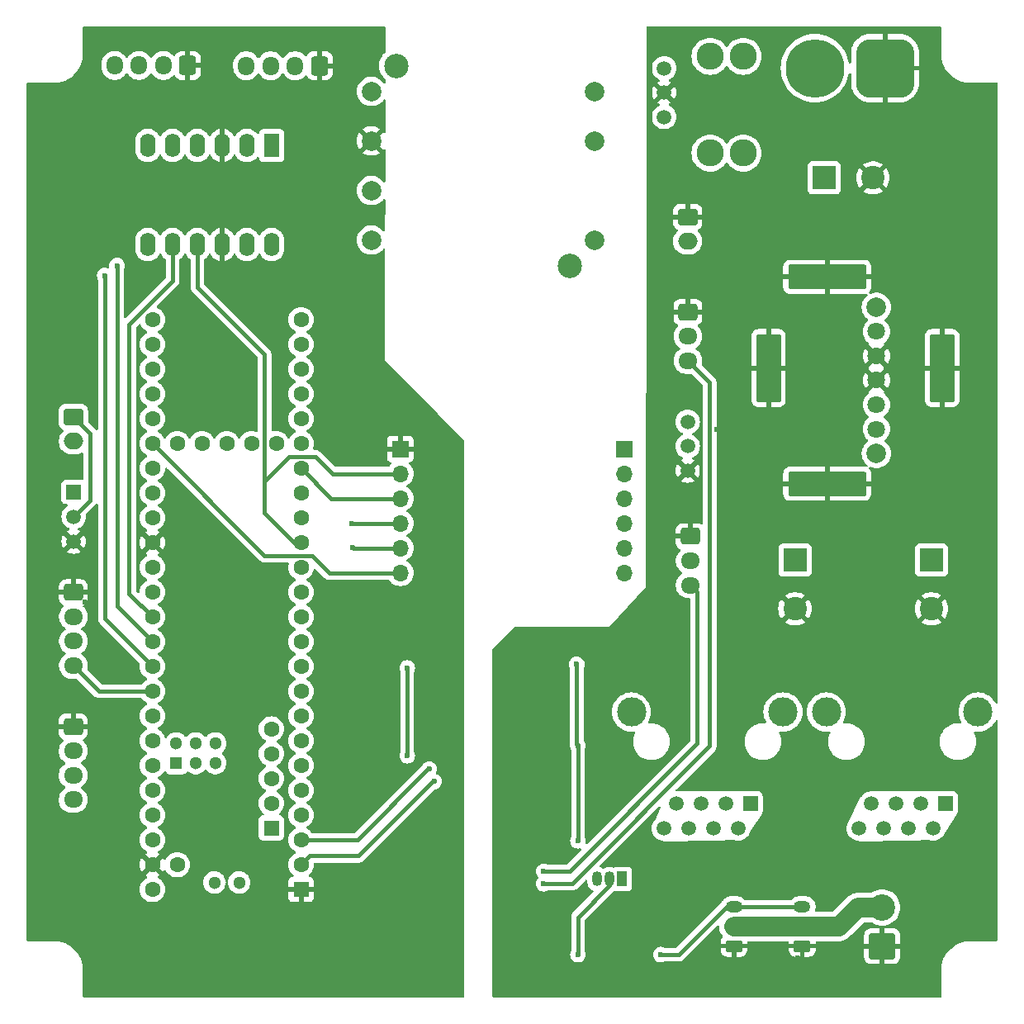
<source format=gbl>
G04 #@! TF.GenerationSoftware,KiCad,Pcbnew,8.0.7-8.0.7-0~ubuntu22.04.1*
G04 #@! TF.CreationDate,2025-02-10T08:16:07+09:00*
G04 #@! TF.ProjectId,CoRE2025MainBoard_1,436f5245-3230-4323-954d-61696e426f61,rev?*
G04 #@! TF.SameCoordinates,Original*
G04 #@! TF.FileFunction,Copper,L2,Bot*
G04 #@! TF.FilePolarity,Positive*
%FSLAX46Y46*%
G04 Gerber Fmt 4.6, Leading zero omitted, Abs format (unit mm)*
G04 Created by KiCad (PCBNEW 8.0.7-8.0.7-0~ubuntu22.04.1) date 2025-02-10 08:16:07*
%MOMM*%
%LPD*%
G01*
G04 APERTURE LIST*
G04 Aperture macros list*
%AMRoundRect*
0 Rectangle with rounded corners*
0 $1 Rounding radius*
0 $2 $3 $4 $5 $6 $7 $8 $9 X,Y pos of 4 corners*
0 Add a 4 corners polygon primitive as box body*
4,1,4,$2,$3,$4,$5,$6,$7,$8,$9,$2,$3,0*
0 Add four circle primitives for the rounded corners*
1,1,$1+$1,$2,$3*
1,1,$1+$1,$4,$5*
1,1,$1+$1,$6,$7*
1,1,$1+$1,$8,$9*
0 Add four rect primitives between the rounded corners*
20,1,$1+$1,$2,$3,$4,$5,0*
20,1,$1+$1,$4,$5,$6,$7,0*
20,1,$1+$1,$6,$7,$8,$9,0*
20,1,$1+$1,$8,$9,$2,$3,0*%
G04 Aperture macros list end*
G04 #@! TA.AperFunction,ComponentPad*
%ADD10C,2.780000*%
G04 #@! TD*
G04 #@! TA.AperFunction,ComponentPad*
%ADD11R,1.700000X1.700000*%
G04 #@! TD*
G04 #@! TA.AperFunction,ComponentPad*
%ADD12O,1.700000X1.700000*%
G04 #@! TD*
G04 #@! TA.AperFunction,ComponentPad*
%ADD13R,2.400000X2.400000*%
G04 #@! TD*
G04 #@! TA.AperFunction,ComponentPad*
%ADD14C,2.400000*%
G04 #@! TD*
G04 #@! TA.AperFunction,ComponentPad*
%ADD15C,2.500000*%
G04 #@! TD*
G04 #@! TA.AperFunction,ComponentPad*
%ADD16C,2.000000*%
G04 #@! TD*
G04 #@! TA.AperFunction,ComponentPad*
%ADD17C,1.500000*%
G04 #@! TD*
G04 #@! TA.AperFunction,ComponentPad*
%ADD18RoundRect,0.250000X-0.750000X0.600000X-0.750000X-0.600000X0.750000X-0.600000X0.750000X0.600000X0*%
G04 #@! TD*
G04 #@! TA.AperFunction,ComponentPad*
%ADD19O,2.000000X1.700000*%
G04 #@! TD*
G04 #@! TA.AperFunction,ComponentPad*
%ADD20RoundRect,0.250000X0.600000X0.725000X-0.600000X0.725000X-0.600000X-0.725000X0.600000X-0.725000X0*%
G04 #@! TD*
G04 #@! TA.AperFunction,ComponentPad*
%ADD21O,1.700000X1.950000*%
G04 #@! TD*
G04 #@! TA.AperFunction,ComponentPad*
%ADD22RoundRect,0.250000X-0.725000X0.600000X-0.725000X-0.600000X0.725000X-0.600000X0.725000X0.600000X0*%
G04 #@! TD*
G04 #@! TA.AperFunction,ComponentPad*
%ADD23O,1.950000X1.700000*%
G04 #@! TD*
G04 #@! TA.AperFunction,ComponentPad*
%ADD24RoundRect,0.250000X0.625000X-0.350000X0.625000X0.350000X-0.625000X0.350000X-0.625000X-0.350000X0*%
G04 #@! TD*
G04 #@! TA.AperFunction,ComponentPad*
%ADD25O,1.750000X1.200000*%
G04 #@! TD*
G04 #@! TA.AperFunction,ComponentPad*
%ADD26RoundRect,0.250001X1.099999X-1.099999X1.099999X1.099999X-1.099999X1.099999X-1.099999X-1.099999X0*%
G04 #@! TD*
G04 #@! TA.AperFunction,ComponentPad*
%ADD27C,2.700000*%
G04 #@! TD*
G04 #@! TA.AperFunction,ComponentPad*
%ADD28R,1.500000X1.500000*%
G04 #@! TD*
G04 #@! TA.AperFunction,ComponentPad*
%ADD29C,3.000000*%
G04 #@! TD*
G04 #@! TA.AperFunction,ComponentPad*
%ADD30RoundRect,1.500000X1.500000X1.500000X-1.500000X1.500000X-1.500000X-1.500000X1.500000X-1.500000X0*%
G04 #@! TD*
G04 #@! TA.AperFunction,ComponentPad*
%ADD31C,6.000000*%
G04 #@! TD*
G04 #@! TA.AperFunction,ComponentPad*
%ADD32R,1.600000X2.400000*%
G04 #@! TD*
G04 #@! TA.AperFunction,ComponentPad*
%ADD33O,1.600000X2.400000*%
G04 #@! TD*
G04 #@! TA.AperFunction,ComponentPad*
%ADD34C,1.800000*%
G04 #@! TD*
G04 #@! TA.AperFunction,ComponentPad*
%ADD35RoundRect,0.208333X-3.791667X1.041667X-3.791667X-1.041667X3.791667X-1.041667X3.791667X1.041667X0*%
G04 #@! TD*
G04 #@! TA.AperFunction,ComponentPad*
%ADD36RoundRect,0.208333X-1.041667X3.291667X-1.041667X-3.291667X1.041667X-3.291667X1.041667X3.291667X0*%
G04 #@! TD*
G04 #@! TA.AperFunction,ComponentPad*
%ADD37R,1.050000X1.500000*%
G04 #@! TD*
G04 #@! TA.AperFunction,ComponentPad*
%ADD38O,1.050000X1.500000*%
G04 #@! TD*
G04 #@! TA.AperFunction,ComponentPad*
%ADD39R,1.600000X1.600000*%
G04 #@! TD*
G04 #@! TA.AperFunction,ComponentPad*
%ADD40C,1.600000*%
G04 #@! TD*
G04 #@! TA.AperFunction,ComponentPad*
%ADD41R,1.300000X1.300000*%
G04 #@! TD*
G04 #@! TA.AperFunction,ComponentPad*
%ADD42C,1.300000*%
G04 #@! TD*
G04 #@! TA.AperFunction,ViaPad*
%ADD43C,0.600000*%
G04 #@! TD*
G04 #@! TA.AperFunction,Conductor*
%ADD44C,0.400000*%
G04 #@! TD*
G04 #@! TA.AperFunction,Conductor*
%ADD45C,2.000000*%
G04 #@! TD*
G04 APERTURE END LIST*
D10*
X173700000Y-53290000D03*
X170300000Y-53290000D03*
X173700000Y-63210000D03*
X170300000Y-63210000D03*
D11*
X138542500Y-93545000D03*
D12*
X138542500Y-96085000D03*
X138542500Y-98625000D03*
X138542500Y-101165000D03*
X138542500Y-103705000D03*
X138542500Y-106245000D03*
X161507500Y-106245000D03*
X161507500Y-103705000D03*
X161507500Y-101165000D03*
X161507500Y-98625000D03*
X161507500Y-96085000D03*
D11*
X161507500Y-93545000D03*
D13*
X193000000Y-104926041D03*
D14*
X193000000Y-109926041D03*
D15*
X155890000Y-74750000D03*
X138110000Y-54250000D03*
D16*
X158430000Y-72120000D03*
X158430000Y-61960000D03*
X158430000Y-56880000D03*
X135570000Y-56880000D03*
X135570000Y-61960000D03*
X135570000Y-67040000D03*
X135570000Y-72120000D03*
D17*
X168000000Y-95750000D03*
X168000000Y-93250000D03*
X168000000Y-90750000D03*
D18*
X105025000Y-90250000D03*
D19*
X105025000Y-92750000D03*
D20*
X116750000Y-54225000D03*
D21*
X114250000Y-54225000D03*
X111750000Y-54225000D03*
X109250000Y-54225000D03*
D20*
X130250000Y-54250000D03*
D21*
X127750000Y-54250000D03*
X125250000Y-54250000D03*
X122750000Y-54250000D03*
D22*
X168250000Y-102500000D03*
D23*
X168250000Y-105000000D03*
X168250000Y-107500000D03*
D24*
X179750000Y-144500000D03*
D25*
X179750000Y-142500000D03*
X179750000Y-140500000D03*
D26*
X187950000Y-144507500D03*
D27*
X187950000Y-140547500D03*
D18*
X168000000Y-69750000D03*
D19*
X168000000Y-72250000D03*
D28*
X174445000Y-129905000D03*
D17*
X173175000Y-132445000D03*
X171905000Y-129905000D03*
X170635000Y-132445000D03*
X169365000Y-129905000D03*
X168095000Y-132445000D03*
X166825000Y-129905000D03*
X165555000Y-132445000D03*
D29*
X177770000Y-120505000D03*
X162230000Y-120505000D03*
D28*
X194445000Y-129905000D03*
D17*
X193175000Y-132445000D03*
X191905000Y-129905000D03*
X190635000Y-132445000D03*
X189365000Y-129905000D03*
X188095000Y-132445000D03*
X186825000Y-129905000D03*
X185555000Y-132445000D03*
D29*
X197770000Y-120505000D03*
X182230000Y-120505000D03*
D22*
X105025000Y-108250000D03*
D23*
X105025000Y-110750000D03*
X105025000Y-113250000D03*
X105025000Y-115750000D03*
D30*
X188250000Y-54500000D03*
D31*
X181050000Y-54500000D03*
D32*
X125350000Y-62425000D03*
D33*
X122810000Y-62425000D03*
X120270000Y-62425000D03*
X117730000Y-62425000D03*
X115190000Y-62425000D03*
X112650000Y-62425000D03*
X112650000Y-72585000D03*
X115190000Y-72585000D03*
X117730000Y-72585000D03*
X120270000Y-72585000D03*
X122810000Y-72585000D03*
X125350000Y-72585000D03*
D22*
X105000000Y-122000000D03*
D23*
X105000000Y-124500000D03*
X105000000Y-127000000D03*
X105000000Y-129500000D03*
D17*
X165600000Y-59500000D03*
X165600000Y-57000000D03*
X165600000Y-54500000D03*
D22*
X168025000Y-79500000D03*
D23*
X168025000Y-82000000D03*
X168025000Y-84500000D03*
D13*
X182000000Y-65750000D03*
D14*
X187000000Y-65750000D03*
D16*
X187350000Y-79000000D03*
D34*
X187350000Y-81500000D03*
D35*
X182300000Y-75900000D03*
D34*
X187350000Y-84000000D03*
D36*
X194100000Y-85250000D03*
X176300000Y-85250000D03*
D34*
X187350000Y-86500000D03*
D35*
X182300000Y-97100000D03*
D34*
X187350000Y-89000000D03*
X187350000Y-91500000D03*
D16*
X187350000Y-94000000D03*
D37*
X161270000Y-137640000D03*
D38*
X160000000Y-137640000D03*
X158730000Y-137640000D03*
D28*
X105050000Y-97950000D03*
D17*
X105050000Y-100490000D03*
X105050000Y-103030000D03*
D13*
X179000000Y-104926041D03*
D14*
X179000000Y-109926041D03*
D24*
X172750000Y-144500000D03*
D25*
X172750000Y-142500000D03*
X172750000Y-140500000D03*
D39*
X128370000Y-138710000D03*
D40*
X128370000Y-136170000D03*
X128370000Y-133630000D03*
X128370000Y-131090000D03*
X128370000Y-128550000D03*
X128370000Y-126010000D03*
X128370000Y-123470000D03*
X128370000Y-120930000D03*
X128370000Y-118390000D03*
X128370000Y-115850000D03*
X128370000Y-113310000D03*
X128370000Y-110770000D03*
X128370000Y-108230000D03*
X128370000Y-105690000D03*
X128370000Y-103150000D03*
X128370000Y-100610000D03*
X128370000Y-98070000D03*
X128370000Y-95530000D03*
X128370000Y-92990000D03*
X128370000Y-90450000D03*
X128370000Y-87910000D03*
X128370000Y-85370000D03*
X128370000Y-82830000D03*
X128370000Y-80290000D03*
X113130000Y-80290000D03*
X113130000Y-82830000D03*
X113130000Y-85370000D03*
X113130000Y-87910000D03*
X113130000Y-90450000D03*
X113130000Y-92990000D03*
X113130000Y-95530000D03*
X113130000Y-98070000D03*
X113130000Y-100610000D03*
X113130000Y-103150000D03*
X113130000Y-105690000D03*
X113130000Y-108230000D03*
X113130000Y-110770000D03*
X113130000Y-113310000D03*
X113130000Y-115850000D03*
X113130000Y-118390000D03*
X113130000Y-120930000D03*
X113130000Y-123470000D03*
X113130000Y-126010000D03*
X113130000Y-128550000D03*
X113130000Y-131090000D03*
X113130000Y-133630000D03*
X113130000Y-136170000D03*
X113130000Y-138710000D03*
X115670000Y-136170000D03*
X125830000Y-92990000D03*
X123290000Y-92990000D03*
X120750000Y-92990000D03*
X118210000Y-92990000D03*
X115670000Y-92990000D03*
D39*
X125319200Y-132410800D03*
D40*
X125319200Y-129870800D03*
X125319200Y-127330800D03*
X125319200Y-124790800D03*
X125319200Y-122250800D03*
D41*
X115568400Y-125740000D03*
D42*
X117568400Y-125740000D03*
X119568400Y-125740000D03*
X119568400Y-123740000D03*
X117568400Y-123740000D03*
X115568400Y-123740000D03*
X119480000Y-137980000D03*
X122020000Y-137980000D03*
D43*
X179250000Y-58750000D03*
X173500000Y-58750000D03*
X169250000Y-58750000D03*
X156750000Y-123962500D03*
X156625000Y-115625000D03*
X156750000Y-133712500D03*
X184750000Y-120750000D03*
X160050000Y-126750000D03*
X168750000Y-74500000D03*
X162000000Y-135000000D03*
X199250000Y-75750000D03*
X153500000Y-149250000D03*
X184250000Y-115750000D03*
X158250000Y-132250000D03*
X194250000Y-70750000D03*
X164600000Y-67000000D03*
X161450000Y-129650000D03*
X148500000Y-139250000D03*
X175000000Y-91500000D03*
X185750000Y-99750000D03*
X148500000Y-144250000D03*
X194250000Y-75750000D03*
X199250000Y-95750000D03*
X199250000Y-115750000D03*
X189250000Y-120750000D03*
X169250000Y-135750000D03*
X164400000Y-108600000D03*
X174250000Y-135750000D03*
X163500000Y-133000000D03*
X188500000Y-149250000D03*
X166550000Y-111950000D03*
X189750000Y-70750000D03*
X174250000Y-145750000D03*
X178250000Y-72750000D03*
X194250000Y-143750000D03*
X189250000Y-65750000D03*
X199250000Y-125750000D03*
X199250000Y-70750000D03*
X153750000Y-126000000D03*
X177000000Y-94750000D03*
X184250000Y-135750000D03*
X164600000Y-70200000D03*
X180750000Y-90750000D03*
X189250000Y-60750000D03*
X194250000Y-135750000D03*
X168500000Y-149250000D03*
X199250000Y-130750000D03*
X164600000Y-87600000D03*
X160400000Y-112600000D03*
X170250000Y-69750000D03*
X194250000Y-55750000D03*
X194250000Y-60750000D03*
X167750000Y-110000000D03*
X170250000Y-79250000D03*
X179250000Y-135750000D03*
X194250000Y-115750000D03*
X169250000Y-140750000D03*
X164200000Y-58600000D03*
X183750000Y-58750000D03*
X164200000Y-55400000D03*
X189250000Y-115750000D03*
X169250000Y-145750000D03*
X183500000Y-149250000D03*
X199250000Y-65750000D03*
X148500000Y-134250000D03*
X194200000Y-139700000D03*
X165400000Y-136150000D03*
X189750000Y-82750000D03*
X164600000Y-103200000D03*
X184750000Y-90750000D03*
X168000000Y-122500000D03*
X199250000Y-80750000D03*
X148800000Y-114600000D03*
X194250000Y-100750000D03*
X194250000Y-65750000D03*
X179250000Y-50750000D03*
X194250000Y-80750000D03*
X199250000Y-135750000D03*
X189250000Y-50750000D03*
X164600000Y-74800000D03*
X171000000Y-91500000D03*
X164450000Y-131250000D03*
X194250000Y-90750000D03*
X182600000Y-145100000D03*
X184250000Y-110750000D03*
X178500000Y-149250000D03*
X158500000Y-149250000D03*
X174250000Y-110750000D03*
X190250000Y-144000000D03*
X176750000Y-144750000D03*
X183750000Y-62750000D03*
X164000000Y-138250000D03*
X172250000Y-102500000D03*
X194250000Y-125750000D03*
X164600000Y-64800000D03*
X155250000Y-132000000D03*
X155250000Y-129750000D03*
X158550000Y-117350000D03*
X172250000Y-124250000D03*
X164250000Y-50750000D03*
X189500000Y-88500000D03*
X153750000Y-117000000D03*
X178100000Y-139250000D03*
X185000000Y-87500000D03*
X190000000Y-139750000D03*
X162950000Y-115550000D03*
X164400000Y-62200000D03*
X174250000Y-70000000D03*
X184250000Y-145750000D03*
X194250000Y-95750000D03*
X181500000Y-69250000D03*
X185500000Y-73000000D03*
X148500000Y-130250000D03*
X184250000Y-130750000D03*
X164600000Y-92600000D03*
X199250000Y-85750000D03*
X194250000Y-120750000D03*
X173000000Y-83000000D03*
X173250000Y-74500000D03*
X199250000Y-105750000D03*
X174250000Y-115750000D03*
X189250000Y-135750000D03*
X183000000Y-102500000D03*
X164600000Y-77800000D03*
X179250000Y-145750000D03*
X171750000Y-94750000D03*
X158250000Y-125050000D03*
X199250000Y-100750000D03*
X185250000Y-78750000D03*
X150600000Y-112400000D03*
X179250000Y-115750000D03*
X167750000Y-115500000D03*
X164400000Y-97600000D03*
X193500000Y-149250000D03*
X158500000Y-129500000D03*
X199400000Y-139900000D03*
X182950000Y-139650000D03*
X184250000Y-50750000D03*
X175000000Y-139300000D03*
X177250000Y-79250000D03*
X199250000Y-143500000D03*
X179750000Y-87500000D03*
X150750000Y-117250000D03*
X150750000Y-126250000D03*
X199250000Y-90750000D03*
X168750000Y-88000000D03*
X163500000Y-149250000D03*
X173500000Y-149250000D03*
X151750000Y-132250000D03*
X189250000Y-110750000D03*
X199250000Y-60750000D03*
X199250000Y-110750000D03*
X179250000Y-130750000D03*
X164600000Y-82600000D03*
X148500000Y-149250000D03*
X139250000Y-116000000D03*
X139250000Y-125000000D03*
X140750000Y-120250000D03*
X121750000Y-65750000D03*
X114500000Y-149250000D03*
X134500000Y-141750000D03*
X100750000Y-59250000D03*
X131750000Y-60750000D03*
X111750000Y-50750000D03*
X124500000Y-134250000D03*
X126350000Y-114450000D03*
X104250000Y-88000000D03*
X119500000Y-149250000D03*
X134500000Y-149250000D03*
X144250000Y-123250000D03*
X114950000Y-114350000D03*
X104500000Y-56500000D03*
X113250000Y-66000000D03*
X109500000Y-64250000D03*
X144500000Y-104250000D03*
X119500000Y-134250000D03*
X119500000Y-54250000D03*
X116250000Y-64500000D03*
X116500000Y-77000000D03*
X144000000Y-131000000D03*
X126250000Y-119150000D03*
X134500000Y-144250000D03*
X144500000Y-134250000D03*
X129500000Y-74250000D03*
X129250000Y-78500000D03*
X106500000Y-131500000D03*
X104500000Y-69250000D03*
X140750000Y-111750000D03*
X144500000Y-139250000D03*
X114950000Y-109350000D03*
X126500000Y-83500000D03*
X136050000Y-83950000D03*
X121250000Y-60250000D03*
X109500000Y-149250000D03*
X126750000Y-65750000D03*
X116000000Y-67750000D03*
X110000000Y-116250000D03*
X126750000Y-68250000D03*
X139500000Y-141750000D03*
X141000000Y-130750000D03*
X134750000Y-127750000D03*
X104500000Y-84250000D03*
X106750000Y-50750000D03*
X135750000Y-135500000D03*
X109500000Y-59250000D03*
X124500000Y-139250000D03*
X111250000Y-121500000D03*
X134850000Y-123950000D03*
X134500000Y-54250000D03*
X139500000Y-149250000D03*
X106750000Y-106750000D03*
X115250000Y-90750000D03*
X144500000Y-149250000D03*
X126750000Y-50750000D03*
X100750000Y-56500000D03*
X114500000Y-144250000D03*
X130250000Y-139250000D03*
X124750000Y-75250000D03*
X102250000Y-111000000D03*
X144500000Y-109250000D03*
X119500000Y-84250000D03*
X137500000Y-135500000D03*
X140250000Y-126000000D03*
X142350000Y-91350000D03*
X107250000Y-123250000D03*
X126550000Y-109050000D03*
X124500000Y-79250000D03*
X100750000Y-74250000D03*
X100750000Y-64250000D03*
X109500000Y-69250000D03*
X114750000Y-138250000D03*
X115250000Y-56000000D03*
X129500000Y-149250000D03*
X100750000Y-78500000D03*
X144500000Y-114250000D03*
X106250000Y-109250000D03*
X129750000Y-67500000D03*
X134500000Y-74250000D03*
X123250000Y-84500000D03*
X110000000Y-136500000D03*
X108250000Y-120750000D03*
X109500000Y-144250000D03*
X119500000Y-65250000D03*
X104500000Y-64250000D03*
X119500000Y-89250000D03*
X116500000Y-60250000D03*
X136750000Y-50750000D03*
X119500000Y-114250000D03*
X124500000Y-149250000D03*
X129250000Y-56000000D03*
X134750000Y-131350000D03*
X118750000Y-57750000D03*
X114950000Y-99950000D03*
X103500000Y-114500000D03*
X132650000Y-81950000D03*
X104500000Y-59250000D03*
X115000000Y-129250000D03*
X144500000Y-94250000D03*
X144500000Y-99250000D03*
X119500000Y-119250000D03*
X131750000Y-55750000D03*
X119500000Y-109250000D03*
X118750000Y-100500000D03*
X106750000Y-101000000D03*
X106750000Y-112250000D03*
X138050000Y-127750000D03*
X114750000Y-134250000D03*
X132850000Y-78650000D03*
X115500000Y-82250000D03*
X140750000Y-108750000D03*
X139450000Y-88650000D03*
X135050000Y-119850000D03*
X135850000Y-78950000D03*
X128750000Y-62000000D03*
X110750000Y-56250000D03*
X119500000Y-129250000D03*
X119500000Y-68000000D03*
X100750000Y-69250000D03*
X126500000Y-90750000D03*
X116750000Y-50750000D03*
X123000000Y-90750000D03*
X131750000Y-50750000D03*
X103500000Y-96500000D03*
X104500000Y-74250000D03*
X138000000Y-120000000D03*
X119500000Y-77000000D03*
X126550000Y-105850000D03*
X119500000Y-104250000D03*
X115050000Y-104250000D03*
X104500000Y-139250000D03*
X138000000Y-124000000D03*
X114950000Y-119450000D03*
X144500000Y-144250000D03*
X104500000Y-119250000D03*
X115250000Y-87000000D03*
X129500000Y-144250000D03*
X121750000Y-50750000D03*
X104500000Y-79250000D03*
X126750000Y-58250000D03*
X136250000Y-74650000D03*
X119500000Y-144250000D03*
X124500000Y-144250000D03*
X102750000Y-105750000D03*
X139500000Y-144250000D03*
X153250000Y-138115000D03*
X153250000Y-136845000D03*
X165250000Y-145385000D03*
X133585000Y-101165000D03*
X133625000Y-103625000D03*
X108250000Y-75750000D03*
X109500000Y-74750000D03*
X141500000Y-126365000D03*
X142000000Y-127635000D03*
X156750000Y-145385000D03*
D44*
X156625000Y-123837500D02*
X156750000Y-123962500D01*
X156750000Y-133712500D02*
X156750000Y-123962500D01*
X156625000Y-115625000D02*
X156625000Y-123837500D01*
X124625000Y-96875000D02*
X124625000Y-83875000D01*
X129830000Y-94330000D02*
X127170000Y-94330000D01*
X124625000Y-83875000D02*
X117730000Y-76980000D01*
X127650000Y-103150000D02*
X128370000Y-103150000D01*
X117730000Y-76980000D02*
X117730000Y-72585000D01*
X127170000Y-94330000D02*
X124625000Y-96875000D01*
X131585000Y-96085000D02*
X129830000Y-94330000D01*
X138542500Y-96085000D02*
X131585000Y-96085000D01*
X124625000Y-96875000D02*
X124625000Y-100125000D01*
X139250000Y-125000000D02*
X139250000Y-116000000D01*
X124625000Y-100125000D02*
X127650000Y-103150000D01*
X170250000Y-86725000D02*
X168025000Y-84500000D01*
X153250000Y-138115000D02*
X156135000Y-138115000D01*
X170250000Y-124000000D02*
X170250000Y-86725000D01*
X156135000Y-138115000D02*
X170250000Y-124000000D01*
X169000000Y-108250000D02*
X169000000Y-123750000D01*
X168250000Y-107500000D02*
X169000000Y-108250000D01*
X155905000Y-136845000D02*
X153250000Y-136845000D01*
X169000000Y-123750000D02*
X155905000Y-136845000D01*
D45*
X183500000Y-142500000D02*
X179800000Y-142500000D01*
X187950000Y-140547500D02*
X185452500Y-140547500D01*
X179800000Y-142500000D02*
X172750000Y-142500000D01*
X185452500Y-140547500D02*
X183500000Y-142500000D01*
D44*
X172000000Y-140500000D02*
X172750000Y-140500000D01*
X165250000Y-145385000D02*
X167115000Y-145385000D01*
X167115000Y-145385000D02*
X172000000Y-140500000D01*
X172750000Y-140500000D02*
X179750000Y-140500000D01*
X131465000Y-98625000D02*
X128370000Y-95530000D01*
X138542500Y-98625000D02*
X131465000Y-98625000D01*
X138542500Y-101165000D02*
X133585000Y-101165000D01*
X129490000Y-104490000D02*
X124630000Y-104490000D01*
X124630000Y-104490000D02*
X113130000Y-92990000D01*
X131245000Y-106245000D02*
X129490000Y-104490000D01*
X138542500Y-106245000D02*
X131245000Y-106245000D01*
X133705000Y-103705000D02*
X133625000Y-103625000D01*
X138542500Y-103705000D02*
X133705000Y-103705000D01*
X113130000Y-118390000D02*
X107665000Y-118390000D01*
X107665000Y-118390000D02*
X105025000Y-115750000D01*
X108250000Y-75750000D02*
X108250000Y-110970000D01*
X108250000Y-110970000D02*
X113130000Y-115850000D01*
X115190000Y-76310000D02*
X115190000Y-72585000D01*
X113130000Y-110770000D02*
X110750000Y-108390000D01*
X110750000Y-80750000D02*
X115190000Y-76310000D01*
X110750000Y-108390000D02*
X110750000Y-80750000D01*
X109500000Y-74750000D02*
X109500000Y-109680000D01*
X109500000Y-109680000D02*
X113130000Y-113310000D01*
X141385000Y-126365000D02*
X134120000Y-133630000D01*
X141500000Y-126365000D02*
X141385000Y-126365000D01*
X134120000Y-133630000D02*
X128370000Y-133630000D01*
X129290000Y-135250000D02*
X128370000Y-136170000D01*
X141865000Y-127635000D02*
X134250000Y-135250000D01*
X142000000Y-127635000D02*
X141865000Y-127635000D01*
X134250000Y-135250000D02*
X129290000Y-135250000D01*
X160000000Y-138300000D02*
X160000000Y-137640000D01*
X156750000Y-145385000D02*
X156750000Y-141550000D01*
X156750000Y-141550000D02*
X160000000Y-138300000D01*
X106750000Y-98790000D02*
X106750000Y-91975000D01*
X106750000Y-91975000D02*
X105025000Y-90250000D01*
X105050000Y-100490000D02*
X106750000Y-98790000D01*
G04 #@! TA.AperFunction,Conductor*
G36*
X193943039Y-50220185D02*
G01*
X193988794Y-50272989D01*
X194000000Y-50324500D01*
X194000000Y-52820095D01*
X193999555Y-52828014D01*
X193999695Y-52828022D01*
X193999500Y-52831495D01*
X193999500Y-53168508D01*
X194037231Y-53503381D01*
X194037233Y-53503397D01*
X194112223Y-53831953D01*
X194112227Y-53831965D01*
X194223532Y-54150054D01*
X194369752Y-54453683D01*
X194398855Y-54500000D01*
X194549054Y-54739039D01*
X194759175Y-55002523D01*
X194997477Y-55240825D01*
X195260961Y-55450946D01*
X195546314Y-55630246D01*
X195849949Y-55776469D01*
X196088848Y-55860063D01*
X196168034Y-55887772D01*
X196168046Y-55887776D01*
X196496606Y-55962767D01*
X196831492Y-56000499D01*
X196831493Y-56000500D01*
X196831496Y-56000500D01*
X197168505Y-56000500D01*
X197171978Y-56000305D01*
X197171985Y-56000444D01*
X197179905Y-56000000D01*
X199675500Y-56000000D01*
X199742539Y-56019685D01*
X199788294Y-56072489D01*
X199799500Y-56124000D01*
X199799500Y-119561684D01*
X199779815Y-119628723D01*
X199727011Y-119674478D01*
X199657853Y-119684422D01*
X199594297Y-119655397D01*
X199566668Y-119621111D01*
X199457229Y-119420690D01*
X199457224Y-119420682D01*
X199285745Y-119191612D01*
X199285729Y-119191594D01*
X199083405Y-118989270D01*
X199083387Y-118989254D01*
X198854317Y-118817775D01*
X198854309Y-118817770D01*
X198603166Y-118680635D01*
X198603167Y-118680635D01*
X198495915Y-118640632D01*
X198335046Y-118580631D01*
X198335043Y-118580630D01*
X198335037Y-118580628D01*
X198055433Y-118519804D01*
X197770001Y-118499390D01*
X197769999Y-118499390D01*
X197484566Y-118519804D01*
X197204962Y-118580628D01*
X196936833Y-118680635D01*
X196685690Y-118817770D01*
X196685682Y-118817775D01*
X196456612Y-118989254D01*
X196456594Y-118989270D01*
X196254270Y-119191594D01*
X196254254Y-119191612D01*
X196082775Y-119420682D01*
X196082770Y-119420690D01*
X195945635Y-119671833D01*
X195845628Y-119939962D01*
X195784804Y-120219566D01*
X195764390Y-120504998D01*
X195764390Y-120505001D01*
X195784804Y-120790433D01*
X195845628Y-121070037D01*
X195945635Y-121338167D01*
X196035447Y-121502644D01*
X196050299Y-121570917D01*
X196025882Y-121636381D01*
X195969949Y-121678253D01*
X195910431Y-121685010D01*
X195838201Y-121675501D01*
X195838193Y-121675500D01*
X195838189Y-121675500D01*
X195591811Y-121675500D01*
X195591803Y-121675500D01*
X195359299Y-121706110D01*
X195347541Y-121707659D01*
X195297246Y-121721135D01*
X195109559Y-121771425D01*
X194881941Y-121865708D01*
X194881931Y-121865712D01*
X194668565Y-121988899D01*
X194473101Y-122138883D01*
X194473094Y-122138889D01*
X194298889Y-122313094D01*
X194298883Y-122313101D01*
X194148899Y-122508565D01*
X194025712Y-122721931D01*
X194025708Y-122721941D01*
X193931425Y-122949559D01*
X193867660Y-123187538D01*
X193867658Y-123187549D01*
X193835500Y-123431803D01*
X193835500Y-123678196D01*
X193862284Y-123881636D01*
X193867659Y-123922459D01*
X193867660Y-123922461D01*
X193931425Y-124160440D01*
X194025708Y-124388058D01*
X194025712Y-124388068D01*
X194148899Y-124601434D01*
X194298883Y-124796898D01*
X194298889Y-124796905D01*
X194473094Y-124971110D01*
X194473101Y-124971116D01*
X194668565Y-125121100D01*
X194881931Y-125244287D01*
X194881932Y-125244287D01*
X194881935Y-125244289D01*
X195109558Y-125338574D01*
X195347541Y-125402341D01*
X195591811Y-125434500D01*
X195591818Y-125434500D01*
X195838182Y-125434500D01*
X195838189Y-125434500D01*
X196082459Y-125402341D01*
X196320442Y-125338574D01*
X196548065Y-125244289D01*
X196761435Y-125121100D01*
X196956900Y-124971115D01*
X197131115Y-124796900D01*
X197281100Y-124601435D01*
X197404289Y-124388065D01*
X197498574Y-124160442D01*
X197562341Y-123922459D01*
X197594500Y-123678189D01*
X197594500Y-123431811D01*
X197562341Y-123187541D01*
X197498574Y-122949558D01*
X197404289Y-122721935D01*
X197378101Y-122676577D01*
X197361629Y-122608678D01*
X197384481Y-122542651D01*
X197439403Y-122499460D01*
X197494333Y-122490894D01*
X197701992Y-122505746D01*
X197769999Y-122510610D01*
X197770000Y-122510610D01*
X197770001Y-122510610D01*
X197798595Y-122508564D01*
X198055428Y-122490196D01*
X198335046Y-122429369D01*
X198603161Y-122329367D01*
X198854315Y-122192226D01*
X199083395Y-122020739D01*
X199285739Y-121818395D01*
X199457226Y-121589315D01*
X199566668Y-121388888D01*
X199616073Y-121339483D01*
X199684346Y-121324631D01*
X199749810Y-121349048D01*
X199791682Y-121404981D01*
X199799500Y-121448315D01*
X199799500Y-143876000D01*
X199779815Y-143943039D01*
X199727011Y-143988794D01*
X199675500Y-144000000D01*
X197179905Y-144000000D01*
X197171985Y-143999555D01*
X197171978Y-143999695D01*
X197168505Y-143999500D01*
X197168504Y-143999500D01*
X196831496Y-143999500D01*
X196831491Y-143999500D01*
X196496618Y-144037231D01*
X196496602Y-144037233D01*
X196168046Y-144112223D01*
X196168034Y-144112227D01*
X195849945Y-144223532D01*
X195546316Y-144369752D01*
X195260962Y-144549053D01*
X194997477Y-144759174D01*
X194759174Y-144997477D01*
X194549053Y-145260962D01*
X194369752Y-145546316D01*
X194223532Y-145849945D01*
X194112227Y-146168034D01*
X194112223Y-146168046D01*
X194037233Y-146496602D01*
X194037231Y-146496618D01*
X194013785Y-146704703D01*
X194004071Y-146740744D01*
X194000000Y-146749999D01*
X194000000Y-146820095D01*
X193999555Y-146828014D01*
X193999695Y-146828022D01*
X193999500Y-146831495D01*
X193999500Y-147168509D01*
X193999695Y-147171983D01*
X193999554Y-147171990D01*
X194000000Y-147179907D01*
X194000000Y-149675500D01*
X193980315Y-149742539D01*
X193927511Y-149788294D01*
X193876000Y-149799500D01*
X148124000Y-149799500D01*
X148056961Y-149779815D01*
X148011206Y-149727011D01*
X148000000Y-149675500D01*
X148000000Y-136844996D01*
X152444435Y-136844996D01*
X152444435Y-136845003D01*
X152464630Y-137024249D01*
X152464631Y-137024254D01*
X152524211Y-137194523D01*
X152620184Y-137347262D01*
X152620185Y-137347263D01*
X152665241Y-137392320D01*
X152698725Y-137453643D01*
X152693740Y-137523335D01*
X152665241Y-137567680D01*
X152620184Y-137612737D01*
X152524211Y-137765476D01*
X152464631Y-137935745D01*
X152464630Y-137935750D01*
X152444435Y-138114996D01*
X152444435Y-138115003D01*
X152464630Y-138294249D01*
X152464631Y-138294254D01*
X152524211Y-138464523D01*
X152620184Y-138617262D01*
X152747738Y-138744816D01*
X152816608Y-138788090D01*
X152900474Y-138840787D01*
X152900478Y-138840789D01*
X153005964Y-138877700D01*
X153070745Y-138900368D01*
X153070750Y-138900369D01*
X153249996Y-138920565D01*
X153250000Y-138920565D01*
X153250004Y-138920565D01*
X153429249Y-138900369D01*
X153429252Y-138900368D01*
X153429255Y-138900368D01*
X153599522Y-138840789D01*
X153600488Y-138840181D01*
X153609523Y-138834506D01*
X153675494Y-138815500D01*
X156203996Y-138815500D01*
X156295040Y-138797389D01*
X156339328Y-138788580D01*
X156438391Y-138747547D01*
X156466807Y-138735777D01*
X156466808Y-138735776D01*
X156466811Y-138735775D01*
X156581543Y-138659114D01*
X157492819Y-137747836D01*
X157554142Y-137714352D01*
X157623833Y-137719336D01*
X157679767Y-137761207D01*
X157704184Y-137826672D01*
X157704500Y-137835518D01*
X157704500Y-137966007D01*
X157743907Y-138164119D01*
X157743909Y-138164127D01*
X157821212Y-138350752D01*
X157821217Y-138350762D01*
X157933441Y-138518718D01*
X158076281Y-138661558D01*
X158244237Y-138773782D01*
X158244241Y-138773784D01*
X158244244Y-138773786D01*
X158278781Y-138788092D01*
X158333182Y-138831931D01*
X158355248Y-138898225D01*
X158337969Y-138965924D01*
X158319008Y-138990333D01*
X156205890Y-141103451D01*
X156205884Y-141103458D01*
X156159032Y-141173579D01*
X156159032Y-141173580D01*
X156129223Y-141218191D01*
X156129222Y-141218193D01*
X156076421Y-141345667D01*
X156076418Y-141345677D01*
X156049500Y-141481004D01*
X156049500Y-144959507D01*
X156030494Y-145025478D01*
X156024209Y-145035479D01*
X155964633Y-145205737D01*
X155964630Y-145205750D01*
X155944435Y-145384996D01*
X155944435Y-145385003D01*
X155964630Y-145564249D01*
X155964631Y-145564254D01*
X156024211Y-145734523D01*
X156040343Y-145760196D01*
X156120184Y-145887262D01*
X156247738Y-146014816D01*
X156317385Y-146058578D01*
X156400474Y-146110787D01*
X156400478Y-146110789D01*
X156564075Y-146168034D01*
X156570745Y-146170368D01*
X156570750Y-146170369D01*
X156749996Y-146190565D01*
X156750000Y-146190565D01*
X156750004Y-146190565D01*
X156929249Y-146170369D01*
X156929252Y-146170368D01*
X156929255Y-146170368D01*
X157099522Y-146110789D01*
X157252262Y-146014816D01*
X157379816Y-145887262D01*
X157475789Y-145734522D01*
X157535368Y-145564255D01*
X157535369Y-145564249D01*
X157555565Y-145385003D01*
X157555565Y-145384996D01*
X164444435Y-145384996D01*
X164444435Y-145385003D01*
X164464630Y-145564249D01*
X164464631Y-145564254D01*
X164524211Y-145734523D01*
X164540343Y-145760196D01*
X164620184Y-145887262D01*
X164747738Y-146014816D01*
X164817385Y-146058578D01*
X164900474Y-146110787D01*
X164900478Y-146110789D01*
X165064075Y-146168034D01*
X165070745Y-146170368D01*
X165070750Y-146170369D01*
X165249996Y-146190565D01*
X165250000Y-146190565D01*
X165250004Y-146190565D01*
X165429249Y-146170369D01*
X165429252Y-146170368D01*
X165429255Y-146170368D01*
X165599522Y-146110789D01*
X165600488Y-146110181D01*
X165609523Y-146104506D01*
X165675494Y-146085500D01*
X167183996Y-146085500D01*
X167275040Y-146067389D01*
X167319328Y-146058580D01*
X167383069Y-146032177D01*
X167446807Y-146005777D01*
X167446808Y-146005776D01*
X167446811Y-146005775D01*
X167561543Y-145929114D01*
X171037819Y-142452836D01*
X171099142Y-142419352D01*
X171168834Y-142424336D01*
X171224767Y-142466208D01*
X171249184Y-142531672D01*
X171249500Y-142540518D01*
X171249500Y-142618097D01*
X171286446Y-142851368D01*
X171359433Y-143075996D01*
X171466657Y-143286433D01*
X171598504Y-143467904D01*
X171621984Y-143533711D01*
X171606159Y-143601765D01*
X171585868Y-143628470D01*
X171532684Y-143681654D01*
X171440643Y-143830875D01*
X171440641Y-143830880D01*
X171385494Y-143997302D01*
X171385493Y-143997309D01*
X171375000Y-144100013D01*
X171375000Y-144250000D01*
X172469670Y-144250000D01*
X172449925Y-144269745D01*
X172400556Y-144355255D01*
X172375000Y-144450630D01*
X172375000Y-144549370D01*
X172400556Y-144644745D01*
X172449925Y-144730255D01*
X172469670Y-144750000D01*
X171375001Y-144750000D01*
X171375001Y-144899986D01*
X171385494Y-145002697D01*
X171440641Y-145169119D01*
X171440643Y-145169124D01*
X171532684Y-145318345D01*
X171656654Y-145442315D01*
X171805875Y-145534356D01*
X171805880Y-145534358D01*
X171972302Y-145589505D01*
X171972309Y-145589506D01*
X172075019Y-145599999D01*
X172499999Y-145599999D01*
X172500000Y-145599998D01*
X172500000Y-144780330D01*
X172519745Y-144800075D01*
X172605255Y-144849444D01*
X172700630Y-144875000D01*
X172799370Y-144875000D01*
X172894745Y-144849444D01*
X172980255Y-144800075D01*
X173000000Y-144780330D01*
X173000000Y-145599999D01*
X173424972Y-145599999D01*
X173424986Y-145599998D01*
X173527697Y-145589505D01*
X173694119Y-145534358D01*
X173694124Y-145534356D01*
X173843345Y-145442315D01*
X173967315Y-145318345D01*
X174059356Y-145169124D01*
X174059358Y-145169119D01*
X174114505Y-145002697D01*
X174114506Y-145002690D01*
X174124999Y-144899986D01*
X174125000Y-144899973D01*
X174125000Y-144750000D01*
X173030330Y-144750000D01*
X173050075Y-144730255D01*
X173099444Y-144644745D01*
X173125000Y-144549370D01*
X173125000Y-144450630D01*
X173099444Y-144355255D01*
X173050075Y-144269745D01*
X173030330Y-144250000D01*
X174124999Y-144250000D01*
X174124999Y-144124500D01*
X174144684Y-144057461D01*
X174197488Y-144011706D01*
X174248999Y-144000500D01*
X178251000Y-144000500D01*
X178318039Y-144020185D01*
X178363794Y-144072989D01*
X178375000Y-144124500D01*
X178375000Y-144250000D01*
X179469670Y-144250000D01*
X179449925Y-144269745D01*
X179400556Y-144355255D01*
X179375000Y-144450630D01*
X179375000Y-144549370D01*
X179400556Y-144644745D01*
X179449925Y-144730255D01*
X179469670Y-144750000D01*
X178375001Y-144750000D01*
X178375001Y-144899986D01*
X178385494Y-145002697D01*
X178440641Y-145169119D01*
X178440643Y-145169124D01*
X178532684Y-145318345D01*
X178656654Y-145442315D01*
X178805875Y-145534356D01*
X178805880Y-145534358D01*
X178972302Y-145589505D01*
X178972309Y-145589506D01*
X179075019Y-145599999D01*
X179499999Y-145599999D01*
X179500000Y-145599998D01*
X179500000Y-144780330D01*
X179519745Y-144800075D01*
X179605255Y-144849444D01*
X179700630Y-144875000D01*
X179799370Y-144875000D01*
X179894745Y-144849444D01*
X179980255Y-144800075D01*
X180000000Y-144780330D01*
X180000000Y-145599999D01*
X180424972Y-145599999D01*
X180424986Y-145599998D01*
X180527697Y-145589505D01*
X180694119Y-145534358D01*
X180694124Y-145534356D01*
X180843345Y-145442315D01*
X180967315Y-145318345D01*
X181059356Y-145169124D01*
X181059358Y-145169119D01*
X181114505Y-145002697D01*
X181114506Y-145002690D01*
X181124999Y-144899986D01*
X181125000Y-144899973D01*
X181125000Y-144750000D01*
X180030330Y-144750000D01*
X180050075Y-144730255D01*
X180099444Y-144644745D01*
X180125000Y-144549370D01*
X180125000Y-144450630D01*
X180099444Y-144355255D01*
X180050075Y-144269745D01*
X180030330Y-144250000D01*
X181124999Y-144250000D01*
X181124999Y-144124500D01*
X181144684Y-144057461D01*
X181197488Y-144011706D01*
X181248999Y-144000500D01*
X183618097Y-144000500D01*
X183851368Y-143963553D01*
X183914503Y-143943039D01*
X184075992Y-143890568D01*
X184286434Y-143783343D01*
X184477510Y-143644517D01*
X184764513Y-143357514D01*
X186100000Y-143357514D01*
X186100000Y-144257500D01*
X187133520Y-144257500D01*
X187132665Y-144259564D01*
X187100000Y-144423782D01*
X187100000Y-144591218D01*
X187132665Y-144755436D01*
X187133520Y-144757500D01*
X186100000Y-144757500D01*
X186100000Y-145657485D01*
X186110493Y-145760189D01*
X186110494Y-145760196D01*
X186165641Y-145926618D01*
X186165643Y-145926623D01*
X186257684Y-146075844D01*
X186381655Y-146199815D01*
X186530876Y-146291856D01*
X186530881Y-146291858D01*
X186697303Y-146347005D01*
X186697310Y-146347006D01*
X186800014Y-146357499D01*
X186800027Y-146357500D01*
X187700000Y-146357500D01*
X187700000Y-145323980D01*
X187702064Y-145324835D01*
X187866282Y-145357500D01*
X188033718Y-145357500D01*
X188197936Y-145324835D01*
X188200000Y-145323980D01*
X188200000Y-146357500D01*
X189099973Y-146357500D01*
X189099985Y-146357499D01*
X189202689Y-146347006D01*
X189202696Y-146347005D01*
X189369118Y-146291858D01*
X189369123Y-146291856D01*
X189518344Y-146199815D01*
X189642315Y-146075844D01*
X189734356Y-145926623D01*
X189734358Y-145926618D01*
X189789505Y-145760196D01*
X189789506Y-145760189D01*
X189799999Y-145657485D01*
X189800000Y-145657472D01*
X189800000Y-144757500D01*
X188766480Y-144757500D01*
X188767335Y-144755436D01*
X188800000Y-144591218D01*
X188800000Y-144423782D01*
X188767335Y-144259564D01*
X188766480Y-144257500D01*
X189800000Y-144257500D01*
X189800000Y-143357527D01*
X189799999Y-143357514D01*
X189789506Y-143254810D01*
X189789505Y-143254803D01*
X189734358Y-143088381D01*
X189734356Y-143088376D01*
X189642315Y-142939155D01*
X189518344Y-142815184D01*
X189369123Y-142723143D01*
X189369118Y-142723141D01*
X189202696Y-142667994D01*
X189202689Y-142667993D01*
X189099985Y-142657500D01*
X188200000Y-142657500D01*
X188200000Y-143691019D01*
X188197936Y-143690165D01*
X188033718Y-143657500D01*
X187866282Y-143657500D01*
X187702064Y-143690165D01*
X187700000Y-143691019D01*
X187700000Y-142657500D01*
X186800014Y-142657500D01*
X186697310Y-142667993D01*
X186697303Y-142667994D01*
X186530881Y-142723141D01*
X186530876Y-142723143D01*
X186381655Y-142815184D01*
X186257684Y-142939155D01*
X186165643Y-143088376D01*
X186165641Y-143088381D01*
X186110494Y-143254803D01*
X186110493Y-143254810D01*
X186100000Y-143357514D01*
X184764513Y-143357514D01*
X186037708Y-142084319D01*
X186099031Y-142050834D01*
X186125389Y-142048000D01*
X186825279Y-142048000D01*
X186892318Y-142067685D01*
X186899589Y-142072733D01*
X186946986Y-142108214D01*
X186946994Y-142108219D01*
X187179305Y-142235071D01*
X187179309Y-142235073D01*
X187179311Y-142235074D01*
X187427322Y-142327577D01*
X187427325Y-142327577D01*
X187427326Y-142327578D01*
X187622552Y-142370046D01*
X187685974Y-142383843D01*
X187929660Y-142401272D01*
X187949999Y-142402727D01*
X187950000Y-142402727D01*
X187950001Y-142402727D01*
X187968885Y-142401376D01*
X188214026Y-142383843D01*
X188472678Y-142327577D01*
X188720689Y-142235074D01*
X188953011Y-142108216D01*
X189164915Y-141949587D01*
X189352087Y-141762415D01*
X189510716Y-141550511D01*
X189637574Y-141318189D01*
X189730077Y-141070178D01*
X189786343Y-140811526D01*
X189805227Y-140547500D01*
X189786343Y-140283474D01*
X189730077Y-140024822D01*
X189637574Y-139776811D01*
X189510716Y-139544489D01*
X189462536Y-139480128D01*
X189352093Y-139332592D01*
X189352077Y-139332574D01*
X189164925Y-139145422D01*
X189164907Y-139145406D01*
X188953013Y-138986785D01*
X188953005Y-138986780D01*
X188720694Y-138859928D01*
X188720690Y-138859926D01*
X188472673Y-138767421D01*
X188214034Y-138711158D01*
X188214027Y-138711157D01*
X187950001Y-138692273D01*
X187949999Y-138692273D01*
X187685972Y-138711157D01*
X187685965Y-138711158D01*
X187427326Y-138767421D01*
X187179309Y-138859926D01*
X187179305Y-138859928D01*
X186946994Y-138986780D01*
X186946986Y-138986785D01*
X186899589Y-139022267D01*
X186834125Y-139046684D01*
X186825279Y-139047000D01*
X185334403Y-139047000D01*
X185101131Y-139083946D01*
X184876503Y-139156933D01*
X184666065Y-139264157D01*
X184474988Y-139402984D01*
X184474987Y-139402985D01*
X182914792Y-140963181D01*
X182853469Y-140996666D01*
X182827111Y-140999500D01*
X181190508Y-140999500D01*
X181123469Y-140979815D01*
X181077714Y-140927011D01*
X181067770Y-140857853D01*
X181072577Y-140837182D01*
X181080913Y-140811526D01*
X181098402Y-140757701D01*
X181125500Y-140586611D01*
X181125500Y-140413389D01*
X181098402Y-140242299D01*
X181044873Y-140077555D01*
X180966232Y-139923212D01*
X180864414Y-139783072D01*
X180741928Y-139660586D01*
X180601788Y-139558768D01*
X180447445Y-139480127D01*
X180282701Y-139426598D01*
X180282699Y-139426597D01*
X180282698Y-139426597D01*
X180133608Y-139402984D01*
X180111611Y-139399500D01*
X179388389Y-139399500D01*
X179366392Y-139402984D01*
X179217302Y-139426597D01*
X179052552Y-139480128D01*
X178898211Y-139558768D01*
X178758073Y-139660585D01*
X178655476Y-139763182D01*
X178594153Y-139796666D01*
X178567795Y-139799500D01*
X173932205Y-139799500D01*
X173865166Y-139779815D01*
X173844524Y-139763182D01*
X173741928Y-139660586D01*
X173601788Y-139558768D01*
X173447445Y-139480127D01*
X173282701Y-139426598D01*
X173282699Y-139426597D01*
X173282698Y-139426597D01*
X173133608Y-139402984D01*
X173111611Y-139399500D01*
X172388389Y-139399500D01*
X172366392Y-139402984D01*
X172217302Y-139426597D01*
X172052552Y-139480128D01*
X171898211Y-139558768D01*
X171818256Y-139616859D01*
X171758072Y-139660586D01*
X171758070Y-139660588D01*
X171758069Y-139660588D01*
X171635588Y-139783069D01*
X171635588Y-139783070D01*
X171635586Y-139783072D01*
X171584677Y-139853142D01*
X171533766Y-139923214D01*
X171488286Y-140012473D01*
X171465483Y-140043858D01*
X166861162Y-144648181D01*
X166799839Y-144681666D01*
X166773481Y-144684500D01*
X165675494Y-144684500D01*
X165609523Y-144665494D01*
X165599525Y-144659212D01*
X165429254Y-144599631D01*
X165429249Y-144599630D01*
X165250004Y-144579435D01*
X165249996Y-144579435D01*
X165070750Y-144599630D01*
X165070745Y-144599631D01*
X164900476Y-144659211D01*
X164747737Y-144755184D01*
X164620184Y-144882737D01*
X164524211Y-145035476D01*
X164464631Y-145205745D01*
X164464630Y-145205750D01*
X164444435Y-145384996D01*
X157555565Y-145384996D01*
X157535369Y-145205750D01*
X157535366Y-145205737D01*
X157475790Y-145035479D01*
X157469506Y-145025478D01*
X157450500Y-144959507D01*
X157450500Y-141891518D01*
X157470185Y-141824479D01*
X157486814Y-141803842D01*
X160412957Y-138877698D01*
X160474278Y-138844215D01*
X160543965Y-138849198D01*
X160637517Y-138884091D01*
X160697127Y-138890500D01*
X161842872Y-138890499D01*
X161902483Y-138884091D01*
X162037331Y-138833796D01*
X162152546Y-138747546D01*
X162238796Y-138632331D01*
X162289091Y-138497483D01*
X162295500Y-138437873D01*
X162295499Y-136842128D01*
X162289091Y-136782517D01*
X162238796Y-136647669D01*
X162238795Y-136647668D01*
X162238793Y-136647664D01*
X162152547Y-136532455D01*
X162152544Y-136532452D01*
X162037335Y-136446206D01*
X162037328Y-136446202D01*
X161902482Y-136395908D01*
X161902483Y-136395908D01*
X161842883Y-136389501D01*
X161842881Y-136389500D01*
X161842873Y-136389500D01*
X161842864Y-136389500D01*
X160697129Y-136389500D01*
X160697123Y-136389501D01*
X160637516Y-136395908D01*
X160502672Y-136446202D01*
X160502665Y-136446206D01*
X160501556Y-136447037D01*
X160500258Y-136447520D01*
X160494887Y-136450454D01*
X160494465Y-136449681D01*
X160436090Y-136471449D01*
X160379800Y-136462325D01*
X160299127Y-136428909D01*
X160299119Y-136428907D01*
X160101007Y-136389500D01*
X160101003Y-136389500D01*
X159898997Y-136389500D01*
X159898992Y-136389500D01*
X159700880Y-136428907D01*
X159700872Y-136428909D01*
X159514244Y-136506213D01*
X159433891Y-136559904D01*
X159367213Y-136580782D01*
X159299833Y-136562297D01*
X159296109Y-136559904D01*
X159215755Y-136506213D01*
X159046868Y-136436257D01*
X158992464Y-136392415D01*
X158970400Y-136326121D01*
X158987680Y-136258422D01*
X159006636Y-136234019D01*
X165049243Y-130191411D01*
X165110564Y-130157928D01*
X165180256Y-130162912D01*
X165236189Y-130204784D01*
X165260606Y-130270248D01*
X165249448Y-130331189D01*
X164697600Y-131523181D01*
X164672756Y-131558766D01*
X164593403Y-131638120D01*
X164467900Y-131817357D01*
X164467898Y-131817361D01*
X164375426Y-132015668D01*
X164375422Y-132015677D01*
X164318793Y-132227020D01*
X164318793Y-132227024D01*
X164299723Y-132444997D01*
X164299723Y-132445002D01*
X164318793Y-132662975D01*
X164318793Y-132662979D01*
X164375422Y-132874322D01*
X164375424Y-132874326D01*
X164375425Y-132874330D01*
X164392026Y-132909930D01*
X164467897Y-133072638D01*
X164492998Y-133108486D01*
X164593402Y-133251877D01*
X164748123Y-133406598D01*
X164927361Y-133532102D01*
X165125670Y-133624575D01*
X165337023Y-133681207D01*
X165455213Y-133691547D01*
X165520280Y-133716998D01*
X165548485Y-133749142D01*
X165549999Y-133749998D01*
X165550000Y-133750000D01*
X170466407Y-133686150D01*
X170478796Y-133686611D01*
X170618916Y-133698869D01*
X170634999Y-133700277D01*
X170635000Y-133700277D01*
X170635001Y-133700277D01*
X170651296Y-133698851D01*
X170849438Y-133681516D01*
X170858587Y-133681057D01*
X172842345Y-133655293D01*
X172876040Y-133659507D01*
X172957023Y-133681207D01*
X173112720Y-133694828D01*
X173174998Y-133700277D01*
X173175000Y-133700277D01*
X173175002Y-133700277D01*
X173210834Y-133697142D01*
X173392977Y-133681207D01*
X173604330Y-133624575D01*
X173802639Y-133532102D01*
X173981877Y-133406598D01*
X174136598Y-133251877D01*
X174262102Y-133072639D01*
X174331374Y-132924081D01*
X174339134Y-132909930D01*
X174496286Y-132662977D01*
X174635001Y-132444997D01*
X184299723Y-132444997D01*
X184299723Y-132445002D01*
X184318793Y-132662975D01*
X184318793Y-132662979D01*
X184375422Y-132874322D01*
X184375424Y-132874326D01*
X184375425Y-132874330D01*
X184392026Y-132909930D01*
X184467897Y-133072638D01*
X184492998Y-133108486D01*
X184593402Y-133251877D01*
X184748123Y-133406598D01*
X184927361Y-133532102D01*
X185125670Y-133624575D01*
X185337023Y-133681207D01*
X185454945Y-133691523D01*
X185520013Y-133716975D01*
X185545441Y-133743542D01*
X185549998Y-133749998D01*
X185549998Y-133749997D01*
X185550000Y-133750000D01*
X190466407Y-133686150D01*
X190478796Y-133686611D01*
X190618916Y-133698869D01*
X190634999Y-133700277D01*
X190635000Y-133700277D01*
X190635001Y-133700277D01*
X190651296Y-133698851D01*
X190849438Y-133681516D01*
X190858587Y-133681057D01*
X192842345Y-133655293D01*
X192876040Y-133659507D01*
X192957023Y-133681207D01*
X193112720Y-133694828D01*
X193174998Y-133700277D01*
X193175000Y-133700277D01*
X193175002Y-133700277D01*
X193210834Y-133697142D01*
X193392977Y-133681207D01*
X193604330Y-133624575D01*
X193802639Y-133532102D01*
X193981877Y-133406598D01*
X194136598Y-133251877D01*
X194262102Y-133072639D01*
X194331374Y-132924081D01*
X194339134Y-132909930D01*
X194496286Y-132662977D01*
X195528953Y-131040215D01*
X195547588Y-131020142D01*
X195546269Y-131018823D01*
X195552538Y-131012551D01*
X195552546Y-131012546D01*
X195638796Y-130897331D01*
X195689091Y-130762483D01*
X195695500Y-130702873D01*
X195695499Y-129107128D01*
X195689091Y-129047517D01*
X195638796Y-128912669D01*
X195638795Y-128912668D01*
X195638793Y-128912664D01*
X195552547Y-128797455D01*
X195552544Y-128797452D01*
X195437335Y-128711206D01*
X195437328Y-128711202D01*
X195302482Y-128660908D01*
X195302483Y-128660908D01*
X195242883Y-128654501D01*
X195242881Y-128654500D01*
X195242873Y-128654500D01*
X195242865Y-128654500D01*
X194783171Y-128654500D01*
X194752067Y-128650535D01*
X194750002Y-128650000D01*
X194750000Y-128650000D01*
X191913580Y-128650000D01*
X191907237Y-128649723D01*
X191902763Y-128649723D01*
X191896420Y-128650000D01*
X189373580Y-128650000D01*
X189367237Y-128649723D01*
X189362763Y-128649723D01*
X189356420Y-128650000D01*
X186834441Y-128650000D01*
X186834441Y-128648694D01*
X186830413Y-128649019D01*
X186830413Y-128649723D01*
X186824998Y-128649723D01*
X186697151Y-128660908D01*
X186607023Y-128668793D01*
X186607020Y-128668793D01*
X186395677Y-128725422D01*
X186395668Y-128725426D01*
X186197361Y-128817898D01*
X186197357Y-128817900D01*
X186018124Y-128943400D01*
X185863402Y-129098123D01*
X185778089Y-129219961D01*
X185761546Y-129234758D01*
X185763183Y-129236338D01*
X185749998Y-129250002D01*
X184349999Y-132050000D01*
X184351979Y-132076174D01*
X184348107Y-132117618D01*
X184318793Y-132227020D01*
X184318793Y-132227024D01*
X184299723Y-132444997D01*
X174635001Y-132444997D01*
X175528953Y-131040215D01*
X175547588Y-131020142D01*
X175546269Y-131018823D01*
X175552538Y-131012551D01*
X175552546Y-131012546D01*
X175638796Y-130897331D01*
X175689091Y-130762483D01*
X175695500Y-130702873D01*
X175695499Y-129107128D01*
X175689091Y-129047517D01*
X175638796Y-128912669D01*
X175638795Y-128912668D01*
X175638793Y-128912664D01*
X175552547Y-128797455D01*
X175552544Y-128797452D01*
X175437335Y-128711206D01*
X175437328Y-128711202D01*
X175302482Y-128660908D01*
X175302483Y-128660908D01*
X175242883Y-128654501D01*
X175242881Y-128654500D01*
X175242873Y-128654500D01*
X175242865Y-128654500D01*
X174783171Y-128654500D01*
X174752067Y-128650535D01*
X174750002Y-128650000D01*
X174750000Y-128650000D01*
X171913580Y-128650000D01*
X171907237Y-128649723D01*
X171902763Y-128649723D01*
X171896420Y-128650000D01*
X169373580Y-128650000D01*
X169367237Y-128649723D01*
X169362763Y-128649723D01*
X169356420Y-128650000D01*
X166890017Y-128650000D01*
X166822978Y-128630315D01*
X166777223Y-128577511D01*
X166767279Y-128508353D01*
X166796304Y-128444797D01*
X166802336Y-128438319D01*
X170794113Y-124446543D01*
X170801840Y-124434979D01*
X170809459Y-124423578D01*
X170870771Y-124331817D01*
X170870771Y-124331816D01*
X170870775Y-124331811D01*
X170923580Y-124204328D01*
X170950500Y-124068993D01*
X170950500Y-123431803D01*
X173835500Y-123431803D01*
X173835500Y-123678196D01*
X173862284Y-123881636D01*
X173867659Y-123922459D01*
X173867660Y-123922461D01*
X173931425Y-124160440D01*
X174025708Y-124388058D01*
X174025712Y-124388068D01*
X174148899Y-124601434D01*
X174298883Y-124796898D01*
X174298889Y-124796905D01*
X174473094Y-124971110D01*
X174473101Y-124971116D01*
X174668565Y-125121100D01*
X174881931Y-125244287D01*
X174881932Y-125244287D01*
X174881935Y-125244289D01*
X175109558Y-125338574D01*
X175347541Y-125402341D01*
X175591811Y-125434500D01*
X175591818Y-125434500D01*
X175838182Y-125434500D01*
X175838189Y-125434500D01*
X176082459Y-125402341D01*
X176320442Y-125338574D01*
X176548065Y-125244289D01*
X176761435Y-125121100D01*
X176956900Y-124971115D01*
X177131115Y-124796900D01*
X177281100Y-124601435D01*
X177404289Y-124388065D01*
X177498574Y-124160442D01*
X177562341Y-123922459D01*
X177594500Y-123678189D01*
X177594500Y-123431811D01*
X177562341Y-123187541D01*
X177498574Y-122949558D01*
X177404289Y-122721935D01*
X177378101Y-122676577D01*
X177361629Y-122608678D01*
X177384481Y-122542651D01*
X177439403Y-122499460D01*
X177494333Y-122490894D01*
X177701992Y-122505746D01*
X177769999Y-122510610D01*
X177770000Y-122510610D01*
X177770001Y-122510610D01*
X177798595Y-122508564D01*
X178055428Y-122490196D01*
X178335046Y-122429369D01*
X178603161Y-122329367D01*
X178854315Y-122192226D01*
X179083395Y-122020739D01*
X179285739Y-121818395D01*
X179457226Y-121589315D01*
X179594367Y-121338161D01*
X179694369Y-121070046D01*
X179755196Y-120790428D01*
X179775610Y-120505000D01*
X179775610Y-120504998D01*
X180224390Y-120504998D01*
X180224390Y-120505001D01*
X180244804Y-120790433D01*
X180305628Y-121070037D01*
X180405635Y-121338166D01*
X180542770Y-121589309D01*
X180542775Y-121589317D01*
X180714254Y-121818387D01*
X180714270Y-121818405D01*
X180916594Y-122020729D01*
X180916612Y-122020745D01*
X181145682Y-122192224D01*
X181145690Y-122192229D01*
X181396833Y-122329364D01*
X181396832Y-122329364D01*
X181396836Y-122329365D01*
X181396839Y-122329367D01*
X181664954Y-122429369D01*
X181664960Y-122429370D01*
X181664962Y-122429371D01*
X181944566Y-122490195D01*
X181944568Y-122490195D01*
X181944572Y-122490196D01*
X182198220Y-122508337D01*
X182229999Y-122510610D01*
X182230000Y-122510610D01*
X182230001Y-122510610D01*
X182298008Y-122505746D01*
X182505665Y-122490894D01*
X182573937Y-122505746D01*
X182623342Y-122555151D01*
X182638194Y-122623424D01*
X182621898Y-122676577D01*
X182595710Y-122721936D01*
X182595708Y-122721941D01*
X182501425Y-122949559D01*
X182437660Y-123187538D01*
X182437658Y-123187549D01*
X182405500Y-123431803D01*
X182405500Y-123678196D01*
X182432284Y-123881636D01*
X182437659Y-123922459D01*
X182437660Y-123922461D01*
X182501425Y-124160440D01*
X182595708Y-124388058D01*
X182595712Y-124388068D01*
X182718899Y-124601434D01*
X182868883Y-124796898D01*
X182868889Y-124796905D01*
X183043094Y-124971110D01*
X183043101Y-124971116D01*
X183238565Y-125121100D01*
X183451931Y-125244287D01*
X183451932Y-125244287D01*
X183451935Y-125244289D01*
X183679558Y-125338574D01*
X183917541Y-125402341D01*
X184161811Y-125434500D01*
X184161818Y-125434500D01*
X184408182Y-125434500D01*
X184408189Y-125434500D01*
X184652459Y-125402341D01*
X184890442Y-125338574D01*
X185118065Y-125244289D01*
X185331435Y-125121100D01*
X185526900Y-124971115D01*
X185701115Y-124796900D01*
X185851100Y-124601435D01*
X185974289Y-124388065D01*
X186068574Y-124160442D01*
X186132341Y-123922459D01*
X186164500Y-123678189D01*
X186164500Y-123431811D01*
X186132341Y-123187541D01*
X186068574Y-122949558D01*
X185974289Y-122721935D01*
X185851100Y-122508565D01*
X185701115Y-122313100D01*
X185701110Y-122313094D01*
X185526905Y-122138889D01*
X185526898Y-122138883D01*
X185331434Y-121988899D01*
X185118068Y-121865712D01*
X185118058Y-121865708D01*
X184890440Y-121771425D01*
X184763671Y-121737458D01*
X184652459Y-121707659D01*
X184611636Y-121702284D01*
X184408196Y-121675500D01*
X184408189Y-121675500D01*
X184161811Y-121675500D01*
X184161806Y-121675500D01*
X184161798Y-121675501D01*
X184089568Y-121685010D01*
X184020533Y-121674244D01*
X183968278Y-121627864D01*
X183949393Y-121560594D01*
X183964552Y-121502644D01*
X184053645Y-121339483D01*
X184054367Y-121338161D01*
X184154369Y-121070046D01*
X184215196Y-120790428D01*
X184235610Y-120505000D01*
X184215196Y-120219572D01*
X184154369Y-119939954D01*
X184054367Y-119671839D01*
X184026667Y-119621111D01*
X183917229Y-119420690D01*
X183917224Y-119420682D01*
X183745745Y-119191612D01*
X183745729Y-119191594D01*
X183543405Y-118989270D01*
X183543387Y-118989254D01*
X183314317Y-118817775D01*
X183314309Y-118817770D01*
X183063166Y-118680635D01*
X183063167Y-118680635D01*
X182955915Y-118640632D01*
X182795046Y-118580631D01*
X182795043Y-118580630D01*
X182795037Y-118580628D01*
X182515433Y-118519804D01*
X182230001Y-118499390D01*
X182229999Y-118499390D01*
X181944566Y-118519804D01*
X181664962Y-118580628D01*
X181396833Y-118680635D01*
X181145690Y-118817770D01*
X181145682Y-118817775D01*
X180916612Y-118989254D01*
X180916594Y-118989270D01*
X180714270Y-119191594D01*
X180714254Y-119191612D01*
X180542775Y-119420682D01*
X180542770Y-119420690D01*
X180405635Y-119671833D01*
X180305628Y-119939962D01*
X180244804Y-120219566D01*
X180224390Y-120504998D01*
X179775610Y-120504998D01*
X179755196Y-120219572D01*
X179694369Y-119939954D01*
X179594367Y-119671839D01*
X179566667Y-119621111D01*
X179457229Y-119420690D01*
X179457224Y-119420682D01*
X179285745Y-119191612D01*
X179285729Y-119191594D01*
X179083405Y-118989270D01*
X179083387Y-118989254D01*
X178854317Y-118817775D01*
X178854309Y-118817770D01*
X178603166Y-118680635D01*
X178603167Y-118680635D01*
X178495915Y-118640632D01*
X178335046Y-118580631D01*
X178335043Y-118580630D01*
X178335037Y-118580628D01*
X178055433Y-118519804D01*
X177770001Y-118499390D01*
X177769999Y-118499390D01*
X177484566Y-118519804D01*
X177204962Y-118580628D01*
X176936833Y-118680635D01*
X176685690Y-118817770D01*
X176685682Y-118817775D01*
X176456612Y-118989254D01*
X176456594Y-118989270D01*
X176254270Y-119191594D01*
X176254254Y-119191612D01*
X176082775Y-119420682D01*
X176082770Y-119420690D01*
X175945635Y-119671833D01*
X175845628Y-119939962D01*
X175784804Y-120219566D01*
X175764390Y-120504998D01*
X175764390Y-120505001D01*
X175784804Y-120790433D01*
X175845628Y-121070037D01*
X175945635Y-121338167D01*
X176035447Y-121502644D01*
X176050299Y-121570917D01*
X176025882Y-121636381D01*
X175969949Y-121678253D01*
X175910431Y-121685010D01*
X175838201Y-121675501D01*
X175838193Y-121675500D01*
X175838189Y-121675500D01*
X175591811Y-121675500D01*
X175591803Y-121675500D01*
X175359299Y-121706110D01*
X175347541Y-121707659D01*
X175297246Y-121721135D01*
X175109559Y-121771425D01*
X174881941Y-121865708D01*
X174881931Y-121865712D01*
X174668565Y-121988899D01*
X174473101Y-122138883D01*
X174473094Y-122138889D01*
X174298889Y-122313094D01*
X174298883Y-122313101D01*
X174148899Y-122508565D01*
X174025712Y-122721931D01*
X174025708Y-122721941D01*
X173931425Y-122949559D01*
X173867660Y-123187538D01*
X173867658Y-123187549D01*
X173835500Y-123431803D01*
X170950500Y-123431803D01*
X170950500Y-109926036D01*
X177295233Y-109926036D01*
X177295233Y-109926045D01*
X177314273Y-110180120D01*
X177370968Y-110428518D01*
X177370973Y-110428535D01*
X177464058Y-110665712D01*
X177464057Y-110665712D01*
X177591457Y-110886373D01*
X177633452Y-110939034D01*
X178435387Y-110137099D01*
X178440889Y-110157632D01*
X178519881Y-110294449D01*
X178631592Y-110406160D01*
X178768409Y-110485152D01*
X178788940Y-110490653D01*
X177986813Y-111292778D01*
X178147623Y-111402416D01*
X178147624Y-111402417D01*
X178377176Y-111512962D01*
X178377174Y-111512962D01*
X178620652Y-111588065D01*
X178620658Y-111588067D01*
X178872595Y-111626040D01*
X178872604Y-111626041D01*
X179127396Y-111626041D01*
X179127404Y-111626040D01*
X179379341Y-111588067D01*
X179379347Y-111588065D01*
X179622824Y-111512962D01*
X179852381Y-111402414D01*
X180013185Y-111292778D01*
X179211059Y-110490653D01*
X179231591Y-110485152D01*
X179368408Y-110406160D01*
X179480119Y-110294449D01*
X179559111Y-110157632D01*
X179564612Y-110137100D01*
X180366545Y-110939034D01*
X180408545Y-110886368D01*
X180535941Y-110665712D01*
X180629026Y-110428535D01*
X180629031Y-110428518D01*
X180685726Y-110180120D01*
X180704767Y-109926045D01*
X180704767Y-109926036D01*
X191295233Y-109926036D01*
X191295233Y-109926045D01*
X191314273Y-110180120D01*
X191370968Y-110428518D01*
X191370973Y-110428535D01*
X191464058Y-110665712D01*
X191464057Y-110665712D01*
X191591457Y-110886373D01*
X191633452Y-110939034D01*
X192435387Y-110137099D01*
X192440889Y-110157632D01*
X192519881Y-110294449D01*
X192631592Y-110406160D01*
X192768409Y-110485152D01*
X192788940Y-110490653D01*
X191986813Y-111292778D01*
X192147623Y-111402416D01*
X192147624Y-111402417D01*
X192377176Y-111512962D01*
X192377174Y-111512962D01*
X192620652Y-111588065D01*
X192620658Y-111588067D01*
X192872595Y-111626040D01*
X192872604Y-111626041D01*
X193127396Y-111626041D01*
X193127404Y-111626040D01*
X193379341Y-111588067D01*
X193379347Y-111588065D01*
X193622824Y-111512962D01*
X193852381Y-111402414D01*
X194013185Y-111292778D01*
X193211059Y-110490653D01*
X193231591Y-110485152D01*
X193368408Y-110406160D01*
X193480119Y-110294449D01*
X193559111Y-110157632D01*
X193564612Y-110137101D01*
X194366545Y-110939034D01*
X194408545Y-110886368D01*
X194535941Y-110665712D01*
X194629026Y-110428535D01*
X194629031Y-110428518D01*
X194685726Y-110180120D01*
X194704767Y-109926045D01*
X194704767Y-109926036D01*
X194685726Y-109671961D01*
X194629031Y-109423563D01*
X194629026Y-109423546D01*
X194535941Y-109186369D01*
X194535942Y-109186369D01*
X194408544Y-108965712D01*
X194366546Y-108913047D01*
X193564612Y-109714980D01*
X193559111Y-109694450D01*
X193480119Y-109557633D01*
X193368408Y-109445922D01*
X193231591Y-109366930D01*
X193211058Y-109361428D01*
X194013185Y-108559302D01*
X193852377Y-108449665D01*
X193852376Y-108449664D01*
X193622823Y-108339119D01*
X193622825Y-108339119D01*
X193379347Y-108264016D01*
X193379341Y-108264014D01*
X193127404Y-108226041D01*
X192872595Y-108226041D01*
X192620658Y-108264014D01*
X192620652Y-108264016D01*
X192377175Y-108339119D01*
X192147624Y-108449664D01*
X192147616Y-108449669D01*
X191986813Y-108559302D01*
X192788940Y-109361428D01*
X192768409Y-109366930D01*
X192631592Y-109445922D01*
X192519881Y-109557633D01*
X192440889Y-109694450D01*
X192435387Y-109714981D01*
X191633453Y-108913047D01*
X191591455Y-108965711D01*
X191464058Y-109186369D01*
X191370973Y-109423546D01*
X191370968Y-109423563D01*
X191314273Y-109671961D01*
X191295233Y-109926036D01*
X180704767Y-109926036D01*
X180685726Y-109671961D01*
X180629031Y-109423563D01*
X180629026Y-109423546D01*
X180535941Y-109186369D01*
X180535942Y-109186369D01*
X180408544Y-108965712D01*
X180366546Y-108913047D01*
X179564612Y-109714980D01*
X179559111Y-109694450D01*
X179480119Y-109557633D01*
X179368408Y-109445922D01*
X179231591Y-109366930D01*
X179211058Y-109361428D01*
X180013185Y-108559302D01*
X179852377Y-108449665D01*
X179852376Y-108449664D01*
X179622823Y-108339119D01*
X179622825Y-108339119D01*
X179379347Y-108264016D01*
X179379341Y-108264014D01*
X179127404Y-108226041D01*
X178872595Y-108226041D01*
X178620658Y-108264014D01*
X178620652Y-108264016D01*
X178377175Y-108339119D01*
X178147624Y-108449664D01*
X178147616Y-108449669D01*
X177986813Y-108559302D01*
X178788940Y-109361428D01*
X178768409Y-109366930D01*
X178631592Y-109445922D01*
X178519881Y-109557633D01*
X178440889Y-109694450D01*
X178435387Y-109714981D01*
X177633453Y-108913047D01*
X177591455Y-108965711D01*
X177464058Y-109186369D01*
X177370973Y-109423546D01*
X177370968Y-109423563D01*
X177314273Y-109671961D01*
X177295233Y-109926036D01*
X170950500Y-109926036D01*
X170950500Y-103678176D01*
X177299500Y-103678176D01*
X177299500Y-106173911D01*
X177299501Y-106173917D01*
X177305908Y-106233524D01*
X177356202Y-106368369D01*
X177356206Y-106368376D01*
X177442452Y-106483585D01*
X177442455Y-106483588D01*
X177557664Y-106569834D01*
X177557671Y-106569838D01*
X177692517Y-106620132D01*
X177692516Y-106620132D01*
X177699444Y-106620876D01*
X177752127Y-106626541D01*
X180247872Y-106626540D01*
X180307483Y-106620132D01*
X180442331Y-106569837D01*
X180557546Y-106483587D01*
X180643796Y-106368372D01*
X180694091Y-106233524D01*
X180700500Y-106173914D01*
X180700499Y-103678176D01*
X191299500Y-103678176D01*
X191299500Y-106173911D01*
X191299501Y-106173917D01*
X191305908Y-106233524D01*
X191356202Y-106368369D01*
X191356206Y-106368376D01*
X191442452Y-106483585D01*
X191442455Y-106483588D01*
X191557664Y-106569834D01*
X191557671Y-106569838D01*
X191692517Y-106620132D01*
X191692516Y-106620132D01*
X191699444Y-106620876D01*
X191752127Y-106626541D01*
X194247872Y-106626540D01*
X194307483Y-106620132D01*
X194442331Y-106569837D01*
X194557546Y-106483587D01*
X194643796Y-106368372D01*
X194694091Y-106233524D01*
X194700500Y-106173914D01*
X194700499Y-103678169D01*
X194694091Y-103618558D01*
X194643796Y-103483710D01*
X194643795Y-103483709D01*
X194643793Y-103483705D01*
X194557547Y-103368496D01*
X194557544Y-103368493D01*
X194442335Y-103282247D01*
X194442328Y-103282243D01*
X194307482Y-103231949D01*
X194307483Y-103231949D01*
X194247883Y-103225542D01*
X194247881Y-103225541D01*
X194247873Y-103225541D01*
X194247864Y-103225541D01*
X191752129Y-103225541D01*
X191752123Y-103225542D01*
X191692516Y-103231949D01*
X191557671Y-103282243D01*
X191557664Y-103282247D01*
X191442455Y-103368493D01*
X191442452Y-103368496D01*
X191356206Y-103483705D01*
X191356202Y-103483712D01*
X191305908Y-103618558D01*
X191302582Y-103649500D01*
X191299501Y-103678164D01*
X191299500Y-103678176D01*
X180700499Y-103678176D01*
X180700499Y-103678169D01*
X180694091Y-103618558D01*
X180643796Y-103483710D01*
X180643795Y-103483709D01*
X180643793Y-103483705D01*
X180557547Y-103368496D01*
X180557544Y-103368493D01*
X180442335Y-103282247D01*
X180442328Y-103282243D01*
X180307482Y-103231949D01*
X180307483Y-103231949D01*
X180247883Y-103225542D01*
X180247881Y-103225541D01*
X180247873Y-103225541D01*
X180247864Y-103225541D01*
X177752129Y-103225541D01*
X177752123Y-103225542D01*
X177692516Y-103231949D01*
X177557671Y-103282243D01*
X177557664Y-103282247D01*
X177442455Y-103368493D01*
X177442452Y-103368496D01*
X177356206Y-103483705D01*
X177356202Y-103483712D01*
X177305908Y-103618558D01*
X177302582Y-103649500D01*
X177299501Y-103678164D01*
X177299500Y-103678176D01*
X170950500Y-103678176D01*
X170950500Y-86656007D01*
X170950500Y-86656004D01*
X170923581Y-86520677D01*
X170923580Y-86520676D01*
X170923580Y-86520672D01*
X170923578Y-86520667D01*
X170870777Y-86393192D01*
X170794112Y-86278454D01*
X170794111Y-86278453D01*
X169487785Y-84972128D01*
X169454300Y-84910805D01*
X169457535Y-84846128D01*
X169467246Y-84816243D01*
X169500500Y-84606287D01*
X169500500Y-84393713D01*
X169467246Y-84183757D01*
X169401557Y-83981588D01*
X169305051Y-83792184D01*
X169305049Y-83792181D01*
X169305048Y-83792179D01*
X169180109Y-83620213D01*
X169029792Y-83469896D01*
X169029784Y-83469890D01*
X168865204Y-83350316D01*
X168822540Y-83294989D01*
X168816561Y-83225376D01*
X168849166Y-83163580D01*
X168865199Y-83149686D01*
X169029792Y-83030104D01*
X169180104Y-82879792D01*
X169180106Y-82879788D01*
X169180109Y-82879786D01*
X169305048Y-82707820D01*
X169305047Y-82707820D01*
X169305051Y-82707816D01*
X169401557Y-82518412D01*
X169467246Y-82316243D01*
X169500500Y-82106287D01*
X169500500Y-81901091D01*
X174550000Y-81901091D01*
X174550000Y-85000000D01*
X175330137Y-85000000D01*
X175300000Y-85151509D01*
X175300000Y-85348491D01*
X175330137Y-85500000D01*
X174550001Y-85500000D01*
X174550001Y-88598918D01*
X174556484Y-88670278D01*
X174556486Y-88670285D01*
X174607659Y-88834508D01*
X174607661Y-88834512D01*
X174696646Y-88981713D01*
X174696649Y-88981717D01*
X174818282Y-89103350D01*
X174818286Y-89103353D01*
X174965487Y-89192338D01*
X174965491Y-89192340D01*
X175129714Y-89243513D01*
X175129712Y-89243513D01*
X175201091Y-89249999D01*
X176049999Y-89249999D01*
X176050000Y-89249998D01*
X176050000Y-86219863D01*
X176201509Y-86250000D01*
X176398491Y-86250000D01*
X176550000Y-86219863D01*
X176550000Y-89249999D01*
X177398917Y-89249999D01*
X177470278Y-89243515D01*
X177470285Y-89243513D01*
X177634508Y-89192340D01*
X177634512Y-89192338D01*
X177781713Y-89103353D01*
X177781717Y-89103350D01*
X177903350Y-88981717D01*
X177903353Y-88981713D01*
X177992338Y-88834512D01*
X177992340Y-88834508D01*
X178043513Y-88670286D01*
X178050000Y-88598908D01*
X178050000Y-85500000D01*
X177269863Y-85500000D01*
X177300000Y-85348491D01*
X177300000Y-85151509D01*
X177269863Y-85000000D01*
X178049999Y-85000000D01*
X178049999Y-81901081D01*
X178043515Y-81829721D01*
X178043513Y-81829714D01*
X177992340Y-81665491D01*
X177992338Y-81665487D01*
X177903353Y-81518286D01*
X177903350Y-81518282D01*
X177781717Y-81396649D01*
X177781713Y-81396646D01*
X177634512Y-81307661D01*
X177634508Y-81307659D01*
X177470285Y-81256486D01*
X177470287Y-81256486D01*
X177398908Y-81250000D01*
X176550000Y-81250000D01*
X176550000Y-84280136D01*
X176398491Y-84250000D01*
X176201509Y-84250000D01*
X176050000Y-84280136D01*
X176050000Y-81250000D01*
X175201081Y-81250000D01*
X175129721Y-81256484D01*
X175129714Y-81256486D01*
X174965491Y-81307659D01*
X174965487Y-81307661D01*
X174818286Y-81396646D01*
X174818282Y-81396649D01*
X174696649Y-81518282D01*
X174696646Y-81518286D01*
X174607661Y-81665487D01*
X174607659Y-81665491D01*
X174556486Y-81829713D01*
X174550000Y-81901091D01*
X169500500Y-81901091D01*
X169500500Y-81893713D01*
X169467246Y-81683757D01*
X169401557Y-81481588D01*
X169305051Y-81292184D01*
X169305049Y-81292181D01*
X169305048Y-81292179D01*
X169180109Y-81120213D01*
X169040931Y-80981035D01*
X169007446Y-80919712D01*
X169012430Y-80850020D01*
X169054302Y-80794087D01*
X169063516Y-80787815D01*
X169218343Y-80692317D01*
X169342315Y-80568345D01*
X169434356Y-80419124D01*
X169434358Y-80419119D01*
X169489505Y-80252697D01*
X169489506Y-80252690D01*
X169499999Y-80149986D01*
X169500000Y-80149973D01*
X169500000Y-79750000D01*
X168429146Y-79750000D01*
X168467630Y-79683343D01*
X168500000Y-79562535D01*
X168500000Y-79437465D01*
X168467630Y-79316657D01*
X168429146Y-79250000D01*
X169499999Y-79250000D01*
X169499999Y-78850028D01*
X169499998Y-78850013D01*
X169489505Y-78747302D01*
X169434358Y-78580880D01*
X169434356Y-78580875D01*
X169342315Y-78431654D01*
X169218345Y-78307684D01*
X169069124Y-78215643D01*
X169069119Y-78215641D01*
X168902697Y-78160494D01*
X168902690Y-78160493D01*
X168799986Y-78150000D01*
X168275000Y-78150000D01*
X168275000Y-79095854D01*
X168208343Y-79057370D01*
X168087535Y-79025000D01*
X167962465Y-79025000D01*
X167841657Y-79057370D01*
X167775000Y-79095854D01*
X167775000Y-78150000D01*
X167250028Y-78150000D01*
X167250012Y-78150001D01*
X167147302Y-78160494D01*
X166980880Y-78215641D01*
X166980875Y-78215643D01*
X166831654Y-78307684D01*
X166707684Y-78431654D01*
X166615643Y-78580875D01*
X166615641Y-78580880D01*
X166560494Y-78747302D01*
X166560493Y-78747309D01*
X166550000Y-78850013D01*
X166550000Y-79250000D01*
X167620854Y-79250000D01*
X167582370Y-79316657D01*
X167550000Y-79437465D01*
X167550000Y-79562535D01*
X167582370Y-79683343D01*
X167620854Y-79750000D01*
X166550001Y-79750000D01*
X166550001Y-80149986D01*
X166560494Y-80252697D01*
X166615641Y-80419119D01*
X166615643Y-80419124D01*
X166707684Y-80568345D01*
X166831654Y-80692315D01*
X166986484Y-80787815D01*
X167033208Y-80839763D01*
X167044431Y-80908726D01*
X167016587Y-80972808D01*
X167009069Y-80981035D01*
X166869889Y-81120215D01*
X166744951Y-81292179D01*
X166648444Y-81481585D01*
X166582753Y-81683760D01*
X166549500Y-81893713D01*
X166549500Y-82106286D01*
X166582753Y-82316239D01*
X166648444Y-82518414D01*
X166744951Y-82707820D01*
X166869890Y-82879786D01*
X167020209Y-83030105D01*
X167020214Y-83030109D01*
X167184793Y-83149682D01*
X167227459Y-83205011D01*
X167233438Y-83274625D01*
X167200833Y-83336420D01*
X167184793Y-83350318D01*
X167020214Y-83469890D01*
X167020209Y-83469894D01*
X166869890Y-83620213D01*
X166744951Y-83792179D01*
X166648444Y-83981585D01*
X166648443Y-83981587D01*
X166648443Y-83981588D01*
X166642461Y-83999999D01*
X166582753Y-84183760D01*
X166549500Y-84393713D01*
X166549500Y-84606286D01*
X166579806Y-84797634D01*
X166582754Y-84816243D01*
X166633404Y-84972128D01*
X166648444Y-85018414D01*
X166744951Y-85207820D01*
X166869890Y-85379786D01*
X167020213Y-85530109D01*
X167192179Y-85655048D01*
X167192181Y-85655049D01*
X167192184Y-85655051D01*
X167381588Y-85751557D01*
X167583757Y-85817246D01*
X167793713Y-85850500D01*
X167793714Y-85850500D01*
X168256286Y-85850500D01*
X168256287Y-85850500D01*
X168304861Y-85842806D01*
X168374155Y-85851760D01*
X168411941Y-85877598D01*
X169513181Y-86978838D01*
X169546666Y-87040161D01*
X169549500Y-87066519D01*
X169549500Y-101150986D01*
X169529815Y-101218025D01*
X169477011Y-101263780D01*
X169407853Y-101273724D01*
X169360403Y-101256525D01*
X169294124Y-101215643D01*
X169294119Y-101215641D01*
X169127697Y-101160494D01*
X169127690Y-101160493D01*
X169024986Y-101150000D01*
X168500000Y-101150000D01*
X168500000Y-102095854D01*
X168433343Y-102057370D01*
X168312535Y-102025000D01*
X168187465Y-102025000D01*
X168066657Y-102057370D01*
X168000000Y-102095854D01*
X168000000Y-101150000D01*
X167475028Y-101150000D01*
X167475012Y-101150001D01*
X167372302Y-101160494D01*
X167205880Y-101215641D01*
X167205875Y-101215643D01*
X167056654Y-101307684D01*
X166932684Y-101431654D01*
X166840643Y-101580875D01*
X166840641Y-101580880D01*
X166785494Y-101747302D01*
X166785493Y-101747309D01*
X166775000Y-101850013D01*
X166775000Y-102250000D01*
X167845854Y-102250000D01*
X167807370Y-102316657D01*
X167775000Y-102437465D01*
X167775000Y-102562535D01*
X167807370Y-102683343D01*
X167845854Y-102750000D01*
X166775001Y-102750000D01*
X166775001Y-103149986D01*
X166785494Y-103252697D01*
X166840641Y-103419119D01*
X166840643Y-103419124D01*
X166932684Y-103568345D01*
X167056654Y-103692315D01*
X167211484Y-103787815D01*
X167258208Y-103839763D01*
X167269431Y-103908726D01*
X167241587Y-103972808D01*
X167234069Y-103981035D01*
X167094889Y-104120215D01*
X166969951Y-104292179D01*
X166873444Y-104481585D01*
X166807753Y-104683760D01*
X166774500Y-104893713D01*
X166774500Y-105106286D01*
X166807753Y-105316239D01*
X166873444Y-105518414D01*
X166969951Y-105707820D01*
X167094890Y-105879786D01*
X167245209Y-106030105D01*
X167245214Y-106030109D01*
X167409793Y-106149682D01*
X167452459Y-106205011D01*
X167458438Y-106274625D01*
X167425833Y-106336420D01*
X167409793Y-106350318D01*
X167245214Y-106469890D01*
X167245209Y-106469894D01*
X167094890Y-106620213D01*
X166969951Y-106792179D01*
X166873444Y-106981585D01*
X166807753Y-107183760D01*
X166774500Y-107393713D01*
X166774500Y-107606286D01*
X166807753Y-107816239D01*
X166873444Y-108018414D01*
X166969951Y-108207820D01*
X167094890Y-108379786D01*
X167245213Y-108530109D01*
X167417179Y-108655048D01*
X167417181Y-108655049D01*
X167417184Y-108655051D01*
X167606588Y-108751557D01*
X167808757Y-108817246D01*
X168018713Y-108850500D01*
X168175500Y-108850500D01*
X168242539Y-108870185D01*
X168288294Y-108922989D01*
X168299500Y-108974500D01*
X168299500Y-123408481D01*
X168279815Y-123475520D01*
X168263181Y-123496162D01*
X157740704Y-134018638D01*
X157679381Y-134052123D01*
X157609689Y-134047139D01*
X157553756Y-134005267D01*
X157529339Y-133939803D01*
X157534813Y-133898774D01*
X157533818Y-133898547D01*
X157535369Y-133891749D01*
X157555565Y-133712503D01*
X157555565Y-133712496D01*
X157535369Y-133533250D01*
X157535366Y-133533237D01*
X157475790Y-133362979D01*
X157469506Y-133352978D01*
X157450500Y-133287007D01*
X157450500Y-124387993D01*
X157469508Y-124322019D01*
X157475787Y-124312025D01*
X157475788Y-124312023D01*
X157475789Y-124312022D01*
X157535368Y-124141755D01*
X157543566Y-124068995D01*
X157555565Y-123962503D01*
X157555565Y-123962496D01*
X157535369Y-123783250D01*
X157535368Y-123783245D01*
X157475788Y-123612976D01*
X157436582Y-123550580D01*
X157379816Y-123460238D01*
X157361819Y-123442241D01*
X157328334Y-123380918D01*
X157325500Y-123354560D01*
X157325500Y-120504998D01*
X160224390Y-120504998D01*
X160224390Y-120505001D01*
X160244804Y-120790433D01*
X160305628Y-121070037D01*
X160405635Y-121338166D01*
X160542770Y-121589309D01*
X160542775Y-121589317D01*
X160714254Y-121818387D01*
X160714270Y-121818405D01*
X160916594Y-122020729D01*
X160916612Y-122020745D01*
X161145682Y-122192224D01*
X161145690Y-122192229D01*
X161396833Y-122329364D01*
X161396832Y-122329364D01*
X161396836Y-122329365D01*
X161396839Y-122329367D01*
X161664954Y-122429369D01*
X161664960Y-122429370D01*
X161664962Y-122429371D01*
X161944566Y-122490195D01*
X161944568Y-122490195D01*
X161944572Y-122490196D01*
X162198220Y-122508337D01*
X162229999Y-122510610D01*
X162230000Y-122510610D01*
X162230001Y-122510610D01*
X162298008Y-122505746D01*
X162505665Y-122490894D01*
X162573937Y-122505746D01*
X162623342Y-122555151D01*
X162638194Y-122623424D01*
X162621898Y-122676577D01*
X162595710Y-122721936D01*
X162595708Y-122721941D01*
X162501425Y-122949559D01*
X162437660Y-123187538D01*
X162437658Y-123187549D01*
X162405500Y-123431803D01*
X162405500Y-123678196D01*
X162432284Y-123881636D01*
X162437659Y-123922459D01*
X162437660Y-123922461D01*
X162501425Y-124160440D01*
X162595708Y-124388058D01*
X162595712Y-124388068D01*
X162718899Y-124601434D01*
X162868883Y-124796898D01*
X162868889Y-124796905D01*
X163043094Y-124971110D01*
X163043101Y-124971116D01*
X163238565Y-125121100D01*
X163451931Y-125244287D01*
X163451932Y-125244287D01*
X163451935Y-125244289D01*
X163679558Y-125338574D01*
X163917541Y-125402341D01*
X164161811Y-125434500D01*
X164161818Y-125434500D01*
X164408182Y-125434500D01*
X164408189Y-125434500D01*
X164652459Y-125402341D01*
X164890442Y-125338574D01*
X165118065Y-125244289D01*
X165331435Y-125121100D01*
X165526900Y-124971115D01*
X165701115Y-124796900D01*
X165851100Y-124601435D01*
X165974289Y-124388065D01*
X166068574Y-124160442D01*
X166132341Y-123922459D01*
X166164500Y-123678189D01*
X166164500Y-123431811D01*
X166132341Y-123187541D01*
X166068574Y-122949558D01*
X165974289Y-122721935D01*
X165851100Y-122508565D01*
X165701115Y-122313100D01*
X165701110Y-122313094D01*
X165526905Y-122138889D01*
X165526898Y-122138883D01*
X165331434Y-121988899D01*
X165118068Y-121865712D01*
X165118058Y-121865708D01*
X164890440Y-121771425D01*
X164763671Y-121737458D01*
X164652459Y-121707659D01*
X164611636Y-121702284D01*
X164408196Y-121675500D01*
X164408189Y-121675500D01*
X164161811Y-121675500D01*
X164161806Y-121675500D01*
X164161798Y-121675501D01*
X164089568Y-121685010D01*
X164020533Y-121674244D01*
X163968278Y-121627864D01*
X163949393Y-121560594D01*
X163964552Y-121502644D01*
X164053645Y-121339483D01*
X164054367Y-121338161D01*
X164154369Y-121070046D01*
X164215196Y-120790428D01*
X164235610Y-120505000D01*
X164215196Y-120219572D01*
X164154369Y-119939954D01*
X164054367Y-119671839D01*
X164026667Y-119621111D01*
X163917229Y-119420690D01*
X163917224Y-119420682D01*
X163745745Y-119191612D01*
X163745729Y-119191594D01*
X163543405Y-118989270D01*
X163543387Y-118989254D01*
X163314317Y-118817775D01*
X163314309Y-118817770D01*
X163063166Y-118680635D01*
X163063167Y-118680635D01*
X162955915Y-118640632D01*
X162795046Y-118580631D01*
X162795043Y-118580630D01*
X162795037Y-118580628D01*
X162515433Y-118519804D01*
X162230001Y-118499390D01*
X162229999Y-118499390D01*
X161944566Y-118519804D01*
X161664962Y-118580628D01*
X161396833Y-118680635D01*
X161145690Y-118817770D01*
X161145682Y-118817775D01*
X160916612Y-118989254D01*
X160916594Y-118989270D01*
X160714270Y-119191594D01*
X160714254Y-119191612D01*
X160542775Y-119420682D01*
X160542770Y-119420690D01*
X160405635Y-119671833D01*
X160305628Y-119939962D01*
X160244804Y-120219566D01*
X160224390Y-120504998D01*
X157325500Y-120504998D01*
X157325500Y-116050493D01*
X157344508Y-115984519D01*
X157350787Y-115974525D01*
X157350786Y-115974525D01*
X157350789Y-115974522D01*
X157410368Y-115804255D01*
X157430565Y-115625000D01*
X157410368Y-115445745D01*
X157350789Y-115275478D01*
X157254816Y-115122738D01*
X157127262Y-114995184D01*
X156974523Y-114899211D01*
X156804254Y-114839631D01*
X156804249Y-114839630D01*
X156625004Y-114819435D01*
X156624996Y-114819435D01*
X156445750Y-114839630D01*
X156445745Y-114839631D01*
X156275476Y-114899211D01*
X156122737Y-114995184D01*
X155995184Y-115122737D01*
X155899211Y-115275476D01*
X155839631Y-115445745D01*
X155839630Y-115445750D01*
X155819435Y-115624996D01*
X155819435Y-115625003D01*
X155839630Y-115804249D01*
X155839631Y-115804254D01*
X155899212Y-115974525D01*
X155905492Y-115984519D01*
X155924500Y-116050493D01*
X155924500Y-123768506D01*
X155924500Y-123906494D01*
X155924500Y-123906496D01*
X155924499Y-123906496D01*
X155952608Y-124047800D01*
X155952593Y-124047802D01*
X155955795Y-124063331D01*
X155964630Y-124141749D01*
X156024211Y-124312023D01*
X156030492Y-124322019D01*
X156049500Y-124387993D01*
X156049500Y-133287007D01*
X156030494Y-133352978D01*
X156024209Y-133362979D01*
X155964633Y-133533237D01*
X155964630Y-133533250D01*
X155944435Y-133712496D01*
X155944435Y-133712503D01*
X155964630Y-133891749D01*
X155964631Y-133891754D01*
X156024211Y-134062023D01*
X156120184Y-134214762D01*
X156247738Y-134342316D01*
X156400478Y-134438289D01*
X156562312Y-134494917D01*
X156570745Y-134497868D01*
X156570750Y-134497869D01*
X156749996Y-134518065D01*
X156750000Y-134518065D01*
X156750004Y-134518065D01*
X156929249Y-134497869D01*
X156929251Y-134497868D01*
X156929255Y-134497868D01*
X156929258Y-134497866D01*
X156936047Y-134496318D01*
X156936437Y-134498027D01*
X156997272Y-134494917D01*
X157057902Y-134529642D01*
X157090134Y-134591633D01*
X157083734Y-134661209D01*
X157056138Y-134703204D01*
X155651162Y-136108181D01*
X155589839Y-136141666D01*
X155563481Y-136144500D01*
X153675494Y-136144500D01*
X153609523Y-136125494D01*
X153599525Y-136119212D01*
X153429254Y-136059631D01*
X153429249Y-136059630D01*
X153250004Y-136039435D01*
X153249996Y-136039435D01*
X153070750Y-136059630D01*
X153070745Y-136059631D01*
X152900476Y-136119211D01*
X152747737Y-136215184D01*
X152620184Y-136342737D01*
X152524211Y-136495476D01*
X152464631Y-136665745D01*
X152464630Y-136665750D01*
X152444435Y-136844996D01*
X148000000Y-136844996D01*
X148000000Y-114051362D01*
X148019685Y-113984323D01*
X148036319Y-113963681D01*
X150213681Y-111786319D01*
X150275004Y-111752834D01*
X150301362Y-111750000D01*
X159999999Y-111750000D01*
X160000000Y-111750000D01*
X163750000Y-107750000D01*
X163750000Y-96793124D01*
X167310427Y-96793124D01*
X167372612Y-96836666D01*
X167570840Y-96929101D01*
X167570849Y-96929105D01*
X167782105Y-96985710D01*
X167782115Y-96985712D01*
X167999999Y-97004775D01*
X168000001Y-97004775D01*
X168217884Y-96985712D01*
X168217894Y-96985710D01*
X168429150Y-96929105D01*
X168429164Y-96929100D01*
X168627383Y-96836669D01*
X168627385Y-96836668D01*
X168689571Y-96793124D01*
X168000001Y-96103553D01*
X168000000Y-96103553D01*
X167310427Y-96793124D01*
X163750000Y-96793124D01*
X163750000Y-95749999D01*
X166745225Y-95749999D01*
X166745225Y-95750000D01*
X166764287Y-95967884D01*
X166764289Y-95967894D01*
X166820894Y-96179150D01*
X166820898Y-96179159D01*
X166913333Y-96377387D01*
X166956874Y-96439571D01*
X167646446Y-95750000D01*
X167646446Y-95749999D01*
X167600369Y-95703922D01*
X167650000Y-95703922D01*
X167650000Y-95796078D01*
X167673852Y-95885095D01*
X167719930Y-95964905D01*
X167785095Y-96030070D01*
X167864905Y-96076148D01*
X167953922Y-96100000D01*
X168046078Y-96100000D01*
X168135095Y-96076148D01*
X168214905Y-96030070D01*
X168280070Y-95964905D01*
X168326148Y-95885095D01*
X168350000Y-95796078D01*
X168350000Y-95749999D01*
X168353553Y-95749999D01*
X168353553Y-95750000D01*
X169043124Y-96439570D01*
X169086668Y-96377385D01*
X169086669Y-96377383D01*
X169179100Y-96179164D01*
X169179105Y-96179150D01*
X169235710Y-95967894D01*
X169235712Y-95967884D01*
X169254775Y-95750000D01*
X169254775Y-95749999D01*
X169235712Y-95532115D01*
X169235710Y-95532105D01*
X169179105Y-95320849D01*
X169179101Y-95320840D01*
X169086668Y-95122615D01*
X169043123Y-95060428D01*
X168353553Y-95749999D01*
X168350000Y-95749999D01*
X168350000Y-95703922D01*
X168326148Y-95614905D01*
X168280070Y-95535095D01*
X168214905Y-95469930D01*
X168135095Y-95423852D01*
X168046078Y-95400000D01*
X167953922Y-95400000D01*
X167864905Y-95423852D01*
X167785095Y-95469930D01*
X167719930Y-95535095D01*
X167673852Y-95614905D01*
X167650000Y-95703922D01*
X167600369Y-95703922D01*
X166956875Y-95060427D01*
X166956875Y-95060428D01*
X166913333Y-95122612D01*
X166913332Y-95122614D01*
X166820898Y-95320840D01*
X166820894Y-95320849D01*
X166764289Y-95532105D01*
X166764287Y-95532115D01*
X166745225Y-95749999D01*
X163750000Y-95749999D01*
X163750000Y-91250000D01*
X163750606Y-90749997D01*
X166744723Y-90749997D01*
X166744723Y-90750002D01*
X166763793Y-90967975D01*
X166763793Y-90967979D01*
X166820422Y-91179322D01*
X166820424Y-91179326D01*
X166820425Y-91179330D01*
X166853379Y-91250000D01*
X166912897Y-91377638D01*
X166912898Y-91377639D01*
X167038402Y-91556877D01*
X167193123Y-91711598D01*
X167372361Y-91837102D01*
X167480693Y-91887618D01*
X167533132Y-91933790D01*
X167552284Y-92000984D01*
X167532068Y-92067865D01*
X167480693Y-92112382D01*
X167372362Y-92162898D01*
X167372357Y-92162900D01*
X167193121Y-92288402D01*
X167038402Y-92443121D01*
X166912900Y-92622357D01*
X166912898Y-92622361D01*
X166820426Y-92820668D01*
X166820422Y-92820677D01*
X166763793Y-93032020D01*
X166763793Y-93032024D01*
X166744723Y-93249997D01*
X166744723Y-93250002D01*
X166763793Y-93467975D01*
X166763793Y-93467979D01*
X166820422Y-93679322D01*
X166820424Y-93679326D01*
X166820425Y-93679330D01*
X166854393Y-93752175D01*
X166912897Y-93877638D01*
X166912898Y-93877639D01*
X167038402Y-94056877D01*
X167193123Y-94211598D01*
X167372361Y-94337102D01*
X167481285Y-94387894D01*
X167533724Y-94434066D01*
X167552876Y-94501260D01*
X167532660Y-94568141D01*
X167481285Y-94612658D01*
X167372614Y-94663332D01*
X167372612Y-94663333D01*
X167310428Y-94706875D01*
X167310427Y-94706875D01*
X168000000Y-95396446D01*
X168000001Y-95396446D01*
X168689571Y-94706874D01*
X168627386Y-94663332D01*
X168627384Y-94663331D01*
X168518715Y-94612658D01*
X168466275Y-94566486D01*
X168447123Y-94499292D01*
X168467339Y-94432411D01*
X168518715Y-94387894D01*
X168627639Y-94337102D01*
X168806877Y-94211598D01*
X168961598Y-94056877D01*
X169087102Y-93877639D01*
X169179575Y-93679330D01*
X169236207Y-93467977D01*
X169255277Y-93250000D01*
X169236207Y-93032023D01*
X169179575Y-92820670D01*
X169087102Y-92622362D01*
X169087100Y-92622359D01*
X169087099Y-92622357D01*
X168961599Y-92443124D01*
X168961596Y-92443121D01*
X168806877Y-92288402D01*
X168627639Y-92162898D01*
X168519306Y-92112381D01*
X168466867Y-92066210D01*
X168447715Y-91999016D01*
X168467931Y-91932135D01*
X168519307Y-91887618D01*
X168627639Y-91837102D01*
X168806877Y-91711598D01*
X168961598Y-91556877D01*
X169087102Y-91377639D01*
X169179575Y-91179330D01*
X169236207Y-90967977D01*
X169255277Y-90750000D01*
X169236207Y-90532023D01*
X169179575Y-90320670D01*
X169087102Y-90122362D01*
X169087100Y-90122359D01*
X169087099Y-90122357D01*
X168961599Y-89943124D01*
X168961596Y-89943121D01*
X168806877Y-89788402D01*
X168636138Y-89668849D01*
X168627638Y-89662897D01*
X168528484Y-89616661D01*
X168429330Y-89570425D01*
X168429326Y-89570424D01*
X168429322Y-89570422D01*
X168217977Y-89513793D01*
X168000002Y-89494723D01*
X167999998Y-89494723D01*
X167854682Y-89507436D01*
X167782023Y-89513793D01*
X167782020Y-89513793D01*
X167570677Y-89570422D01*
X167570668Y-89570426D01*
X167372361Y-89662898D01*
X167372357Y-89662900D01*
X167193121Y-89788402D01*
X167038402Y-89943121D01*
X166912900Y-90122357D01*
X166912898Y-90122361D01*
X166820426Y-90320668D01*
X166820422Y-90320677D01*
X166763793Y-90532020D01*
X166763793Y-90532024D01*
X166744723Y-90749997D01*
X163750606Y-90749997D01*
X163757762Y-84846128D01*
X163769938Y-74801091D01*
X177800000Y-74801091D01*
X177800000Y-75650000D01*
X180283520Y-75650000D01*
X180282665Y-75652064D01*
X180250000Y-75816282D01*
X180250000Y-75983718D01*
X180282665Y-76147936D01*
X180283520Y-76150000D01*
X177800001Y-76150000D01*
X177800001Y-76998918D01*
X177806484Y-77070278D01*
X177806486Y-77070285D01*
X177857659Y-77234508D01*
X177857661Y-77234512D01*
X177946646Y-77381713D01*
X177946649Y-77381717D01*
X178068282Y-77503350D01*
X178068286Y-77503353D01*
X178215487Y-77592338D01*
X178215491Y-77592340D01*
X178379714Y-77643513D01*
X178379712Y-77643513D01*
X178451091Y-77649999D01*
X182049999Y-77649999D01*
X182050000Y-77649998D01*
X182050000Y-76750000D01*
X182550000Y-76750000D01*
X182550000Y-77649999D01*
X186148917Y-77649999D01*
X186220278Y-77643515D01*
X186220279Y-77643515D01*
X186284799Y-77623409D01*
X186354659Y-77622257D01*
X186414052Y-77659057D01*
X186444121Y-77722125D01*
X186435319Y-77791439D01*
X186397855Y-77839646D01*
X186330259Y-77892259D01*
X186161833Y-78075217D01*
X186025826Y-78283393D01*
X185925936Y-78511118D01*
X185864892Y-78752175D01*
X185864890Y-78752187D01*
X185844357Y-78999994D01*
X185844357Y-79000005D01*
X185864890Y-79247812D01*
X185864892Y-79247824D01*
X185925936Y-79488881D01*
X186025826Y-79716606D01*
X186161833Y-79924782D01*
X186161836Y-79924785D01*
X186330256Y-80107738D01*
X186330259Y-80107740D01*
X186330262Y-80107743D01*
X186468717Y-80215507D01*
X186509530Y-80272217D01*
X186513205Y-80341990D01*
X186478573Y-80402673D01*
X186468718Y-80411213D01*
X186398218Y-80466085D01*
X186241016Y-80636852D01*
X186114075Y-80831151D01*
X186020842Y-81043699D01*
X185963866Y-81268691D01*
X185963864Y-81268702D01*
X185944700Y-81499993D01*
X185944700Y-81500006D01*
X185963864Y-81731297D01*
X185963866Y-81731308D01*
X186020842Y-81956300D01*
X186114075Y-82168848D01*
X186241016Y-82363147D01*
X186241019Y-82363151D01*
X186241021Y-82363153D01*
X186398216Y-82533913D01*
X186398219Y-82533915D01*
X186398222Y-82533918D01*
X186550528Y-82652463D01*
X186591341Y-82709173D01*
X186595016Y-82778946D01*
X186560384Y-82839629D01*
X186551205Y-82847582D01*
X186551200Y-82847647D01*
X187261415Y-83557861D01*
X187176306Y-83580667D01*
X187073694Y-83639910D01*
X186989910Y-83723694D01*
X186930667Y-83826306D01*
X186907861Y-83911414D01*
X186198812Y-83202365D01*
X186114516Y-83331391D01*
X186114514Y-83331395D01*
X186021317Y-83543864D01*
X185964361Y-83768781D01*
X185945202Y-83999994D01*
X185945202Y-84000005D01*
X185964361Y-84231218D01*
X186021317Y-84456135D01*
X186114516Y-84668609D01*
X186198811Y-84797633D01*
X186907861Y-84088584D01*
X186930667Y-84173694D01*
X186989910Y-84276306D01*
X187073694Y-84360090D01*
X187176306Y-84419333D01*
X187261414Y-84442138D01*
X186551201Y-85152351D01*
X186551212Y-85152528D01*
X186591750Y-85208857D01*
X186595423Y-85278630D01*
X186560792Y-85339313D01*
X186551202Y-85347622D01*
X186551200Y-85347647D01*
X187261415Y-86057861D01*
X187176306Y-86080667D01*
X187073694Y-86139910D01*
X186989910Y-86223694D01*
X186930667Y-86326306D01*
X186907861Y-86411414D01*
X186198812Y-85702365D01*
X186114516Y-85831391D01*
X186114514Y-85831395D01*
X186021317Y-86043864D01*
X185964361Y-86268781D01*
X185945202Y-86499994D01*
X185945202Y-86500005D01*
X185964361Y-86731218D01*
X186021317Y-86956135D01*
X186114516Y-87168609D01*
X186198811Y-87297633D01*
X186907861Y-86588584D01*
X186930667Y-86673694D01*
X186989910Y-86776306D01*
X187073694Y-86860090D01*
X187176306Y-86919333D01*
X187261414Y-86942138D01*
X186551201Y-87652351D01*
X186551229Y-87652800D01*
X186591343Y-87708539D01*
X186595017Y-87778312D01*
X186560385Y-87838995D01*
X186550530Y-87847535D01*
X186398218Y-87966085D01*
X186241016Y-88136852D01*
X186114075Y-88331151D01*
X186020842Y-88543699D01*
X185963866Y-88768691D01*
X185963864Y-88768702D01*
X185944700Y-88999993D01*
X185944700Y-89000006D01*
X185963864Y-89231297D01*
X185963866Y-89231308D01*
X186020842Y-89456300D01*
X186114075Y-89668848D01*
X186241016Y-89863147D01*
X186241019Y-89863151D01*
X186241021Y-89863153D01*
X186398216Y-90033913D01*
X186398219Y-90033915D01*
X186398222Y-90033918D01*
X186550122Y-90152147D01*
X186590935Y-90208857D01*
X186594610Y-90278630D01*
X186559978Y-90339313D01*
X186550122Y-90347853D01*
X186398222Y-90466081D01*
X186398219Y-90466084D01*
X186241016Y-90636852D01*
X186114075Y-90831151D01*
X186020842Y-91043699D01*
X185963866Y-91268691D01*
X185963864Y-91268702D01*
X185944700Y-91499993D01*
X185944700Y-91500006D01*
X185963864Y-91731297D01*
X185963866Y-91731308D01*
X186020842Y-91956300D01*
X186114075Y-92168848D01*
X186241016Y-92363147D01*
X186241019Y-92363151D01*
X186241021Y-92363153D01*
X186398216Y-92533913D01*
X186468718Y-92588787D01*
X186509530Y-92645495D01*
X186513205Y-92715268D01*
X186478574Y-92775952D01*
X186468718Y-92784492D01*
X186330258Y-92892260D01*
X186161833Y-93075217D01*
X186025826Y-93283393D01*
X185925936Y-93511118D01*
X185864892Y-93752175D01*
X185864890Y-93752187D01*
X185844357Y-93999994D01*
X185844357Y-94000005D01*
X185864890Y-94247812D01*
X185864892Y-94247824D01*
X185925936Y-94488881D01*
X186025826Y-94716606D01*
X186161833Y-94924782D01*
X186161836Y-94924785D01*
X186330256Y-95107738D01*
X186349366Y-95122612D01*
X186397854Y-95160352D01*
X186438667Y-95217062D01*
X186442340Y-95286835D01*
X186407709Y-95347518D01*
X186345767Y-95379845D01*
X186284801Y-95376590D01*
X186220285Y-95356486D01*
X186220287Y-95356486D01*
X186148908Y-95350000D01*
X182550000Y-95350000D01*
X182550000Y-96250000D01*
X182050000Y-96250000D01*
X182050000Y-95350000D01*
X178451081Y-95350000D01*
X178379721Y-95356484D01*
X178379714Y-95356486D01*
X178215491Y-95407659D01*
X178215487Y-95407661D01*
X178068286Y-95496646D01*
X178068282Y-95496649D01*
X177946649Y-95618282D01*
X177946646Y-95618286D01*
X177857661Y-95765487D01*
X177857659Y-95765491D01*
X177806486Y-95929713D01*
X177800000Y-96001091D01*
X177800000Y-96850000D01*
X180283520Y-96850000D01*
X180282665Y-96852064D01*
X180250000Y-97016282D01*
X180250000Y-97183718D01*
X180282665Y-97347936D01*
X180283520Y-97350000D01*
X177800001Y-97350000D01*
X177800001Y-98198918D01*
X177806484Y-98270278D01*
X177806486Y-98270285D01*
X177857659Y-98434508D01*
X177857661Y-98434512D01*
X177946646Y-98581713D01*
X177946649Y-98581717D01*
X178068282Y-98703350D01*
X178068286Y-98703353D01*
X178215487Y-98792338D01*
X178215491Y-98792340D01*
X178379714Y-98843513D01*
X178379712Y-98843513D01*
X178451091Y-98849999D01*
X182049999Y-98849999D01*
X182050000Y-98849998D01*
X182050000Y-97950000D01*
X182550000Y-97950000D01*
X182550000Y-98849999D01*
X186148917Y-98849999D01*
X186220278Y-98843515D01*
X186220285Y-98843513D01*
X186384508Y-98792340D01*
X186384512Y-98792338D01*
X186531713Y-98703353D01*
X186531717Y-98703350D01*
X186653350Y-98581717D01*
X186653353Y-98581713D01*
X186742338Y-98434512D01*
X186742340Y-98434508D01*
X186793513Y-98270286D01*
X186800000Y-98198908D01*
X186800000Y-97350000D01*
X184316480Y-97350000D01*
X184317335Y-97347936D01*
X184350000Y-97183718D01*
X184350000Y-97016282D01*
X184317335Y-96852064D01*
X184316480Y-96850000D01*
X186799999Y-96850000D01*
X186799999Y-96001081D01*
X186793515Y-95929721D01*
X186793513Y-95929714D01*
X186742340Y-95765491D01*
X186742338Y-95765487D01*
X186653353Y-95618286D01*
X186653350Y-95618282D01*
X186619701Y-95584633D01*
X186586216Y-95523310D01*
X186591200Y-95453618D01*
X186633072Y-95397685D01*
X186698536Y-95373268D01*
X186747645Y-95379671D01*
X186980383Y-95459570D01*
X186980386Y-95459571D01*
X187225665Y-95500500D01*
X187474335Y-95500500D01*
X187719614Y-95459571D01*
X187954810Y-95378828D01*
X188173509Y-95260474D01*
X188369744Y-95107738D01*
X188538164Y-94924785D01*
X188674173Y-94716607D01*
X188774063Y-94488881D01*
X188835108Y-94247821D01*
X188855643Y-94000000D01*
X188835108Y-93752179D01*
X188774063Y-93511119D01*
X188755138Y-93467975D01*
X188674173Y-93283393D01*
X188538166Y-93075217D01*
X188498400Y-93032020D01*
X188369744Y-92892262D01*
X188277760Y-92820668D01*
X188231282Y-92784492D01*
X188190469Y-92727782D01*
X188186796Y-92658009D01*
X188221427Y-92597326D01*
X188231272Y-92588793D01*
X188301784Y-92533913D01*
X188458979Y-92363153D01*
X188585924Y-92168849D01*
X188679157Y-91956300D01*
X188736134Y-91731305D01*
X188737767Y-91711598D01*
X188755300Y-91500006D01*
X188755300Y-91499993D01*
X188736135Y-91268702D01*
X188736133Y-91268691D01*
X188679157Y-91043699D01*
X188585924Y-90831151D01*
X188458983Y-90636852D01*
X188458980Y-90636849D01*
X188458979Y-90636847D01*
X188301784Y-90466087D01*
X188149876Y-90347852D01*
X188109064Y-90291143D01*
X188105389Y-90221370D01*
X188140020Y-90160687D01*
X188149876Y-90152147D01*
X188301784Y-90033913D01*
X188458979Y-89863153D01*
X188585924Y-89668849D01*
X188679157Y-89456300D01*
X188736134Y-89231305D01*
X188739363Y-89192338D01*
X188755300Y-89000006D01*
X188755300Y-88999993D01*
X188736135Y-88768702D01*
X188736133Y-88768691D01*
X188679157Y-88543699D01*
X188585924Y-88331151D01*
X188458983Y-88136852D01*
X188458980Y-88136849D01*
X188458979Y-88136847D01*
X188301784Y-87966087D01*
X188262699Y-87935666D01*
X188149469Y-87847535D01*
X188108656Y-87790825D01*
X188104982Y-87721052D01*
X188139614Y-87660369D01*
X188148794Y-87652413D01*
X188148798Y-87652350D01*
X187438585Y-86942137D01*
X187523694Y-86919333D01*
X187626306Y-86860090D01*
X187710090Y-86776306D01*
X187769333Y-86673694D01*
X187792138Y-86588585D01*
X188501186Y-87297634D01*
X188585484Y-87168606D01*
X188678682Y-86956135D01*
X188735638Y-86731218D01*
X188754798Y-86500005D01*
X188754798Y-86499994D01*
X188735638Y-86268781D01*
X188678682Y-86043864D01*
X188585483Y-85831390D01*
X188501186Y-85702364D01*
X187792137Y-86411413D01*
X187769333Y-86326306D01*
X187710090Y-86223694D01*
X187626306Y-86139910D01*
X187523694Y-86080667D01*
X187438584Y-86057861D01*
X188148797Y-85347647D01*
X188148786Y-85347469D01*
X188108249Y-85291141D01*
X188104576Y-85221368D01*
X188139207Y-85160685D01*
X188148796Y-85152376D01*
X188148798Y-85152350D01*
X187438585Y-84442137D01*
X187523694Y-84419333D01*
X187626306Y-84360090D01*
X187710090Y-84276306D01*
X187769333Y-84173694D01*
X187792138Y-84088585D01*
X188501186Y-84797634D01*
X188585484Y-84668606D01*
X188678682Y-84456135D01*
X188735638Y-84231218D01*
X188754798Y-84000005D01*
X188754798Y-83999994D01*
X188735638Y-83768781D01*
X188678682Y-83543864D01*
X188585483Y-83331390D01*
X188501186Y-83202364D01*
X187792137Y-83911413D01*
X187769333Y-83826306D01*
X187710090Y-83723694D01*
X187626306Y-83639910D01*
X187523694Y-83580667D01*
X187438584Y-83557861D01*
X188148797Y-82847647D01*
X188148769Y-82847197D01*
X188108656Y-82791459D01*
X188104982Y-82721686D01*
X188139614Y-82661003D01*
X188149455Y-82652474D01*
X188301784Y-82533913D01*
X188458979Y-82363153D01*
X188585924Y-82168849D01*
X188679157Y-81956300D01*
X188693138Y-81901091D01*
X192350000Y-81901091D01*
X192350000Y-85000000D01*
X193130137Y-85000000D01*
X193100000Y-85151509D01*
X193100000Y-85348491D01*
X193130137Y-85500000D01*
X192350001Y-85500000D01*
X192350001Y-88598918D01*
X192356484Y-88670278D01*
X192356486Y-88670285D01*
X192407659Y-88834508D01*
X192407661Y-88834512D01*
X192496646Y-88981713D01*
X192496649Y-88981717D01*
X192618282Y-89103350D01*
X192618286Y-89103353D01*
X192765487Y-89192338D01*
X192765491Y-89192340D01*
X192929714Y-89243513D01*
X192929712Y-89243513D01*
X193001091Y-89249999D01*
X193849999Y-89249999D01*
X193850000Y-89249998D01*
X193850000Y-86219863D01*
X194001509Y-86250000D01*
X194198491Y-86250000D01*
X194350000Y-86219863D01*
X194350000Y-89249999D01*
X195198917Y-89249999D01*
X195270278Y-89243515D01*
X195270285Y-89243513D01*
X195434508Y-89192340D01*
X195434512Y-89192338D01*
X195581713Y-89103353D01*
X195581717Y-89103350D01*
X195703350Y-88981717D01*
X195703353Y-88981713D01*
X195792338Y-88834512D01*
X195792340Y-88834508D01*
X195843513Y-88670286D01*
X195850000Y-88598908D01*
X195850000Y-85500000D01*
X195069863Y-85500000D01*
X195100000Y-85348491D01*
X195100000Y-85151509D01*
X195069863Y-85000000D01*
X195849999Y-85000000D01*
X195849999Y-81901081D01*
X195843515Y-81829721D01*
X195843513Y-81829714D01*
X195792340Y-81665491D01*
X195792338Y-81665487D01*
X195703353Y-81518286D01*
X195703350Y-81518282D01*
X195581717Y-81396649D01*
X195581713Y-81396646D01*
X195434512Y-81307661D01*
X195434508Y-81307659D01*
X195270285Y-81256486D01*
X195270287Y-81256486D01*
X195198908Y-81250000D01*
X194350000Y-81250000D01*
X194350000Y-84280136D01*
X194198491Y-84250000D01*
X194001509Y-84250000D01*
X193850000Y-84280136D01*
X193850000Y-81250000D01*
X193001081Y-81250000D01*
X192929721Y-81256484D01*
X192929714Y-81256486D01*
X192765491Y-81307659D01*
X192765487Y-81307661D01*
X192618286Y-81396646D01*
X192618282Y-81396649D01*
X192496649Y-81518282D01*
X192496646Y-81518286D01*
X192407661Y-81665487D01*
X192407659Y-81665491D01*
X192356486Y-81829713D01*
X192350000Y-81901091D01*
X188693138Y-81901091D01*
X188736134Y-81731305D01*
X188740074Y-81683757D01*
X188755300Y-81500006D01*
X188755300Y-81499993D01*
X188736135Y-81268702D01*
X188736133Y-81268691D01*
X188679157Y-81043699D01*
X188585924Y-80831151D01*
X188458983Y-80636852D01*
X188458980Y-80636849D01*
X188458979Y-80636847D01*
X188301784Y-80466087D01*
X188241446Y-80419124D01*
X188231282Y-80411213D01*
X188190470Y-80354503D01*
X188186795Y-80284730D01*
X188221427Y-80224047D01*
X188231283Y-80215507D01*
X188315464Y-80149986D01*
X188369744Y-80107738D01*
X188538164Y-79924785D01*
X188674173Y-79716607D01*
X188774063Y-79488881D01*
X188835108Y-79247821D01*
X188835109Y-79247812D01*
X188855643Y-79000005D01*
X188855643Y-78999994D01*
X188835109Y-78752187D01*
X188835107Y-78752175D01*
X188774063Y-78511118D01*
X188674173Y-78283393D01*
X188538166Y-78075217D01*
X188516557Y-78051744D01*
X188369744Y-77892262D01*
X188173509Y-77739526D01*
X188173507Y-77739525D01*
X188173506Y-77739524D01*
X187954811Y-77621172D01*
X187954802Y-77621169D01*
X187719616Y-77540429D01*
X187474335Y-77499500D01*
X187225665Y-77499500D01*
X186980383Y-77540429D01*
X186747645Y-77620328D01*
X186677846Y-77623478D01*
X186617425Y-77588392D01*
X186585564Y-77526209D01*
X186592380Y-77456672D01*
X186619702Y-77415365D01*
X186653350Y-77381716D01*
X186653353Y-77381713D01*
X186742338Y-77234512D01*
X186742340Y-77234508D01*
X186793513Y-77070286D01*
X186800000Y-76998908D01*
X186800000Y-76150000D01*
X184316480Y-76150000D01*
X184317335Y-76147936D01*
X184350000Y-75983718D01*
X184350000Y-75816282D01*
X184317335Y-75652064D01*
X184316480Y-75650000D01*
X186799999Y-75650000D01*
X186799999Y-74801081D01*
X186793515Y-74729721D01*
X186793513Y-74729714D01*
X186742340Y-74565491D01*
X186742338Y-74565487D01*
X186653353Y-74418286D01*
X186653350Y-74418282D01*
X186531717Y-74296649D01*
X186531713Y-74296646D01*
X186384512Y-74207661D01*
X186384508Y-74207659D01*
X186220285Y-74156486D01*
X186220287Y-74156486D01*
X186148908Y-74150000D01*
X182550000Y-74150000D01*
X182550000Y-75050000D01*
X182050000Y-75050000D01*
X182050000Y-74150000D01*
X178451081Y-74150000D01*
X178379721Y-74156484D01*
X178379714Y-74156486D01*
X178215491Y-74207659D01*
X178215487Y-74207661D01*
X178068286Y-74296646D01*
X178068282Y-74296649D01*
X177946649Y-74418282D01*
X177946646Y-74418286D01*
X177857661Y-74565487D01*
X177857659Y-74565491D01*
X177806486Y-74729713D01*
X177800000Y-74801091D01*
X163769938Y-74801091D01*
X163773159Y-72143713D01*
X166499500Y-72143713D01*
X166499500Y-72356286D01*
X166532753Y-72566239D01*
X166598444Y-72768414D01*
X166694951Y-72957820D01*
X166819890Y-73129786D01*
X166970213Y-73280109D01*
X167142179Y-73405048D01*
X167142181Y-73405049D01*
X167142184Y-73405051D01*
X167331588Y-73501557D01*
X167533757Y-73567246D01*
X167743713Y-73600500D01*
X167743714Y-73600500D01*
X168256286Y-73600500D01*
X168256287Y-73600500D01*
X168466243Y-73567246D01*
X168668412Y-73501557D01*
X168857816Y-73405051D01*
X168895645Y-73377567D01*
X169029786Y-73280109D01*
X169029788Y-73280106D01*
X169029792Y-73280104D01*
X169180104Y-73129792D01*
X169180106Y-73129788D01*
X169180109Y-73129786D01*
X169305048Y-72957820D01*
X169305047Y-72957820D01*
X169305051Y-72957816D01*
X169401557Y-72768412D01*
X169467246Y-72566243D01*
X169500500Y-72356287D01*
X169500500Y-72143713D01*
X169467246Y-71933757D01*
X169401557Y-71731588D01*
X169305051Y-71542184D01*
X169305049Y-71542181D01*
X169305048Y-71542179D01*
X169180109Y-71370213D01*
X169040931Y-71231035D01*
X169007446Y-71169712D01*
X169012430Y-71100020D01*
X169054302Y-71044087D01*
X169063516Y-71037815D01*
X169218343Y-70942317D01*
X169342315Y-70818345D01*
X169434356Y-70669124D01*
X169434358Y-70669119D01*
X169489505Y-70502697D01*
X169489506Y-70502690D01*
X169499999Y-70399986D01*
X169500000Y-70399973D01*
X169500000Y-70000000D01*
X168433012Y-70000000D01*
X168465925Y-69942993D01*
X168500000Y-69815826D01*
X168500000Y-69684174D01*
X168465925Y-69557007D01*
X168433012Y-69500000D01*
X169499999Y-69500000D01*
X169499999Y-69100028D01*
X169499998Y-69100013D01*
X169489505Y-68997302D01*
X169434358Y-68830880D01*
X169434356Y-68830875D01*
X169342315Y-68681654D01*
X169218345Y-68557684D01*
X169069124Y-68465643D01*
X169069119Y-68465641D01*
X168902697Y-68410494D01*
X168902690Y-68410493D01*
X168799986Y-68400000D01*
X168250000Y-68400000D01*
X168250000Y-69316988D01*
X168192993Y-69284075D01*
X168065826Y-69250000D01*
X167934174Y-69250000D01*
X167807007Y-69284075D01*
X167750000Y-69316988D01*
X167750000Y-68400000D01*
X167200028Y-68400000D01*
X167200012Y-68400001D01*
X167097302Y-68410494D01*
X166930880Y-68465641D01*
X166930875Y-68465643D01*
X166781654Y-68557684D01*
X166657684Y-68681654D01*
X166565643Y-68830875D01*
X166565641Y-68830880D01*
X166510494Y-68997302D01*
X166510493Y-68997309D01*
X166500000Y-69100013D01*
X166500000Y-69500000D01*
X167566988Y-69500000D01*
X167534075Y-69557007D01*
X167500000Y-69684174D01*
X167500000Y-69815826D01*
X167534075Y-69942993D01*
X167566988Y-70000000D01*
X166500001Y-70000000D01*
X166500001Y-70399986D01*
X166510494Y-70502697D01*
X166565641Y-70669119D01*
X166565643Y-70669124D01*
X166657684Y-70818345D01*
X166781654Y-70942315D01*
X166936484Y-71037815D01*
X166983208Y-71089763D01*
X166994431Y-71158726D01*
X166966587Y-71222808D01*
X166959069Y-71231035D01*
X166819889Y-71370215D01*
X166694951Y-71542179D01*
X166598444Y-71731585D01*
X166532753Y-71933760D01*
X166499500Y-72143713D01*
X163773159Y-72143713D01*
X163783988Y-63209998D01*
X168404671Y-63209998D01*
X168404671Y-63210001D01*
X168423963Y-63479733D01*
X168423964Y-63479740D01*
X168481443Y-63743971D01*
X168575948Y-63997349D01*
X168575950Y-63997353D01*
X168705544Y-64234686D01*
X168705549Y-64234694D01*
X168867599Y-64451169D01*
X168867615Y-64451187D01*
X169058812Y-64642384D01*
X169058830Y-64642400D01*
X169275305Y-64804450D01*
X169275313Y-64804455D01*
X169512646Y-64934049D01*
X169512650Y-64934051D01*
X169512652Y-64934052D01*
X169766024Y-65028555D01*
X169766027Y-65028555D01*
X169766028Y-65028556D01*
X169854105Y-65047715D01*
X170030267Y-65086037D01*
X170280707Y-65103949D01*
X170299999Y-65105329D01*
X170300000Y-65105329D01*
X170300001Y-65105329D01*
X170318005Y-65104041D01*
X170569733Y-65086037D01*
X170833976Y-65028555D01*
X171087348Y-64934052D01*
X171324692Y-64804452D01*
X171541177Y-64642394D01*
X171732394Y-64451177D01*
X171894452Y-64234692D01*
X171894456Y-64234683D01*
X171895683Y-64232776D01*
X171896262Y-64232273D01*
X171897106Y-64231147D01*
X171897351Y-64231330D01*
X171948486Y-64187020D01*
X172017644Y-64177075D01*
X172081201Y-64206098D01*
X172104317Y-64232776D01*
X172105551Y-64234697D01*
X172267599Y-64451169D01*
X172267615Y-64451187D01*
X172458812Y-64642384D01*
X172458830Y-64642400D01*
X172675305Y-64804450D01*
X172675313Y-64804455D01*
X172912646Y-64934049D01*
X172912650Y-64934051D01*
X172912652Y-64934052D01*
X173166024Y-65028555D01*
X173166027Y-65028555D01*
X173166028Y-65028556D01*
X173254105Y-65047715D01*
X173430267Y-65086037D01*
X173680707Y-65103949D01*
X173699999Y-65105329D01*
X173700000Y-65105329D01*
X173700001Y-65105329D01*
X173718005Y-65104041D01*
X173969733Y-65086037D01*
X174233976Y-65028555D01*
X174487348Y-64934052D01*
X174724692Y-64804452D01*
X174941177Y-64642394D01*
X175081436Y-64502135D01*
X180299500Y-64502135D01*
X180299500Y-66997870D01*
X180299501Y-66997876D01*
X180305908Y-67057483D01*
X180356202Y-67192328D01*
X180356206Y-67192335D01*
X180442452Y-67307544D01*
X180442455Y-67307547D01*
X180557664Y-67393793D01*
X180557671Y-67393797D01*
X180692517Y-67444091D01*
X180692516Y-67444091D01*
X180699444Y-67444835D01*
X180752127Y-67450500D01*
X183247872Y-67450499D01*
X183307483Y-67444091D01*
X183442331Y-67393796D01*
X183557546Y-67307546D01*
X183643796Y-67192331D01*
X183694091Y-67057483D01*
X183700500Y-66997873D01*
X183700499Y-65749995D01*
X185295233Y-65749995D01*
X185295233Y-65750004D01*
X185314273Y-66004079D01*
X185370968Y-66252477D01*
X185370973Y-66252494D01*
X185464058Y-66489671D01*
X185464057Y-66489671D01*
X185591457Y-66710332D01*
X185633452Y-66762993D01*
X186435387Y-65961058D01*
X186440889Y-65981591D01*
X186519881Y-66118408D01*
X186631592Y-66230119D01*
X186768409Y-66309111D01*
X186788940Y-66314612D01*
X185986813Y-67116737D01*
X186147623Y-67226375D01*
X186147624Y-67226376D01*
X186377176Y-67336921D01*
X186377174Y-67336921D01*
X186620652Y-67412024D01*
X186620658Y-67412026D01*
X186872595Y-67449999D01*
X186872604Y-67450000D01*
X187127396Y-67450000D01*
X187127404Y-67449999D01*
X187379341Y-67412026D01*
X187379347Y-67412024D01*
X187622824Y-67336921D01*
X187852381Y-67226373D01*
X188013185Y-67116737D01*
X187211059Y-66314612D01*
X187231591Y-66309111D01*
X187368408Y-66230119D01*
X187480119Y-66118408D01*
X187559111Y-65981591D01*
X187564612Y-65961059D01*
X188366545Y-66762993D01*
X188408545Y-66710327D01*
X188535941Y-66489671D01*
X188629026Y-66252494D01*
X188629031Y-66252477D01*
X188685726Y-66004079D01*
X188704767Y-65750004D01*
X188704767Y-65749995D01*
X188685726Y-65495920D01*
X188629031Y-65247522D01*
X188629026Y-65247505D01*
X188535941Y-65010328D01*
X188535942Y-65010328D01*
X188408544Y-64789671D01*
X188366546Y-64737006D01*
X187564612Y-65538939D01*
X187559111Y-65518409D01*
X187480119Y-65381592D01*
X187368408Y-65269881D01*
X187231591Y-65190889D01*
X187211058Y-65185387D01*
X188013185Y-64383261D01*
X187852377Y-64273624D01*
X187852376Y-64273623D01*
X187622823Y-64163078D01*
X187622825Y-64163078D01*
X187379347Y-64087975D01*
X187379341Y-64087973D01*
X187127404Y-64050000D01*
X186872595Y-64050000D01*
X186620658Y-64087973D01*
X186620652Y-64087975D01*
X186377175Y-64163078D01*
X186147624Y-64273623D01*
X186147616Y-64273628D01*
X185986813Y-64383261D01*
X186788940Y-65185387D01*
X186768409Y-65190889D01*
X186631592Y-65269881D01*
X186519881Y-65381592D01*
X186440889Y-65518409D01*
X186435387Y-65538940D01*
X185633453Y-64737006D01*
X185591455Y-64789670D01*
X185464058Y-65010328D01*
X185370973Y-65247505D01*
X185370968Y-65247522D01*
X185314273Y-65495920D01*
X185295233Y-65749995D01*
X183700499Y-65749995D01*
X183700499Y-64502128D01*
X183694091Y-64442517D01*
X183643796Y-64307669D01*
X183643795Y-64307668D01*
X183643793Y-64307664D01*
X183557547Y-64192455D01*
X183557544Y-64192452D01*
X183442335Y-64106206D01*
X183442328Y-64106202D01*
X183307482Y-64055908D01*
X183307483Y-64055908D01*
X183247883Y-64049501D01*
X183247881Y-64049500D01*
X183247873Y-64049500D01*
X183247864Y-64049500D01*
X180752129Y-64049500D01*
X180752123Y-64049501D01*
X180692516Y-64055908D01*
X180557671Y-64106202D01*
X180557664Y-64106206D01*
X180442455Y-64192452D01*
X180442452Y-64192455D01*
X180356206Y-64307664D01*
X180356202Y-64307671D01*
X180305908Y-64442517D01*
X180299501Y-64502116D01*
X180299501Y-64502123D01*
X180299500Y-64502135D01*
X175081436Y-64502135D01*
X175132394Y-64451177D01*
X175294452Y-64234692D01*
X175424052Y-63997348D01*
X175518555Y-63743976D01*
X175576037Y-63479733D01*
X175595329Y-63210000D01*
X175576037Y-62940267D01*
X175518555Y-62676024D01*
X175424052Y-62422652D01*
X175325912Y-62242923D01*
X175294455Y-62185313D01*
X175294450Y-62185305D01*
X175132400Y-61968830D01*
X175132384Y-61968812D01*
X174941187Y-61777615D01*
X174941169Y-61777599D01*
X174724694Y-61615549D01*
X174724686Y-61615544D01*
X174487353Y-61485950D01*
X174487349Y-61485948D01*
X174233971Y-61391443D01*
X173969740Y-61333964D01*
X173969733Y-61333963D01*
X173700001Y-61314671D01*
X173699999Y-61314671D01*
X173430266Y-61333963D01*
X173430259Y-61333964D01*
X173166028Y-61391443D01*
X172912650Y-61485948D01*
X172912646Y-61485950D01*
X172675313Y-61615544D01*
X172675305Y-61615549D01*
X172458830Y-61777599D01*
X172458812Y-61777615D01*
X172267615Y-61968812D01*
X172267599Y-61968830D01*
X172105554Y-62185299D01*
X172104312Y-62187232D01*
X172103729Y-62187736D01*
X172102894Y-62188853D01*
X172102650Y-62188671D01*
X172051505Y-62232983D01*
X171982346Y-62242923D01*
X171918792Y-62213894D01*
X171895688Y-62187232D01*
X171894458Y-62185320D01*
X171894452Y-62185308D01*
X171852814Y-62129686D01*
X171732400Y-61968830D01*
X171732384Y-61968812D01*
X171541187Y-61777615D01*
X171541169Y-61777599D01*
X171324694Y-61615549D01*
X171324686Y-61615544D01*
X171087353Y-61485950D01*
X171087349Y-61485948D01*
X170833971Y-61391443D01*
X170569740Y-61333964D01*
X170569733Y-61333963D01*
X170300001Y-61314671D01*
X170299999Y-61314671D01*
X170030266Y-61333963D01*
X170030259Y-61333964D01*
X169766028Y-61391443D01*
X169512650Y-61485948D01*
X169512646Y-61485950D01*
X169275313Y-61615544D01*
X169275305Y-61615549D01*
X169058830Y-61777599D01*
X169058812Y-61777615D01*
X168867615Y-61968812D01*
X168867599Y-61968830D01*
X168705549Y-62185305D01*
X168705544Y-62185313D01*
X168575950Y-62422646D01*
X168575948Y-62422650D01*
X168481443Y-62676028D01*
X168423964Y-62940259D01*
X168423963Y-62940266D01*
X168404671Y-63209998D01*
X163783988Y-63209998D01*
X163788485Y-59499997D01*
X164344723Y-59499997D01*
X164344723Y-59500002D01*
X164363793Y-59717975D01*
X164363793Y-59717979D01*
X164420422Y-59929322D01*
X164420424Y-59929326D01*
X164420425Y-59929330D01*
X164466661Y-60028484D01*
X164512897Y-60127638D01*
X164512898Y-60127639D01*
X164638402Y-60306877D01*
X164793123Y-60461598D01*
X164972361Y-60587102D01*
X165170670Y-60679575D01*
X165382023Y-60736207D01*
X165564926Y-60752208D01*
X165599998Y-60755277D01*
X165600000Y-60755277D01*
X165600002Y-60755277D01*
X165628254Y-60752805D01*
X165817977Y-60736207D01*
X166029330Y-60679575D01*
X166227639Y-60587102D01*
X166406877Y-60461598D01*
X166561598Y-60306877D01*
X166687102Y-60127639D01*
X166779575Y-59929330D01*
X166836207Y-59717977D01*
X166855277Y-59500000D01*
X166836207Y-59282023D01*
X166779575Y-59070670D01*
X166687102Y-58872362D01*
X166687100Y-58872359D01*
X166687099Y-58872357D01*
X166561599Y-58693124D01*
X166561596Y-58693121D01*
X166406877Y-58538402D01*
X166227639Y-58412898D01*
X166118714Y-58362105D01*
X166066275Y-58315934D01*
X166047123Y-58248741D01*
X166067339Y-58181859D01*
X166118715Y-58137342D01*
X166227383Y-58086669D01*
X166227385Y-58086668D01*
X166289571Y-58043124D01*
X165600001Y-57353553D01*
X165600000Y-57353553D01*
X164910427Y-58043124D01*
X164972612Y-58086667D01*
X165081285Y-58137342D01*
X165133724Y-58183514D01*
X165152876Y-58250708D01*
X165132660Y-58317589D01*
X165081285Y-58362106D01*
X164972362Y-58412898D01*
X164972357Y-58412900D01*
X164793121Y-58538402D01*
X164638402Y-58693121D01*
X164512900Y-58872357D01*
X164512898Y-58872361D01*
X164420426Y-59070668D01*
X164420422Y-59070677D01*
X164363793Y-59282020D01*
X164363793Y-59282024D01*
X164344723Y-59499997D01*
X163788485Y-59499997D01*
X163791515Y-56999999D01*
X164345225Y-56999999D01*
X164345225Y-57000000D01*
X164364287Y-57217884D01*
X164364289Y-57217894D01*
X164420894Y-57429150D01*
X164420898Y-57429159D01*
X164513333Y-57627387D01*
X164556874Y-57689571D01*
X165246446Y-57000000D01*
X165246446Y-56999999D01*
X165200369Y-56953922D01*
X165250000Y-56953922D01*
X165250000Y-57046078D01*
X165273852Y-57135095D01*
X165319930Y-57214905D01*
X165385095Y-57280070D01*
X165464905Y-57326148D01*
X165553922Y-57350000D01*
X165646078Y-57350000D01*
X165735095Y-57326148D01*
X165814905Y-57280070D01*
X165880070Y-57214905D01*
X165926148Y-57135095D01*
X165950000Y-57046078D01*
X165950000Y-56999999D01*
X165953553Y-56999999D01*
X165953553Y-57000000D01*
X166643124Y-57689570D01*
X166686668Y-57627385D01*
X166686669Y-57627383D01*
X166779100Y-57429164D01*
X166779105Y-57429150D01*
X166835710Y-57217894D01*
X166835712Y-57217884D01*
X166854775Y-57000000D01*
X166854775Y-56999999D01*
X166835712Y-56782115D01*
X166835710Y-56782105D01*
X166779105Y-56570849D01*
X166779101Y-56570840D01*
X166686668Y-56372615D01*
X166643123Y-56310428D01*
X165953553Y-56999999D01*
X165950000Y-56999999D01*
X165950000Y-56953922D01*
X165926148Y-56864905D01*
X165880070Y-56785095D01*
X165814905Y-56719930D01*
X165735095Y-56673852D01*
X165646078Y-56650000D01*
X165553922Y-56650000D01*
X165464905Y-56673852D01*
X165385095Y-56719930D01*
X165319930Y-56785095D01*
X165273852Y-56864905D01*
X165250000Y-56953922D01*
X165200369Y-56953922D01*
X164556875Y-56310427D01*
X164556875Y-56310428D01*
X164513333Y-56372612D01*
X164513332Y-56372614D01*
X164420898Y-56570840D01*
X164420894Y-56570849D01*
X164364289Y-56782105D01*
X164364287Y-56782115D01*
X164345225Y-56999999D01*
X163791515Y-56999999D01*
X163794546Y-54499997D01*
X164344723Y-54499997D01*
X164344723Y-54500002D01*
X164363793Y-54717975D01*
X164363793Y-54717979D01*
X164420422Y-54929322D01*
X164420424Y-54929326D01*
X164420425Y-54929330D01*
X164457547Y-55008939D01*
X164512897Y-55127638D01*
X164512898Y-55127639D01*
X164638402Y-55306877D01*
X164793123Y-55461598D01*
X164966787Y-55583199D01*
X164972361Y-55587102D01*
X165081285Y-55637894D01*
X165133724Y-55684066D01*
X165152876Y-55751260D01*
X165132660Y-55818141D01*
X165081285Y-55862658D01*
X164972614Y-55913332D01*
X164972612Y-55913333D01*
X164910428Y-55956875D01*
X164910427Y-55956875D01*
X165600000Y-56646446D01*
X165600001Y-56646446D01*
X166289571Y-55956874D01*
X166227386Y-55913332D01*
X166227384Y-55913331D01*
X166118715Y-55862658D01*
X166066275Y-55816486D01*
X166047123Y-55749292D01*
X166067339Y-55682411D01*
X166118715Y-55637894D01*
X166135116Y-55630246D01*
X166227639Y-55587102D01*
X166406877Y-55461598D01*
X166561598Y-55306877D01*
X166687102Y-55127639D01*
X166779575Y-54929330D01*
X166836207Y-54717977D01*
X166855277Y-54500000D01*
X166836207Y-54282023D01*
X166796436Y-54133596D01*
X166779577Y-54070677D01*
X166779576Y-54070676D01*
X166779575Y-54070670D01*
X166687102Y-53872362D01*
X166687100Y-53872359D01*
X166687099Y-53872357D01*
X166561599Y-53693124D01*
X166561596Y-53693121D01*
X166406877Y-53538402D01*
X166227639Y-53412898D01*
X166227640Y-53412898D01*
X166227638Y-53412897D01*
X166128484Y-53366661D01*
X166029330Y-53320425D01*
X166029326Y-53320424D01*
X166029322Y-53320422D01*
X165915777Y-53289998D01*
X168404671Y-53289998D01*
X168404671Y-53290001D01*
X168423963Y-53559733D01*
X168423964Y-53559740D01*
X168481443Y-53823971D01*
X168575948Y-54077349D01*
X168575950Y-54077353D01*
X168705544Y-54314686D01*
X168705549Y-54314694D01*
X168867599Y-54531169D01*
X168867615Y-54531187D01*
X169058812Y-54722384D01*
X169058830Y-54722400D01*
X169275305Y-54884450D01*
X169275313Y-54884455D01*
X169512646Y-55014049D01*
X169512650Y-55014051D01*
X169512652Y-55014052D01*
X169766024Y-55108555D01*
X169766027Y-55108555D01*
X169766028Y-55108556D01*
X169853748Y-55127638D01*
X170030267Y-55166037D01*
X170280707Y-55183949D01*
X170299999Y-55185329D01*
X170300000Y-55185329D01*
X170300001Y-55185329D01*
X170318005Y-55184041D01*
X170569733Y-55166037D01*
X170833976Y-55108555D01*
X171087348Y-55014052D01*
X171324692Y-54884452D01*
X171541177Y-54722394D01*
X171732394Y-54531177D01*
X171894452Y-54314692D01*
X171894456Y-54314683D01*
X171895683Y-54312776D01*
X171896262Y-54312273D01*
X171897106Y-54311147D01*
X171897351Y-54311330D01*
X171948486Y-54267020D01*
X172017644Y-54257075D01*
X172081201Y-54286098D01*
X172104317Y-54312776D01*
X172105551Y-54314697D01*
X172267599Y-54531169D01*
X172267615Y-54531187D01*
X172458812Y-54722384D01*
X172458830Y-54722400D01*
X172675305Y-54884450D01*
X172675313Y-54884455D01*
X172912646Y-55014049D01*
X172912650Y-55014051D01*
X172912652Y-55014052D01*
X173166024Y-55108555D01*
X173166027Y-55108555D01*
X173166028Y-55108556D01*
X173253748Y-55127638D01*
X173430267Y-55166037D01*
X173680707Y-55183949D01*
X173699999Y-55185329D01*
X173700000Y-55185329D01*
X173700001Y-55185329D01*
X173718005Y-55184041D01*
X173969733Y-55166037D01*
X174233976Y-55108555D01*
X174487348Y-55014052D01*
X174724692Y-54884452D01*
X174941177Y-54722394D01*
X175132394Y-54531177D01*
X175155733Y-54499999D01*
X177544696Y-54499999D01*
X177544696Y-54500000D01*
X177563898Y-54866405D01*
X177605273Y-55127639D01*
X177621295Y-55228794D01*
X177680821Y-55450946D01*
X177716260Y-55583206D01*
X177847746Y-55925739D01*
X178014320Y-56252656D01*
X178214147Y-56560364D01*
X178343361Y-56719930D01*
X178445051Y-56845506D01*
X178704494Y-57104949D01*
X178704498Y-57104952D01*
X178989635Y-57335852D01*
X179297343Y-57535679D01*
X179297348Y-57535682D01*
X179624264Y-57702255D01*
X179966801Y-57833742D01*
X180321206Y-57928705D01*
X180683596Y-57986102D01*
X181029734Y-58004241D01*
X181049999Y-58005304D01*
X181050000Y-58005304D01*
X181050001Y-58005304D01*
X181069203Y-58004297D01*
X181416404Y-57986102D01*
X181778794Y-57928705D01*
X182133199Y-57833742D01*
X182475736Y-57702255D01*
X182802652Y-57535682D01*
X183110366Y-57335851D01*
X183395506Y-57104949D01*
X183654949Y-56845506D01*
X183885851Y-56560366D01*
X184085682Y-56252652D01*
X184252255Y-55925736D01*
X184383742Y-55583199D01*
X184478705Y-55228794D01*
X184503527Y-55072073D01*
X184533456Y-55008939D01*
X184592768Y-54972008D01*
X184662630Y-54973006D01*
X184720863Y-55011616D01*
X184748977Y-55075579D01*
X184750000Y-55091472D01*
X184750000Y-56071436D01*
X184765300Y-56285362D01*
X184826109Y-56564895D01*
X184926091Y-56832958D01*
X185063191Y-57084038D01*
X185063192Y-57084039D01*
X185234639Y-57313065D01*
X185234649Y-57313077D01*
X185436922Y-57515350D01*
X185436934Y-57515360D01*
X185665960Y-57686807D01*
X185665961Y-57686808D01*
X185917042Y-57823908D01*
X185917041Y-57823908D01*
X186185104Y-57923890D01*
X186464637Y-57984699D01*
X186678563Y-57999999D01*
X186678566Y-58000000D01*
X188000000Y-58000000D01*
X188000000Y-56736502D01*
X188102527Y-56750000D01*
X188397473Y-56750000D01*
X188500000Y-56736502D01*
X188500000Y-58000000D01*
X189821434Y-58000000D01*
X189821436Y-57999999D01*
X190035362Y-57984699D01*
X190314895Y-57923890D01*
X190582958Y-57823908D01*
X190834038Y-57686808D01*
X190834039Y-57686807D01*
X191063065Y-57515360D01*
X191063077Y-57515350D01*
X191265350Y-57313077D01*
X191265360Y-57313065D01*
X191436807Y-57084039D01*
X191436808Y-57084038D01*
X191573908Y-56832958D01*
X191673890Y-56564895D01*
X191734699Y-56285362D01*
X191749999Y-56071436D01*
X191750000Y-56071434D01*
X191750000Y-54750000D01*
X190486502Y-54750000D01*
X190500000Y-54647473D01*
X190500000Y-54352527D01*
X190486502Y-54250000D01*
X191750000Y-54250000D01*
X191750000Y-52928566D01*
X191749999Y-52928563D01*
X191734699Y-52714637D01*
X191673890Y-52435104D01*
X191573908Y-52167041D01*
X191436808Y-51915961D01*
X191436807Y-51915960D01*
X191265360Y-51686934D01*
X191265350Y-51686922D01*
X191063077Y-51484649D01*
X191063065Y-51484639D01*
X190834039Y-51313192D01*
X190834038Y-51313191D01*
X190582957Y-51176091D01*
X190582958Y-51176091D01*
X190314895Y-51076109D01*
X190035362Y-51015300D01*
X189821436Y-51000000D01*
X188500000Y-51000000D01*
X188500000Y-52263497D01*
X188397473Y-52250000D01*
X188102527Y-52250000D01*
X188000000Y-52263497D01*
X188000000Y-51000000D01*
X186678563Y-51000000D01*
X186464637Y-51015300D01*
X186185104Y-51076109D01*
X185917041Y-51176091D01*
X185665961Y-51313191D01*
X185665960Y-51313192D01*
X185436934Y-51484639D01*
X185436922Y-51484649D01*
X185234649Y-51686922D01*
X185234639Y-51686934D01*
X185063192Y-51915960D01*
X185063191Y-51915961D01*
X184926091Y-52167041D01*
X184826109Y-52435104D01*
X184765300Y-52714637D01*
X184750000Y-52928563D01*
X184750000Y-53908527D01*
X184730315Y-53975566D01*
X184677511Y-54021321D01*
X184608353Y-54031265D01*
X184544797Y-54002240D01*
X184507023Y-53943462D01*
X184503527Y-53927925D01*
X184500218Y-53907035D01*
X184478705Y-53771206D01*
X184383742Y-53416801D01*
X184252255Y-53074264D01*
X184085682Y-52747348D01*
X184085679Y-52747343D01*
X183885852Y-52439635D01*
X183746651Y-52267736D01*
X183654949Y-52154494D01*
X183395506Y-51895051D01*
X183149136Y-51695544D01*
X183110364Y-51664147D01*
X182802656Y-51464320D01*
X182475739Y-51297746D01*
X182133206Y-51166260D01*
X182133199Y-51166258D01*
X181778794Y-51071295D01*
X181778790Y-51071294D01*
X181778789Y-51071294D01*
X181416405Y-51013898D01*
X181050001Y-50994696D01*
X181049999Y-50994696D01*
X180683594Y-51013898D01*
X180321211Y-51071294D01*
X180321209Y-51071294D01*
X179966793Y-51166260D01*
X179624260Y-51297746D01*
X179297343Y-51464320D01*
X178989635Y-51664147D01*
X178704498Y-51895047D01*
X178704490Y-51895054D01*
X178445054Y-52154490D01*
X178445047Y-52154498D01*
X178214147Y-52439635D01*
X178014320Y-52747343D01*
X177847746Y-53074260D01*
X177716260Y-53416793D01*
X177621294Y-53771209D01*
X177621294Y-53771211D01*
X177563898Y-54133594D01*
X177544696Y-54499999D01*
X175155733Y-54499999D01*
X175294452Y-54314692D01*
X175424052Y-54077348D01*
X175518555Y-53823976D01*
X175576037Y-53559733D01*
X175595329Y-53290000D01*
X175576037Y-53020267D01*
X175532493Y-52820095D01*
X175518556Y-52756028D01*
X175424051Y-52502650D01*
X175424049Y-52502646D01*
X175294455Y-52265313D01*
X175294450Y-52265305D01*
X175132400Y-52048830D01*
X175132384Y-52048812D01*
X174941187Y-51857615D01*
X174941169Y-51857599D01*
X174724694Y-51695549D01*
X174724686Y-51695544D01*
X174487353Y-51565950D01*
X174487349Y-51565948D01*
X174233971Y-51471443D01*
X173969740Y-51413964D01*
X173969733Y-51413963D01*
X173700001Y-51394671D01*
X173699999Y-51394671D01*
X173430266Y-51413963D01*
X173430259Y-51413964D01*
X173166028Y-51471443D01*
X172912650Y-51565948D01*
X172912646Y-51565950D01*
X172675313Y-51695544D01*
X172675305Y-51695549D01*
X172458830Y-51857599D01*
X172458812Y-51857615D01*
X172267615Y-52048812D01*
X172267599Y-52048830D01*
X172105554Y-52265299D01*
X172104312Y-52267232D01*
X172103729Y-52267736D01*
X172102894Y-52268853D01*
X172102650Y-52268671D01*
X172051505Y-52312983D01*
X171982346Y-52322923D01*
X171918792Y-52293894D01*
X171895688Y-52267232D01*
X171894458Y-52265320D01*
X171894452Y-52265308D01*
X171811495Y-52154490D01*
X171732400Y-52048830D01*
X171732384Y-52048812D01*
X171541187Y-51857615D01*
X171541169Y-51857599D01*
X171324694Y-51695549D01*
X171324686Y-51695544D01*
X171087353Y-51565950D01*
X171087349Y-51565948D01*
X170833971Y-51471443D01*
X170569740Y-51413964D01*
X170569733Y-51413963D01*
X170300001Y-51394671D01*
X170299999Y-51394671D01*
X170030266Y-51413963D01*
X170030259Y-51413964D01*
X169766028Y-51471443D01*
X169512650Y-51565948D01*
X169512646Y-51565950D01*
X169275313Y-51695544D01*
X169275305Y-51695549D01*
X169058830Y-51857599D01*
X169058812Y-51857615D01*
X168867615Y-52048812D01*
X168867599Y-52048830D01*
X168705549Y-52265305D01*
X168705544Y-52265313D01*
X168575950Y-52502646D01*
X168575948Y-52502650D01*
X168481443Y-52756028D01*
X168423964Y-53020259D01*
X168423963Y-53020266D01*
X168404671Y-53289998D01*
X165915777Y-53289998D01*
X165817977Y-53263793D01*
X165600002Y-53244723D01*
X165599998Y-53244723D01*
X165454682Y-53257436D01*
X165382023Y-53263793D01*
X165382020Y-53263793D01*
X165170677Y-53320422D01*
X165170668Y-53320426D01*
X164972361Y-53412898D01*
X164972357Y-53412900D01*
X164793121Y-53538402D01*
X164638402Y-53693121D01*
X164512900Y-53872357D01*
X164512898Y-53872361D01*
X164420426Y-54070668D01*
X164420422Y-54070677D01*
X164363793Y-54282020D01*
X164363793Y-54282023D01*
X164359025Y-54336517D01*
X164344723Y-54499997D01*
X163794546Y-54499997D01*
X163799607Y-50324350D01*
X163819373Y-50257334D01*
X163872232Y-50211643D01*
X163923607Y-50200500D01*
X193876000Y-50200500D01*
X193943039Y-50220185D01*
G37*
G04 #@! TD.AperFunction*
G04 #@! TA.AperFunction,Conductor*
G36*
X111861637Y-80731531D02*
G01*
X111917571Y-80773402D01*
X111930686Y-80795308D01*
X111999431Y-80942732D01*
X111999432Y-80942734D01*
X112129954Y-81129141D01*
X112290858Y-81290045D01*
X112290861Y-81290047D01*
X112477266Y-81420568D01*
X112535275Y-81447618D01*
X112587714Y-81493791D01*
X112606866Y-81560984D01*
X112586650Y-81627865D01*
X112535275Y-81672382D01*
X112477267Y-81699431D01*
X112477265Y-81699432D01*
X112290858Y-81829954D01*
X112129954Y-81990858D01*
X111999432Y-82177265D01*
X111999431Y-82177267D01*
X111903261Y-82383502D01*
X111903258Y-82383511D01*
X111844366Y-82603302D01*
X111844364Y-82603313D01*
X111824532Y-82829998D01*
X111824532Y-82830001D01*
X111844364Y-83056686D01*
X111844366Y-83056697D01*
X111903258Y-83276488D01*
X111903261Y-83276497D01*
X111999431Y-83482732D01*
X111999432Y-83482734D01*
X112129954Y-83669141D01*
X112290858Y-83830045D01*
X112290861Y-83830047D01*
X112477266Y-83960568D01*
X112535275Y-83987618D01*
X112587714Y-84033791D01*
X112606866Y-84100984D01*
X112586650Y-84167865D01*
X112535275Y-84212382D01*
X112477267Y-84239431D01*
X112477265Y-84239432D01*
X112290858Y-84369954D01*
X112129954Y-84530858D01*
X111999432Y-84717265D01*
X111999431Y-84717267D01*
X111903261Y-84923502D01*
X111903258Y-84923511D01*
X111844366Y-85143302D01*
X111844364Y-85143313D01*
X111824532Y-85369998D01*
X111824532Y-85370001D01*
X111844364Y-85596686D01*
X111844366Y-85596697D01*
X111903258Y-85816488D01*
X111903261Y-85816497D01*
X111999431Y-86022732D01*
X111999432Y-86022734D01*
X112129954Y-86209141D01*
X112290858Y-86370045D01*
X112290861Y-86370047D01*
X112477266Y-86500568D01*
X112535275Y-86527618D01*
X112587714Y-86573791D01*
X112606866Y-86640984D01*
X112586650Y-86707865D01*
X112535275Y-86752382D01*
X112477267Y-86779431D01*
X112477265Y-86779432D01*
X112290858Y-86909954D01*
X112129954Y-87070858D01*
X111999432Y-87257265D01*
X111999431Y-87257267D01*
X111903261Y-87463502D01*
X111903258Y-87463511D01*
X111844366Y-87683302D01*
X111844364Y-87683313D01*
X111824532Y-87909998D01*
X111824532Y-87910001D01*
X111844364Y-88136686D01*
X111844366Y-88136697D01*
X111903258Y-88356488D01*
X111903261Y-88356497D01*
X111999431Y-88562732D01*
X111999432Y-88562734D01*
X112129954Y-88749141D01*
X112290858Y-88910045D01*
X112290861Y-88910047D01*
X112477266Y-89040568D01*
X112535275Y-89067618D01*
X112587714Y-89113791D01*
X112606866Y-89180984D01*
X112586650Y-89247865D01*
X112535275Y-89292382D01*
X112477267Y-89319431D01*
X112477265Y-89319432D01*
X112290858Y-89449954D01*
X112129954Y-89610858D01*
X111999432Y-89797265D01*
X111999431Y-89797267D01*
X111903261Y-90003502D01*
X111903258Y-90003511D01*
X111844366Y-90223302D01*
X111844364Y-90223313D01*
X111824532Y-90449998D01*
X111824532Y-90450001D01*
X111844364Y-90676686D01*
X111844366Y-90676697D01*
X111903258Y-90896488D01*
X111903261Y-90896497D01*
X111999431Y-91102732D01*
X111999432Y-91102734D01*
X112129954Y-91289141D01*
X112290858Y-91450045D01*
X112290861Y-91450047D01*
X112477266Y-91580568D01*
X112535275Y-91607618D01*
X112587714Y-91653791D01*
X112606866Y-91720984D01*
X112586650Y-91787865D01*
X112535275Y-91832382D01*
X112477267Y-91859431D01*
X112477265Y-91859432D01*
X112290858Y-91989954D01*
X112129954Y-92150858D01*
X111999432Y-92337265D01*
X111999431Y-92337267D01*
X111903261Y-92543502D01*
X111903258Y-92543511D01*
X111844366Y-92763302D01*
X111844364Y-92763313D01*
X111824532Y-92989998D01*
X111824532Y-92990001D01*
X111844364Y-93216686D01*
X111844366Y-93216697D01*
X111903258Y-93436488D01*
X111903261Y-93436497D01*
X111999431Y-93642732D01*
X111999432Y-93642734D01*
X112129954Y-93829141D01*
X112290858Y-93990045D01*
X112290861Y-93990047D01*
X112477266Y-94120568D01*
X112535275Y-94147618D01*
X112587714Y-94193791D01*
X112606866Y-94260984D01*
X112586650Y-94327865D01*
X112535275Y-94372382D01*
X112477267Y-94399431D01*
X112477265Y-94399432D01*
X112290858Y-94529954D01*
X112129954Y-94690858D01*
X111999432Y-94877265D01*
X111999431Y-94877267D01*
X111903261Y-95083502D01*
X111903258Y-95083511D01*
X111844366Y-95303302D01*
X111844364Y-95303313D01*
X111824532Y-95529998D01*
X111824532Y-95530001D01*
X111844364Y-95756686D01*
X111844366Y-95756697D01*
X111903258Y-95976488D01*
X111903261Y-95976497D01*
X111999431Y-96182732D01*
X111999432Y-96182734D01*
X112129954Y-96369141D01*
X112290858Y-96530045D01*
X112290861Y-96530047D01*
X112477266Y-96660568D01*
X112535275Y-96687618D01*
X112587714Y-96733791D01*
X112606866Y-96800984D01*
X112586650Y-96867865D01*
X112535275Y-96912382D01*
X112477267Y-96939431D01*
X112477265Y-96939432D01*
X112290858Y-97069954D01*
X112129954Y-97230858D01*
X111999432Y-97417265D01*
X111999431Y-97417267D01*
X111903261Y-97623502D01*
X111903258Y-97623511D01*
X111844366Y-97843302D01*
X111844364Y-97843313D01*
X111824532Y-98069998D01*
X111824532Y-98070001D01*
X111844364Y-98296686D01*
X111844366Y-98296697D01*
X111903258Y-98516488D01*
X111903261Y-98516497D01*
X111999431Y-98722732D01*
X111999432Y-98722734D01*
X112129954Y-98909141D01*
X112290858Y-99070045D01*
X112290861Y-99070047D01*
X112477266Y-99200568D01*
X112535275Y-99227618D01*
X112587714Y-99273791D01*
X112606866Y-99340984D01*
X112586650Y-99407865D01*
X112535275Y-99452382D01*
X112477267Y-99479431D01*
X112477265Y-99479432D01*
X112290858Y-99609954D01*
X112129954Y-99770858D01*
X111999432Y-99957265D01*
X111999431Y-99957267D01*
X111903261Y-100163502D01*
X111903258Y-100163511D01*
X111844366Y-100383302D01*
X111844364Y-100383313D01*
X111824532Y-100609998D01*
X111824532Y-100610001D01*
X111844364Y-100836686D01*
X111844366Y-100836697D01*
X111903258Y-101056488D01*
X111903261Y-101056497D01*
X111999431Y-101262732D01*
X111999432Y-101262734D01*
X112129954Y-101449141D01*
X112290858Y-101610045D01*
X112290861Y-101610047D01*
X112477266Y-101740568D01*
X112535865Y-101767893D01*
X112588305Y-101814065D01*
X112607457Y-101881258D01*
X112587242Y-101948139D01*
X112535867Y-101992657D01*
X112477513Y-102019868D01*
X112477512Y-102019868D01*
X112404526Y-102070973D01*
X112404526Y-102070974D01*
X112959765Y-102626212D01*
X112917708Y-102637482D01*
X112792292Y-102709890D01*
X112689890Y-102812292D01*
X112617482Y-102937708D01*
X112606212Y-102979765D01*
X112050974Y-102424526D01*
X112050973Y-102424526D01*
X111999868Y-102497512D01*
X111999866Y-102497516D01*
X111903734Y-102703673D01*
X111903730Y-102703682D01*
X111844860Y-102923389D01*
X111844858Y-102923400D01*
X111825034Y-103149997D01*
X111825034Y-103150002D01*
X111844858Y-103376599D01*
X111844860Y-103376610D01*
X111903730Y-103596317D01*
X111903735Y-103596331D01*
X111999863Y-103802478D01*
X112050974Y-103875472D01*
X112606212Y-103320234D01*
X112617482Y-103362292D01*
X112689890Y-103487708D01*
X112792292Y-103590110D01*
X112917708Y-103662518D01*
X112959765Y-103673787D01*
X112404526Y-104229025D01*
X112477513Y-104280132D01*
X112477521Y-104280136D01*
X112535864Y-104307342D01*
X112588304Y-104353514D01*
X112607456Y-104420707D01*
X112587241Y-104487589D01*
X112535866Y-104532105D01*
X112477272Y-104559428D01*
X112477265Y-104559432D01*
X112290858Y-104689954D01*
X112129954Y-104850858D01*
X111999432Y-105037265D01*
X111999431Y-105037267D01*
X111903261Y-105243502D01*
X111903258Y-105243511D01*
X111844366Y-105463302D01*
X111844364Y-105463313D01*
X111824532Y-105689998D01*
X111824532Y-105690001D01*
X111844364Y-105916686D01*
X111844366Y-105916697D01*
X111903258Y-106136488D01*
X111903261Y-106136497D01*
X111999431Y-106342732D01*
X111999432Y-106342734D01*
X112129954Y-106529141D01*
X112290858Y-106690045D01*
X112290861Y-106690047D01*
X112477266Y-106820568D01*
X112535275Y-106847618D01*
X112587714Y-106893791D01*
X112606866Y-106960984D01*
X112586650Y-107027865D01*
X112535275Y-107072382D01*
X112477267Y-107099431D01*
X112477265Y-107099432D01*
X112290858Y-107229954D01*
X112129954Y-107390858D01*
X111999432Y-107577265D01*
X111999431Y-107577267D01*
X111903261Y-107783502D01*
X111903258Y-107783511D01*
X111844366Y-108003302D01*
X111844364Y-108003312D01*
X111828088Y-108189349D01*
X111802635Y-108254417D01*
X111746044Y-108295396D01*
X111676282Y-108299274D01*
X111616879Y-108266222D01*
X111486819Y-108136162D01*
X111453334Y-108074839D01*
X111450500Y-108048481D01*
X111450500Y-81091518D01*
X111470185Y-81024479D01*
X111486815Y-81003841D01*
X111730625Y-80760030D01*
X111791946Y-80726547D01*
X111861637Y-80731531D01*
G37*
G04 #@! TD.AperFunction*
G04 #@! TA.AperFunction,Conductor*
G36*
X116531445Y-73528865D02*
G01*
X116570483Y-73573917D01*
X116594219Y-73620500D01*
X116617715Y-73666614D01*
X116738028Y-73832213D01*
X116882784Y-73976969D01*
X116978385Y-74046426D01*
X117021051Y-74101755D01*
X117029500Y-74146744D01*
X117029500Y-76911006D01*
X117029500Y-77048994D01*
X117029500Y-77048996D01*
X117029499Y-77048996D01*
X117056418Y-77184322D01*
X117056421Y-77184332D01*
X117109222Y-77311807D01*
X117185887Y-77426545D01*
X117185888Y-77426546D01*
X123888181Y-84128838D01*
X123921666Y-84190161D01*
X123924500Y-84216519D01*
X123924500Y-91656287D01*
X123904815Y-91723326D01*
X123852011Y-91769081D01*
X123782853Y-91779025D01*
X123748100Y-91768671D01*
X123736503Y-91763264D01*
X123736499Y-91763262D01*
X123736496Y-91763261D01*
X123736494Y-91763260D01*
X123736488Y-91763258D01*
X123516697Y-91704366D01*
X123516693Y-91704365D01*
X123516692Y-91704365D01*
X123516691Y-91704364D01*
X123516686Y-91704364D01*
X123290002Y-91684532D01*
X123289998Y-91684532D01*
X123063313Y-91704364D01*
X123063302Y-91704366D01*
X122843511Y-91763258D01*
X122843502Y-91763261D01*
X122637267Y-91859431D01*
X122637265Y-91859432D01*
X122450858Y-91989954D01*
X122289954Y-92150858D01*
X122159432Y-92337265D01*
X122159431Y-92337267D01*
X122132382Y-92395275D01*
X122086209Y-92447714D01*
X122019016Y-92466866D01*
X121952135Y-92446650D01*
X121907618Y-92395275D01*
X121880568Y-92337266D01*
X121750047Y-92150861D01*
X121750045Y-92150858D01*
X121589141Y-91989954D01*
X121402734Y-91859432D01*
X121402732Y-91859431D01*
X121196497Y-91763261D01*
X121196488Y-91763258D01*
X120976697Y-91704366D01*
X120976693Y-91704365D01*
X120976692Y-91704365D01*
X120976691Y-91704364D01*
X120976686Y-91704364D01*
X120750002Y-91684532D01*
X120749998Y-91684532D01*
X120523313Y-91704364D01*
X120523302Y-91704366D01*
X120303511Y-91763258D01*
X120303502Y-91763261D01*
X120097267Y-91859431D01*
X120097265Y-91859432D01*
X119910858Y-91989954D01*
X119749954Y-92150858D01*
X119619432Y-92337265D01*
X119619431Y-92337267D01*
X119592382Y-92395275D01*
X119546209Y-92447714D01*
X119479016Y-92466866D01*
X119412135Y-92446650D01*
X119367618Y-92395275D01*
X119340568Y-92337266D01*
X119210047Y-92150861D01*
X119210045Y-92150858D01*
X119049141Y-91989954D01*
X118862734Y-91859432D01*
X118862732Y-91859431D01*
X118656497Y-91763261D01*
X118656488Y-91763258D01*
X118436697Y-91704366D01*
X118436693Y-91704365D01*
X118436692Y-91704365D01*
X118436691Y-91704364D01*
X118436686Y-91704364D01*
X118210002Y-91684532D01*
X118209998Y-91684532D01*
X117983313Y-91704364D01*
X117983302Y-91704366D01*
X117763511Y-91763258D01*
X117763502Y-91763261D01*
X117557267Y-91859431D01*
X117557265Y-91859432D01*
X117370858Y-91989954D01*
X117209954Y-92150858D01*
X117079432Y-92337265D01*
X117079431Y-92337267D01*
X117052382Y-92395275D01*
X117006209Y-92447714D01*
X116939016Y-92466866D01*
X116872135Y-92446650D01*
X116827618Y-92395275D01*
X116800568Y-92337266D01*
X116670047Y-92150861D01*
X116670045Y-92150858D01*
X116509141Y-91989954D01*
X116322734Y-91859432D01*
X116322732Y-91859431D01*
X116116497Y-91763261D01*
X116116488Y-91763258D01*
X115896697Y-91704366D01*
X115896693Y-91704365D01*
X115896692Y-91704365D01*
X115896691Y-91704364D01*
X115896686Y-91704364D01*
X115670002Y-91684532D01*
X115669998Y-91684532D01*
X115443313Y-91704364D01*
X115443302Y-91704366D01*
X115223511Y-91763258D01*
X115223502Y-91763261D01*
X115017267Y-91859431D01*
X115017265Y-91859432D01*
X114830858Y-91989954D01*
X114669954Y-92150858D01*
X114539432Y-92337265D01*
X114539431Y-92337267D01*
X114512382Y-92395275D01*
X114466209Y-92447714D01*
X114399016Y-92466866D01*
X114332135Y-92446650D01*
X114287618Y-92395275D01*
X114260568Y-92337266D01*
X114130047Y-92150861D01*
X114130045Y-92150858D01*
X113969141Y-91989954D01*
X113782734Y-91859432D01*
X113782728Y-91859429D01*
X113724725Y-91832382D01*
X113672285Y-91786210D01*
X113653133Y-91719017D01*
X113673348Y-91652135D01*
X113724725Y-91607618D01*
X113782734Y-91580568D01*
X113969139Y-91450047D01*
X114130047Y-91289139D01*
X114260568Y-91102734D01*
X114356739Y-90896496D01*
X114415635Y-90676692D01*
X114435468Y-90450000D01*
X114415635Y-90223308D01*
X114356739Y-90003504D01*
X114260568Y-89797266D01*
X114130047Y-89610861D01*
X114130045Y-89610858D01*
X113969141Y-89449954D01*
X113782734Y-89319432D01*
X113782728Y-89319429D01*
X113724725Y-89292382D01*
X113672285Y-89246210D01*
X113653133Y-89179017D01*
X113673348Y-89112135D01*
X113724725Y-89067618D01*
X113782734Y-89040568D01*
X113969139Y-88910047D01*
X114130047Y-88749139D01*
X114260568Y-88562734D01*
X114356739Y-88356496D01*
X114415635Y-88136692D01*
X114435468Y-87910000D01*
X114415635Y-87683308D01*
X114356739Y-87463504D01*
X114260568Y-87257266D01*
X114130047Y-87070861D01*
X114130045Y-87070858D01*
X113969141Y-86909954D01*
X113782734Y-86779432D01*
X113782728Y-86779429D01*
X113724725Y-86752382D01*
X113672285Y-86706210D01*
X113653133Y-86639017D01*
X113673348Y-86572135D01*
X113724725Y-86527618D01*
X113782734Y-86500568D01*
X113969139Y-86370047D01*
X114130047Y-86209139D01*
X114260568Y-86022734D01*
X114356739Y-85816496D01*
X114415635Y-85596692D01*
X114435468Y-85370000D01*
X114415635Y-85143308D01*
X114356739Y-84923504D01*
X114260568Y-84717266D01*
X114130047Y-84530861D01*
X114130045Y-84530858D01*
X113969141Y-84369954D01*
X113782734Y-84239432D01*
X113782728Y-84239429D01*
X113724725Y-84212382D01*
X113672285Y-84166210D01*
X113653133Y-84099017D01*
X113673348Y-84032135D01*
X113724725Y-83987618D01*
X113782734Y-83960568D01*
X113969139Y-83830047D01*
X114130047Y-83669139D01*
X114260568Y-83482734D01*
X114356739Y-83276496D01*
X114415635Y-83056692D01*
X114435468Y-82830000D01*
X114415635Y-82603308D01*
X114356739Y-82383504D01*
X114260568Y-82177266D01*
X114130047Y-81990861D01*
X114130045Y-81990858D01*
X113969141Y-81829954D01*
X113782734Y-81699432D01*
X113782728Y-81699429D01*
X113724725Y-81672382D01*
X113672285Y-81626210D01*
X113653133Y-81559017D01*
X113673348Y-81492135D01*
X113724725Y-81447618D01*
X113782734Y-81420568D01*
X113969139Y-81290047D01*
X114130047Y-81129139D01*
X114260568Y-80942734D01*
X114356739Y-80736496D01*
X114415635Y-80516692D01*
X114435468Y-80290000D01*
X114415635Y-80063308D01*
X114356739Y-79843504D01*
X114260568Y-79637266D01*
X114130047Y-79450861D01*
X114130045Y-79450858D01*
X113969141Y-79289954D01*
X113782734Y-79159432D01*
X113782732Y-79159431D01*
X113757807Y-79147808D01*
X113635307Y-79090685D01*
X113582869Y-79044514D01*
X113563717Y-78977320D01*
X113583933Y-78910439D01*
X113600027Y-78890628D01*
X115734114Y-76756543D01*
X115810775Y-76641811D01*
X115863580Y-76514329D01*
X115879183Y-76435886D01*
X115890500Y-76378993D01*
X115890500Y-74146744D01*
X115910185Y-74079705D01*
X115941615Y-74046426D01*
X116037215Y-73976969D01*
X116037215Y-73976968D01*
X116037219Y-73976966D01*
X116181966Y-73832219D01*
X116181968Y-73832215D01*
X116181971Y-73832213D01*
X116302284Y-73666614D01*
X116302286Y-73666611D01*
X116302287Y-73666610D01*
X116349516Y-73573917D01*
X116397489Y-73523123D01*
X116465310Y-73506328D01*
X116531445Y-73528865D01*
G37*
G04 #@! TD.AperFunction*
G04 #@! TA.AperFunction,Conductor*
G36*
X136992240Y-50220185D02*
G01*
X137037995Y-50272989D01*
X137049200Y-50324860D01*
X137042007Y-52799249D01*
X137022128Y-52866231D01*
X137002349Y-52889787D01*
X136823203Y-53056009D01*
X136823200Y-53056012D01*
X136659614Y-53261143D01*
X136528432Y-53488356D01*
X136432582Y-53732578D01*
X136432576Y-53732597D01*
X136374197Y-53988374D01*
X136374196Y-53988379D01*
X136354592Y-54249995D01*
X136354592Y-54250004D01*
X136374196Y-54511620D01*
X136374197Y-54511625D01*
X136374197Y-54511629D01*
X136374198Y-54511630D01*
X136381052Y-54541657D01*
X136432576Y-54767402D01*
X136432578Y-54767411D01*
X136432580Y-54767416D01*
X136528432Y-55011643D01*
X136659614Y-55238857D01*
X136771773Y-55379500D01*
X136823198Y-55443985D01*
X136889013Y-55505051D01*
X136993936Y-55602405D01*
X137029690Y-55662431D01*
X137033593Y-55693663D01*
X137032820Y-55959461D01*
X137012941Y-56026443D01*
X136960004Y-56072044D01*
X136890817Y-56081786D01*
X136827346Y-56052576D01*
X136805012Y-56026921D01*
X136758166Y-55955217D01*
X136692664Y-55884063D01*
X136589744Y-55772262D01*
X136393509Y-55619526D01*
X136393507Y-55619525D01*
X136393506Y-55619524D01*
X136174811Y-55501172D01*
X136174802Y-55501169D01*
X135939616Y-55420429D01*
X135694335Y-55379500D01*
X135445665Y-55379500D01*
X135200383Y-55420429D01*
X134965197Y-55501169D01*
X134965188Y-55501172D01*
X134746493Y-55619524D01*
X134550257Y-55772261D01*
X134381833Y-55955217D01*
X134245826Y-56163393D01*
X134145936Y-56391118D01*
X134084892Y-56632175D01*
X134084890Y-56632187D01*
X134064357Y-56879994D01*
X134064357Y-56880005D01*
X134084890Y-57127812D01*
X134084892Y-57127824D01*
X134145936Y-57368881D01*
X134245826Y-57596606D01*
X134381833Y-57804782D01*
X134381836Y-57804785D01*
X134550256Y-57987738D01*
X134746491Y-58140474D01*
X134965190Y-58258828D01*
X135200386Y-58339571D01*
X135445665Y-58380500D01*
X135694335Y-58380500D01*
X135939614Y-58339571D01*
X136174810Y-58258828D01*
X136393509Y-58140474D01*
X136589744Y-57987738D01*
X136758164Y-57804785D01*
X136799635Y-57741307D01*
X136852779Y-57695952D01*
X136922010Y-57686528D01*
X136985346Y-57716029D01*
X137022679Y-57775089D01*
X137027442Y-57809490D01*
X137018116Y-61017868D01*
X136998237Y-61084850D01*
X136945300Y-61130452D01*
X136876113Y-61140194D01*
X136812642Y-61110985D01*
X136794578Y-61090235D01*
X136793435Y-61090116D01*
X136052962Y-61830590D01*
X136035925Y-61767007D01*
X135970099Y-61652993D01*
X135877007Y-61559901D01*
X135762993Y-61494075D01*
X135699409Y-61477037D01*
X136440055Y-60736389D01*
X136440055Y-60736388D01*
X136393236Y-60699947D01*
X136393231Y-60699944D01*
X136174614Y-60581635D01*
X136174603Y-60581630D01*
X135939493Y-60500916D01*
X135694293Y-60460000D01*
X135445707Y-60460000D01*
X135200506Y-60500916D01*
X134965396Y-60581630D01*
X134965385Y-60581635D01*
X134746770Y-60699943D01*
X134699943Y-60736389D01*
X135440591Y-61477037D01*
X135377007Y-61494075D01*
X135262993Y-61559901D01*
X135169901Y-61652993D01*
X135104075Y-61767007D01*
X135087037Y-61830591D01*
X134346563Y-61090117D01*
X134246267Y-61243633D01*
X134246265Y-61243637D01*
X134146412Y-61471282D01*
X134085387Y-61712261D01*
X134085385Y-61712270D01*
X134064859Y-61959994D01*
X134064859Y-61960005D01*
X134085385Y-62207729D01*
X134085387Y-62207738D01*
X134146412Y-62448717D01*
X134246267Y-62676367D01*
X134346562Y-62829881D01*
X135087037Y-62089408D01*
X135104075Y-62152993D01*
X135169901Y-62267007D01*
X135262993Y-62360099D01*
X135377007Y-62425925D01*
X135440591Y-62442962D01*
X134699943Y-63183609D01*
X134746768Y-63220055D01*
X134746771Y-63220057D01*
X134965385Y-63338364D01*
X134965396Y-63338369D01*
X135200506Y-63419083D01*
X135445707Y-63460000D01*
X135694293Y-63460000D01*
X135939493Y-63419083D01*
X136174603Y-63338369D01*
X136174614Y-63338364D01*
X136393230Y-63220056D01*
X136393236Y-63220051D01*
X136440055Y-63183610D01*
X136440056Y-63183609D01*
X135699408Y-62442962D01*
X135762993Y-62425925D01*
X135877007Y-62360099D01*
X135970099Y-62267007D01*
X136035925Y-62152993D01*
X136052962Y-62089409D01*
X136793435Y-62829882D01*
X136801231Y-62829073D01*
X136837948Y-62797738D01*
X136907179Y-62788314D01*
X136970515Y-62817815D01*
X137007848Y-62876875D01*
X137012611Y-62911276D01*
X137003416Y-66074453D01*
X136983537Y-66141435D01*
X136930600Y-66187037D01*
X136861413Y-66196779D01*
X136797942Y-66167570D01*
X136775609Y-66141915D01*
X136758167Y-66115219D01*
X136758165Y-66115217D01*
X136758164Y-66115215D01*
X136589744Y-65932262D01*
X136393509Y-65779526D01*
X136393507Y-65779525D01*
X136393506Y-65779524D01*
X136174811Y-65661172D01*
X136174802Y-65661169D01*
X135939616Y-65580429D01*
X135694335Y-65539500D01*
X135445665Y-65539500D01*
X135200383Y-65580429D01*
X134965197Y-65661169D01*
X134965188Y-65661172D01*
X134746493Y-65779524D01*
X134550257Y-65932261D01*
X134381833Y-66115217D01*
X134245826Y-66323393D01*
X134145936Y-66551118D01*
X134084892Y-66792175D01*
X134084890Y-66792187D01*
X134064357Y-67039994D01*
X134064357Y-67040005D01*
X134084890Y-67287812D01*
X134084892Y-67287824D01*
X134145936Y-67528881D01*
X134245826Y-67756606D01*
X134381833Y-67964782D01*
X134381836Y-67964785D01*
X134550256Y-68147738D01*
X134746491Y-68300474D01*
X134965190Y-68418828D01*
X135200386Y-68499571D01*
X135445665Y-68540500D01*
X135694335Y-68540500D01*
X135939614Y-68499571D01*
X136174810Y-68418828D01*
X136393509Y-68300474D01*
X136589744Y-68147738D01*
X136758164Y-67964785D01*
X136769966Y-67946719D01*
X136823110Y-67901363D01*
X136892341Y-67891937D01*
X136955677Y-67921436D01*
X136993011Y-67980495D01*
X136997775Y-68014899D01*
X136988714Y-71131950D01*
X136968835Y-71198932D01*
X136915898Y-71244534D01*
X136846711Y-71254276D01*
X136783240Y-71225067D01*
X136760908Y-71199413D01*
X136758168Y-71195220D01*
X136758169Y-71195220D01*
X136645786Y-71073140D01*
X136589744Y-71012262D01*
X136393509Y-70859526D01*
X136393507Y-70859525D01*
X136393506Y-70859524D01*
X136174811Y-70741172D01*
X136174802Y-70741169D01*
X135939616Y-70660429D01*
X135694335Y-70619500D01*
X135445665Y-70619500D01*
X135200383Y-70660429D01*
X134965197Y-70741169D01*
X134965188Y-70741172D01*
X134746493Y-70859524D01*
X134550257Y-71012261D01*
X134381833Y-71195217D01*
X134245826Y-71403393D01*
X134145936Y-71631118D01*
X134084892Y-71872175D01*
X134084890Y-71872187D01*
X134064357Y-72119994D01*
X134064357Y-72120005D01*
X134084890Y-72367812D01*
X134084892Y-72367824D01*
X134145936Y-72608881D01*
X134245826Y-72836606D01*
X134381833Y-73044782D01*
X134381835Y-73044784D01*
X134381836Y-73044785D01*
X134550256Y-73227738D01*
X134746491Y-73380474D01*
X134965190Y-73498828D01*
X135200386Y-73579571D01*
X135445665Y-73620500D01*
X135694335Y-73620500D01*
X135939614Y-73579571D01*
X136174810Y-73498828D01*
X136393509Y-73380474D01*
X136589744Y-73227738D01*
X136758164Y-73044785D01*
X136758168Y-73044778D01*
X136761087Y-73041029D01*
X136817796Y-73000214D01*
X136887569Y-72996537D01*
X136948253Y-73031167D01*
X136980582Y-73093107D01*
X136982942Y-73117548D01*
X136949999Y-84449998D01*
X136950000Y-84449999D01*
X136950000Y-84450000D01*
X142435785Y-90003511D01*
X145014262Y-92613821D01*
X145047370Y-92675349D01*
X145050044Y-92700855D01*
X145099717Y-149675392D01*
X145080091Y-149742448D01*
X145027327Y-149788249D01*
X144975717Y-149799500D01*
X106124000Y-149799500D01*
X106056961Y-149779815D01*
X106011206Y-149727011D01*
X106000000Y-149675500D01*
X106000000Y-147179907D01*
X106000445Y-147171990D01*
X106000305Y-147171983D01*
X106000500Y-147168509D01*
X106000500Y-146831493D01*
X106000499Y-146831491D01*
X105962768Y-146496618D01*
X105962767Y-146496606D01*
X105887776Y-146168046D01*
X105776469Y-145849949D01*
X105630246Y-145546314D01*
X105450946Y-145260961D01*
X105240825Y-144997477D01*
X105002523Y-144759175D01*
X104739039Y-144549054D01*
X104453686Y-144369754D01*
X104453683Y-144369752D01*
X104150054Y-144223532D01*
X103831965Y-144112227D01*
X103831953Y-144112223D01*
X103503397Y-144037233D01*
X103503381Y-144037231D01*
X103168508Y-143999500D01*
X103168504Y-143999500D01*
X102831496Y-143999500D01*
X102831495Y-143999500D01*
X102828022Y-143999695D01*
X102828014Y-143999555D01*
X102820095Y-144000000D01*
X100324500Y-144000000D01*
X100257461Y-143980315D01*
X100211706Y-143927511D01*
X100200500Y-143876000D01*
X100200500Y-124393713D01*
X103524500Y-124393713D01*
X103524500Y-124606287D01*
X103527879Y-124627618D01*
X103551684Y-124777922D01*
X103557754Y-124816243D01*
X103620694Y-125009953D01*
X103623444Y-125018414D01*
X103719951Y-125207820D01*
X103844890Y-125379786D01*
X103995209Y-125530105D01*
X103995214Y-125530109D01*
X104159793Y-125649682D01*
X104202459Y-125705011D01*
X104208438Y-125774625D01*
X104175833Y-125836420D01*
X104159793Y-125850318D01*
X103995214Y-125969890D01*
X103995209Y-125969894D01*
X103844890Y-126120213D01*
X103719951Y-126292179D01*
X103623444Y-126481585D01*
X103557753Y-126683760D01*
X103531214Y-126851321D01*
X103524500Y-126893713D01*
X103524500Y-127106287D01*
X103529930Y-127140568D01*
X103552013Y-127280000D01*
X103557754Y-127316243D01*
X103591282Y-127419432D01*
X103623444Y-127518414D01*
X103719951Y-127707820D01*
X103844890Y-127879786D01*
X103995209Y-128030105D01*
X103995214Y-128030109D01*
X104159793Y-128149682D01*
X104202459Y-128205011D01*
X104208438Y-128274625D01*
X104175833Y-128336420D01*
X104159793Y-128350318D01*
X103995214Y-128469890D01*
X103995209Y-128469894D01*
X103844890Y-128620213D01*
X103719951Y-128792179D01*
X103623444Y-128981585D01*
X103557753Y-129183760D01*
X103524500Y-129393713D01*
X103524500Y-129606286D01*
X103547862Y-129753791D01*
X103557754Y-129816243D01*
X103604278Y-129959429D01*
X103623444Y-130018414D01*
X103719951Y-130207820D01*
X103844890Y-130379786D01*
X103995213Y-130530109D01*
X104167179Y-130655048D01*
X104167181Y-130655049D01*
X104167184Y-130655051D01*
X104356588Y-130751557D01*
X104558757Y-130817246D01*
X104768713Y-130850500D01*
X104768714Y-130850500D01*
X105231286Y-130850500D01*
X105231287Y-130850500D01*
X105441243Y-130817246D01*
X105643412Y-130751557D01*
X105832816Y-130655051D01*
X105854789Y-130639086D01*
X106004786Y-130530109D01*
X106004788Y-130530106D01*
X106004792Y-130530104D01*
X106155104Y-130379792D01*
X106155106Y-130379788D01*
X106155109Y-130379786D01*
X106280048Y-130207820D01*
X106280047Y-130207820D01*
X106280051Y-130207816D01*
X106376557Y-130018412D01*
X106442246Y-129816243D01*
X106475500Y-129606287D01*
X106475500Y-129393713D01*
X106442246Y-129183757D01*
X106376557Y-128981588D01*
X106280051Y-128792184D01*
X106280049Y-128792181D01*
X106280048Y-128792179D01*
X106155109Y-128620213D01*
X106004792Y-128469896D01*
X105993053Y-128461367D01*
X105840204Y-128350316D01*
X105797540Y-128294989D01*
X105791561Y-128225376D01*
X105824166Y-128163580D01*
X105840199Y-128149686D01*
X106004792Y-128030104D01*
X106155104Y-127879792D01*
X106155106Y-127879788D01*
X106155109Y-127879786D01*
X106280048Y-127707820D01*
X106280047Y-127707820D01*
X106280051Y-127707816D01*
X106376557Y-127518412D01*
X106442246Y-127316243D01*
X106475500Y-127106287D01*
X106475500Y-126893713D01*
X106442246Y-126683757D01*
X106376557Y-126481588D01*
X106280051Y-126292184D01*
X106280049Y-126292181D01*
X106280048Y-126292179D01*
X106155109Y-126120213D01*
X106004792Y-125969896D01*
X105955147Y-125933827D01*
X105840204Y-125850316D01*
X105797540Y-125794989D01*
X105791561Y-125725376D01*
X105824166Y-125663580D01*
X105840199Y-125649686D01*
X106004792Y-125530104D01*
X106155104Y-125379792D01*
X106155106Y-125379788D01*
X106155109Y-125379786D01*
X106280048Y-125207820D01*
X106280047Y-125207820D01*
X106280051Y-125207816D01*
X106376557Y-125018412D01*
X106442246Y-124816243D01*
X106475500Y-124606287D01*
X106475500Y-124393713D01*
X106442246Y-124183757D01*
X106376557Y-123981588D01*
X106280051Y-123792184D01*
X106280049Y-123792181D01*
X106280048Y-123792179D01*
X106155109Y-123620213D01*
X106015931Y-123481035D01*
X105982446Y-123419712D01*
X105987430Y-123350020D01*
X106029302Y-123294087D01*
X106038516Y-123287815D01*
X106193343Y-123192317D01*
X106317315Y-123068345D01*
X106409356Y-122919124D01*
X106409358Y-122919119D01*
X106464505Y-122752697D01*
X106464506Y-122752690D01*
X106474999Y-122649986D01*
X106475000Y-122649973D01*
X106475000Y-122250000D01*
X105404146Y-122250000D01*
X105442630Y-122183343D01*
X105475000Y-122062535D01*
X105475000Y-121937465D01*
X105442630Y-121816657D01*
X105404146Y-121750000D01*
X106474999Y-121750000D01*
X106474999Y-121350028D01*
X106474998Y-121350013D01*
X106464505Y-121247302D01*
X106409358Y-121080880D01*
X106409356Y-121080875D01*
X106317315Y-120931654D01*
X106193345Y-120807684D01*
X106044124Y-120715643D01*
X106044119Y-120715641D01*
X105877697Y-120660494D01*
X105877690Y-120660493D01*
X105774986Y-120650000D01*
X105250000Y-120650000D01*
X105250000Y-121595854D01*
X105183343Y-121557370D01*
X105062535Y-121525000D01*
X104937465Y-121525000D01*
X104816657Y-121557370D01*
X104750000Y-121595854D01*
X104750000Y-120650000D01*
X104225028Y-120650000D01*
X104225012Y-120650001D01*
X104122302Y-120660494D01*
X103955880Y-120715641D01*
X103955875Y-120715643D01*
X103806654Y-120807684D01*
X103682684Y-120931654D01*
X103590643Y-121080875D01*
X103590641Y-121080880D01*
X103535494Y-121247302D01*
X103535493Y-121247309D01*
X103525000Y-121350013D01*
X103525000Y-121750000D01*
X104595854Y-121750000D01*
X104557370Y-121816657D01*
X104525000Y-121937465D01*
X104525000Y-122062535D01*
X104557370Y-122183343D01*
X104595854Y-122250000D01*
X103525001Y-122250000D01*
X103525001Y-122649986D01*
X103535494Y-122752697D01*
X103590641Y-122919119D01*
X103590643Y-122919124D01*
X103682684Y-123068345D01*
X103806654Y-123192315D01*
X103961484Y-123287815D01*
X104008208Y-123339763D01*
X104019431Y-123408726D01*
X103991587Y-123472808D01*
X103984069Y-123481035D01*
X103844889Y-123620215D01*
X103719951Y-123792179D01*
X103623444Y-123981585D01*
X103557753Y-124183760D01*
X103531700Y-124348253D01*
X103524500Y-124393713D01*
X100200500Y-124393713D01*
X100200500Y-89599983D01*
X103524500Y-89599983D01*
X103524500Y-90900001D01*
X103524501Y-90900018D01*
X103535000Y-91002796D01*
X103535001Y-91002799D01*
X103590185Y-91169331D01*
X103590187Y-91169336D01*
X103682289Y-91318657D01*
X103806344Y-91442712D01*
X103961120Y-91538178D01*
X104007845Y-91590126D01*
X104019068Y-91659088D01*
X103991224Y-91723171D01*
X103983706Y-91731398D01*
X103844889Y-91870215D01*
X103719951Y-92042179D01*
X103623444Y-92231585D01*
X103557753Y-92433760D01*
X103533384Y-92587620D01*
X103524500Y-92643713D01*
X103524500Y-92856287D01*
X103557754Y-93066243D01*
X103613559Y-93237993D01*
X103623444Y-93268414D01*
X103719951Y-93457820D01*
X103844890Y-93629786D01*
X103995213Y-93780109D01*
X104167179Y-93905048D01*
X104167181Y-93905049D01*
X104167184Y-93905051D01*
X104356588Y-94001557D01*
X104558757Y-94067246D01*
X104768713Y-94100500D01*
X104768714Y-94100500D01*
X105281286Y-94100500D01*
X105281287Y-94100500D01*
X105491243Y-94067246D01*
X105693412Y-94001557D01*
X105869205Y-93911985D01*
X105937874Y-93899090D01*
X106002615Y-93925366D01*
X106042872Y-93982473D01*
X106049500Y-94022471D01*
X106049500Y-96583131D01*
X106029815Y-96650170D01*
X105977011Y-96695925D01*
X105912246Y-96706421D01*
X105905756Y-96705723D01*
X105847873Y-96699500D01*
X105847865Y-96699500D01*
X104252129Y-96699500D01*
X104252123Y-96699501D01*
X104192516Y-96705908D01*
X104057671Y-96756202D01*
X104057664Y-96756206D01*
X103942455Y-96842452D01*
X103942452Y-96842455D01*
X103856206Y-96957664D01*
X103856202Y-96957671D01*
X103805908Y-97092517D01*
X103799501Y-97152116D01*
X103799500Y-97152135D01*
X103799500Y-98747870D01*
X103799501Y-98747876D01*
X103805908Y-98807483D01*
X103856202Y-98942328D01*
X103856206Y-98942335D01*
X103942452Y-99057544D01*
X103942455Y-99057547D01*
X104057664Y-99143793D01*
X104057671Y-99143797D01*
X104192517Y-99194091D01*
X104192516Y-99194091D01*
X104199444Y-99194835D01*
X104252127Y-99200500D01*
X104318139Y-99200499D01*
X104385176Y-99220183D01*
X104430932Y-99272986D01*
X104440876Y-99342144D01*
X104411852Y-99405700D01*
X104389262Y-99426074D01*
X104243118Y-99528405D01*
X104088402Y-99683121D01*
X103962900Y-99862357D01*
X103962898Y-99862361D01*
X103870426Y-100060668D01*
X103870422Y-100060677D01*
X103813793Y-100272020D01*
X103813793Y-100272024D01*
X103794723Y-100489997D01*
X103794723Y-100490002D01*
X103813793Y-100707975D01*
X103813793Y-100707979D01*
X103870422Y-100919322D01*
X103870424Y-100919326D01*
X103870425Y-100919330D01*
X103901395Y-100985745D01*
X103962897Y-101117638D01*
X103962898Y-101117639D01*
X104088402Y-101296877D01*
X104243123Y-101451598D01*
X104422361Y-101577102D01*
X104493007Y-101610045D01*
X104574175Y-101647894D01*
X104626614Y-101694066D01*
X104645766Y-101761260D01*
X104625550Y-101828141D01*
X104574175Y-101872658D01*
X104422614Y-101943332D01*
X104422612Y-101943333D01*
X104360428Y-101986875D01*
X104360427Y-101986875D01*
X105003554Y-102630000D01*
X104997339Y-102630000D01*
X104895606Y-102657259D01*
X104804394Y-102709920D01*
X104729920Y-102784394D01*
X104677259Y-102875606D01*
X104650000Y-102977339D01*
X104650000Y-102983552D01*
X104006875Y-102340427D01*
X104006875Y-102340428D01*
X103963333Y-102402612D01*
X103963332Y-102402614D01*
X103870898Y-102600840D01*
X103870894Y-102600849D01*
X103814289Y-102812105D01*
X103814287Y-102812115D01*
X103795225Y-103029999D01*
X103795225Y-103030000D01*
X103814287Y-103247884D01*
X103814289Y-103247894D01*
X103870894Y-103459150D01*
X103870898Y-103459159D01*
X103963333Y-103657387D01*
X104006874Y-103719571D01*
X104650000Y-103076445D01*
X104650000Y-103082661D01*
X104677259Y-103184394D01*
X104729920Y-103275606D01*
X104804394Y-103350080D01*
X104895606Y-103402741D01*
X104997339Y-103430000D01*
X105003553Y-103430000D01*
X104360427Y-104073124D01*
X104422612Y-104116666D01*
X104620840Y-104209101D01*
X104620849Y-104209105D01*
X104832105Y-104265710D01*
X104832115Y-104265712D01*
X105049999Y-104284775D01*
X105050001Y-104284775D01*
X105267884Y-104265712D01*
X105267894Y-104265710D01*
X105479150Y-104209105D01*
X105479164Y-104209100D01*
X105677383Y-104116669D01*
X105677385Y-104116668D01*
X105739571Y-104073124D01*
X105096448Y-103430000D01*
X105102661Y-103430000D01*
X105204394Y-103402741D01*
X105295606Y-103350080D01*
X105370080Y-103275606D01*
X105422741Y-103184394D01*
X105450000Y-103082661D01*
X105450000Y-103076446D01*
X106093124Y-103719570D01*
X106136668Y-103657385D01*
X106136669Y-103657383D01*
X106229100Y-103459164D01*
X106229105Y-103459150D01*
X106285710Y-103247894D01*
X106285712Y-103247884D01*
X106304775Y-103030000D01*
X106304775Y-103029999D01*
X106285712Y-102812115D01*
X106285710Y-102812105D01*
X106229105Y-102600849D01*
X106229101Y-102600840D01*
X106136668Y-102402615D01*
X106093123Y-102340428D01*
X105450000Y-102983551D01*
X105450000Y-102977339D01*
X105422741Y-102875606D01*
X105370080Y-102784394D01*
X105295606Y-102709920D01*
X105204394Y-102657259D01*
X105102661Y-102630000D01*
X105096447Y-102630000D01*
X105739571Y-101986874D01*
X105677387Y-101943333D01*
X105525824Y-101872658D01*
X105473385Y-101826486D01*
X105454233Y-101759292D01*
X105474449Y-101692411D01*
X105525822Y-101647895D01*
X105677639Y-101577102D01*
X105856877Y-101451598D01*
X106011598Y-101296877D01*
X106137102Y-101117639D01*
X106229575Y-100919330D01*
X106286207Y-100707977D01*
X106305277Y-100490000D01*
X106289027Y-100304265D01*
X106302793Y-100235770D01*
X106324871Y-100205784D01*
X107294114Y-99236543D01*
X107322397Y-99194213D01*
X107376009Y-99149408D01*
X107445334Y-99140701D01*
X107508362Y-99170855D01*
X107545082Y-99230298D01*
X107549500Y-99263104D01*
X107549500Y-110901006D01*
X107549500Y-111038994D01*
X107549500Y-111038996D01*
X107549499Y-111038996D01*
X107576418Y-111174322D01*
X107576421Y-111174332D01*
X107629222Y-111301807D01*
X107705887Y-111416545D01*
X107705888Y-111416546D01*
X111808972Y-115519629D01*
X111842457Y-115580952D01*
X111844819Y-115618117D01*
X111824532Y-115849998D01*
X111824532Y-115850001D01*
X111844364Y-116076686D01*
X111844366Y-116076697D01*
X111903258Y-116296488D01*
X111903261Y-116296497D01*
X111999431Y-116502732D01*
X111999432Y-116502734D01*
X112129954Y-116689141D01*
X112290858Y-116850045D01*
X112290861Y-116850047D01*
X112477266Y-116980568D01*
X112522277Y-117001557D01*
X112535275Y-117007618D01*
X112587714Y-117053791D01*
X112606866Y-117120984D01*
X112586650Y-117187865D01*
X112535275Y-117232382D01*
X112477267Y-117259431D01*
X112477265Y-117259432D01*
X112290858Y-117389954D01*
X112129954Y-117550858D01*
X112069902Y-117636623D01*
X112015325Y-117680248D01*
X111968327Y-117689500D01*
X108006519Y-117689500D01*
X107939480Y-117669815D01*
X107918838Y-117653181D01*
X106487785Y-116222128D01*
X106454300Y-116160805D01*
X106457535Y-116096128D01*
X106463849Y-116076697D01*
X106467246Y-116066243D01*
X106500500Y-115856287D01*
X106500500Y-115643713D01*
X106467246Y-115433757D01*
X106401557Y-115231588D01*
X106305051Y-115042184D01*
X106305049Y-115042181D01*
X106305048Y-115042179D01*
X106180109Y-114870213D01*
X106029792Y-114719896D01*
X105991922Y-114692382D01*
X105865204Y-114600316D01*
X105822540Y-114544989D01*
X105816561Y-114475376D01*
X105849166Y-114413580D01*
X105865199Y-114399686D01*
X106029792Y-114280104D01*
X106180104Y-114129792D01*
X106180106Y-114129788D01*
X106180109Y-114129786D01*
X106305048Y-113957820D01*
X106305047Y-113957820D01*
X106305051Y-113957816D01*
X106401557Y-113768412D01*
X106467246Y-113566243D01*
X106500500Y-113356287D01*
X106500500Y-113143713D01*
X106467246Y-112933757D01*
X106401557Y-112731588D01*
X106305051Y-112542184D01*
X106305049Y-112542181D01*
X106305048Y-112542179D01*
X106180109Y-112370213D01*
X106029792Y-112219896D01*
X106029784Y-112219890D01*
X105865204Y-112100316D01*
X105822540Y-112044989D01*
X105816561Y-111975376D01*
X105849166Y-111913580D01*
X105865199Y-111899686D01*
X106029792Y-111780104D01*
X106180104Y-111629792D01*
X106180106Y-111629788D01*
X106180109Y-111629786D01*
X106305048Y-111457820D01*
X106305047Y-111457820D01*
X106305051Y-111457816D01*
X106401557Y-111268412D01*
X106467246Y-111066243D01*
X106500500Y-110856287D01*
X106500500Y-110643713D01*
X106467246Y-110433757D01*
X106401557Y-110231588D01*
X106305051Y-110042184D01*
X106305049Y-110042181D01*
X106305048Y-110042179D01*
X106180109Y-109870213D01*
X106040931Y-109731035D01*
X106007446Y-109669712D01*
X106012430Y-109600020D01*
X106054302Y-109544087D01*
X106063516Y-109537815D01*
X106218343Y-109442317D01*
X106342315Y-109318345D01*
X106434356Y-109169124D01*
X106434358Y-109169119D01*
X106489505Y-109002697D01*
X106489506Y-109002690D01*
X106499999Y-108899986D01*
X106500000Y-108899973D01*
X106500000Y-108500000D01*
X105429146Y-108500000D01*
X105467630Y-108433343D01*
X105500000Y-108312535D01*
X105500000Y-108187465D01*
X105467630Y-108066657D01*
X105429146Y-108000000D01*
X106499999Y-108000000D01*
X106499999Y-107600028D01*
X106499998Y-107600013D01*
X106489505Y-107497302D01*
X106434358Y-107330880D01*
X106434356Y-107330875D01*
X106342315Y-107181654D01*
X106218345Y-107057684D01*
X106069124Y-106965643D01*
X106069119Y-106965641D01*
X105902697Y-106910494D01*
X105902690Y-106910493D01*
X105799986Y-106900000D01*
X105275000Y-106900000D01*
X105275000Y-107845854D01*
X105208343Y-107807370D01*
X105087535Y-107775000D01*
X104962465Y-107775000D01*
X104841657Y-107807370D01*
X104775000Y-107845854D01*
X104775000Y-106900000D01*
X104250028Y-106900000D01*
X104250012Y-106900001D01*
X104147302Y-106910494D01*
X103980880Y-106965641D01*
X103980875Y-106965643D01*
X103831654Y-107057684D01*
X103707684Y-107181654D01*
X103615643Y-107330875D01*
X103615641Y-107330880D01*
X103560494Y-107497302D01*
X103560493Y-107497309D01*
X103550000Y-107600013D01*
X103550000Y-108000000D01*
X104620854Y-108000000D01*
X104582370Y-108066657D01*
X104550000Y-108187465D01*
X104550000Y-108312535D01*
X104582370Y-108433343D01*
X104620854Y-108500000D01*
X103550001Y-108500000D01*
X103550001Y-108899986D01*
X103560494Y-109002697D01*
X103615641Y-109169119D01*
X103615643Y-109169124D01*
X103707684Y-109318345D01*
X103831654Y-109442315D01*
X103986484Y-109537815D01*
X104033208Y-109589763D01*
X104044431Y-109658726D01*
X104016587Y-109722808D01*
X104009069Y-109731035D01*
X103869889Y-109870215D01*
X103744951Y-110042179D01*
X103648444Y-110231585D01*
X103582753Y-110433760D01*
X103549500Y-110643713D01*
X103549500Y-110856286D01*
X103579746Y-111047256D01*
X103582754Y-111066243D01*
X103631574Y-111216496D01*
X103648444Y-111268414D01*
X103744951Y-111457820D01*
X103869890Y-111629786D01*
X104020209Y-111780105D01*
X104020214Y-111780109D01*
X104184793Y-111899682D01*
X104227459Y-111955011D01*
X104233438Y-112024625D01*
X104200833Y-112086420D01*
X104184793Y-112100318D01*
X104020214Y-112219890D01*
X104020209Y-112219894D01*
X103869890Y-112370213D01*
X103744951Y-112542179D01*
X103648444Y-112731585D01*
X103582753Y-112933760D01*
X103549500Y-113143713D01*
X103549500Y-113356286D01*
X103578073Y-113536692D01*
X103582754Y-113566243D01*
X103644571Y-113756496D01*
X103648444Y-113768414D01*
X103744951Y-113957820D01*
X103869890Y-114129786D01*
X104020209Y-114280105D01*
X104020214Y-114280109D01*
X104184793Y-114399682D01*
X104227459Y-114455011D01*
X104233438Y-114524625D01*
X104200833Y-114586420D01*
X104184793Y-114600318D01*
X104020214Y-114719890D01*
X104020209Y-114719894D01*
X103869890Y-114870213D01*
X103744951Y-115042179D01*
X103648444Y-115231585D01*
X103582753Y-115433760D01*
X103549500Y-115643713D01*
X103549500Y-115856286D01*
X103572262Y-116000003D01*
X103582754Y-116066243D01*
X103633404Y-116222128D01*
X103648444Y-116268414D01*
X103744951Y-116457820D01*
X103869890Y-116629786D01*
X104020213Y-116780109D01*
X104192179Y-116905048D01*
X104192181Y-116905049D01*
X104192184Y-116905051D01*
X104381588Y-117001557D01*
X104583757Y-117067246D01*
X104793713Y-117100500D01*
X104793714Y-117100500D01*
X105256286Y-117100500D01*
X105256287Y-117100500D01*
X105304861Y-117092806D01*
X105374155Y-117101760D01*
X105411941Y-117127598D01*
X107218453Y-118934111D01*
X107218454Y-118934112D01*
X107333192Y-119010777D01*
X107460667Y-119063578D01*
X107460672Y-119063580D01*
X107460676Y-119063580D01*
X107460677Y-119063581D01*
X107596003Y-119090500D01*
X107596006Y-119090500D01*
X107596007Y-119090500D01*
X111968327Y-119090500D01*
X112035366Y-119110185D01*
X112069902Y-119143377D01*
X112129954Y-119229141D01*
X112290858Y-119390045D01*
X112290861Y-119390047D01*
X112477266Y-119520568D01*
X112535275Y-119547618D01*
X112587714Y-119593791D01*
X112606866Y-119660984D01*
X112586650Y-119727865D01*
X112535275Y-119772382D01*
X112477267Y-119799431D01*
X112477265Y-119799432D01*
X112290858Y-119929954D01*
X112129954Y-120090858D01*
X111999432Y-120277265D01*
X111999431Y-120277267D01*
X111903261Y-120483502D01*
X111903258Y-120483511D01*
X111844366Y-120703302D01*
X111844364Y-120703313D01*
X111824532Y-120929998D01*
X111824532Y-120930001D01*
X111844364Y-121156686D01*
X111844366Y-121156697D01*
X111903258Y-121376488D01*
X111903261Y-121376497D01*
X111999431Y-121582732D01*
X111999432Y-121582734D01*
X112129954Y-121769141D01*
X112290858Y-121930045D01*
X112290861Y-121930047D01*
X112477266Y-122060568D01*
X112535275Y-122087618D01*
X112587714Y-122133791D01*
X112606866Y-122200984D01*
X112586650Y-122267865D01*
X112535275Y-122312382D01*
X112477267Y-122339431D01*
X112477265Y-122339432D01*
X112290858Y-122469954D01*
X112129954Y-122630858D01*
X111999432Y-122817265D01*
X111999431Y-122817267D01*
X111903261Y-123023502D01*
X111903258Y-123023511D01*
X111844366Y-123243302D01*
X111844364Y-123243313D01*
X111824532Y-123469998D01*
X111824532Y-123470001D01*
X111844364Y-123696686D01*
X111844366Y-123696697D01*
X111903258Y-123916488D01*
X111903261Y-123916497D01*
X111999431Y-124122732D01*
X111999432Y-124122734D01*
X112129954Y-124309141D01*
X112290858Y-124470045D01*
X112290861Y-124470047D01*
X112477266Y-124600568D01*
X112535275Y-124627618D01*
X112587714Y-124673791D01*
X112606866Y-124740984D01*
X112586650Y-124807865D01*
X112535275Y-124852382D01*
X112477267Y-124879431D01*
X112477265Y-124879432D01*
X112290858Y-125009954D01*
X112129954Y-125170858D01*
X111999432Y-125357265D01*
X111999431Y-125357267D01*
X111903261Y-125563502D01*
X111903258Y-125563511D01*
X111844366Y-125783302D01*
X111844364Y-125783313D01*
X111824532Y-126009998D01*
X111824532Y-126010001D01*
X111844364Y-126236686D01*
X111844366Y-126236697D01*
X111903258Y-126456488D01*
X111903261Y-126456497D01*
X111999431Y-126662732D01*
X111999432Y-126662734D01*
X112129954Y-126849141D01*
X112290858Y-127010045D01*
X112290861Y-127010047D01*
X112477266Y-127140568D01*
X112535275Y-127167618D01*
X112587714Y-127213791D01*
X112606866Y-127280984D01*
X112586650Y-127347865D01*
X112535275Y-127392382D01*
X112477267Y-127419431D01*
X112477265Y-127419432D01*
X112290858Y-127549954D01*
X112129954Y-127710858D01*
X111999432Y-127897265D01*
X111999431Y-127897267D01*
X111903261Y-128103502D01*
X111903258Y-128103511D01*
X111844366Y-128323302D01*
X111844364Y-128323313D01*
X111824532Y-128549998D01*
X111824532Y-128550001D01*
X111844364Y-128776686D01*
X111844366Y-128776697D01*
X111903258Y-128996488D01*
X111903261Y-128996497D01*
X111999431Y-129202732D01*
X111999432Y-129202734D01*
X112129954Y-129389141D01*
X112290858Y-129550045D01*
X112290861Y-129550047D01*
X112477266Y-129680568D01*
X112535275Y-129707618D01*
X112587714Y-129753791D01*
X112606866Y-129820984D01*
X112586650Y-129887865D01*
X112535275Y-129932382D01*
X112477267Y-129959431D01*
X112477265Y-129959432D01*
X112290858Y-130089954D01*
X112129954Y-130250858D01*
X111999432Y-130437265D01*
X111999431Y-130437267D01*
X111903261Y-130643502D01*
X111903258Y-130643511D01*
X111844366Y-130863302D01*
X111844364Y-130863313D01*
X111824532Y-131089998D01*
X111824532Y-131090001D01*
X111844364Y-131316686D01*
X111844366Y-131316697D01*
X111903258Y-131536488D01*
X111903261Y-131536497D01*
X111999431Y-131742732D01*
X111999432Y-131742734D01*
X112129954Y-131929141D01*
X112290858Y-132090045D01*
X112290861Y-132090047D01*
X112477266Y-132220568D01*
X112535275Y-132247618D01*
X112587714Y-132293791D01*
X112606866Y-132360984D01*
X112586650Y-132427865D01*
X112535275Y-132472382D01*
X112477267Y-132499431D01*
X112477265Y-132499432D01*
X112290858Y-132629954D01*
X112129954Y-132790858D01*
X111999432Y-132977265D01*
X111999431Y-132977267D01*
X111903261Y-133183502D01*
X111903258Y-133183511D01*
X111844366Y-133403302D01*
X111844364Y-133403313D01*
X111824532Y-133629998D01*
X111824532Y-133630001D01*
X111844364Y-133856686D01*
X111844366Y-133856697D01*
X111903258Y-134076488D01*
X111903261Y-134076497D01*
X111999431Y-134282732D01*
X111999432Y-134282734D01*
X112129954Y-134469141D01*
X112290858Y-134630045D01*
X112290861Y-134630047D01*
X112477266Y-134760568D01*
X112535865Y-134787893D01*
X112588305Y-134834065D01*
X112607457Y-134901258D01*
X112587242Y-134968139D01*
X112535867Y-135012657D01*
X112477513Y-135039868D01*
X112477512Y-135039868D01*
X112404526Y-135090973D01*
X112404526Y-135090974D01*
X112959765Y-135646212D01*
X112917708Y-135657482D01*
X112792292Y-135729890D01*
X112689890Y-135832292D01*
X112617482Y-135957708D01*
X112606212Y-135999765D01*
X112050974Y-135444526D01*
X112050973Y-135444526D01*
X111999868Y-135517512D01*
X111999866Y-135517516D01*
X111903734Y-135723673D01*
X111903730Y-135723682D01*
X111844860Y-135943389D01*
X111844858Y-135943400D01*
X111825034Y-136169997D01*
X111825034Y-136170002D01*
X111844858Y-136396599D01*
X111844860Y-136396610D01*
X111903730Y-136616317D01*
X111903735Y-136616331D01*
X111999863Y-136822478D01*
X112050974Y-136895472D01*
X112606212Y-136340234D01*
X112617482Y-136382292D01*
X112689890Y-136507708D01*
X112792292Y-136610110D01*
X112917708Y-136682518D01*
X112959765Y-136693787D01*
X112404526Y-137249025D01*
X112477513Y-137300132D01*
X112477521Y-137300136D01*
X112535864Y-137327342D01*
X112588304Y-137373514D01*
X112607456Y-137440707D01*
X112587241Y-137507589D01*
X112535866Y-137552105D01*
X112477272Y-137579428D01*
X112477265Y-137579432D01*
X112290858Y-137709954D01*
X112129954Y-137870858D01*
X111999432Y-138057265D01*
X111999431Y-138057267D01*
X111903261Y-138263502D01*
X111903258Y-138263511D01*
X111844366Y-138483302D01*
X111844364Y-138483313D01*
X111824532Y-138709998D01*
X111824532Y-138710001D01*
X111844364Y-138936686D01*
X111844366Y-138936697D01*
X111903258Y-139156488D01*
X111903261Y-139156497D01*
X111999431Y-139362732D01*
X111999432Y-139362734D01*
X112129954Y-139549141D01*
X112290858Y-139710045D01*
X112290861Y-139710047D01*
X112477266Y-139840568D01*
X112683504Y-139936739D01*
X112903308Y-139995635D01*
X113065230Y-140009801D01*
X113129998Y-140015468D01*
X113130000Y-140015468D01*
X113130002Y-140015468D01*
X113192511Y-140009999D01*
X113356692Y-139995635D01*
X113576496Y-139936739D01*
X113782734Y-139840568D01*
X113969139Y-139710047D01*
X114130047Y-139549139D01*
X114260568Y-139362734D01*
X114356739Y-139156496D01*
X114415635Y-138936692D01*
X114435468Y-138710000D01*
X114415635Y-138483308D01*
X114356739Y-138263504D01*
X114260568Y-138057266D01*
X114206466Y-137979999D01*
X118324571Y-137979999D01*
X118324571Y-137980000D01*
X118344244Y-138192310D01*
X118402596Y-138397392D01*
X118402596Y-138397394D01*
X118497632Y-138588253D01*
X118497634Y-138588255D01*
X118626128Y-138758407D01*
X118783698Y-138902052D01*
X118964981Y-139014298D01*
X119163802Y-139091321D01*
X119373390Y-139130500D01*
X119373392Y-139130500D01*
X119586608Y-139130500D01*
X119586610Y-139130500D01*
X119796198Y-139091321D01*
X119995019Y-139014298D01*
X120176302Y-138902052D01*
X120333872Y-138758407D01*
X120462366Y-138588255D01*
X120507453Y-138497708D01*
X120557403Y-138397394D01*
X120557403Y-138397393D01*
X120557405Y-138397389D01*
X120615756Y-138192310D01*
X120626529Y-138076047D01*
X120652315Y-138011111D01*
X120694622Y-137980804D01*
X120803130Y-137980804D01*
X120839503Y-138001668D01*
X120871693Y-138063681D01*
X120873471Y-138076048D01*
X120884244Y-138192310D01*
X120942596Y-138397392D01*
X120942596Y-138397394D01*
X121037632Y-138588253D01*
X121037634Y-138588255D01*
X121166128Y-138758407D01*
X121323698Y-138902052D01*
X121504981Y-139014298D01*
X121703802Y-139091321D01*
X121913390Y-139130500D01*
X121913392Y-139130500D01*
X122126608Y-139130500D01*
X122126610Y-139130500D01*
X122336198Y-139091321D01*
X122535019Y-139014298D01*
X122716302Y-138902052D01*
X122873872Y-138758407D01*
X123002366Y-138588255D01*
X123047453Y-138497708D01*
X123097403Y-138397394D01*
X123097403Y-138397393D01*
X123097405Y-138397389D01*
X123155756Y-138192310D01*
X123175429Y-137980000D01*
X123155756Y-137767690D01*
X123097405Y-137562611D01*
X123097403Y-137562606D01*
X123097403Y-137562605D01*
X123002367Y-137371746D01*
X122873872Y-137201593D01*
X122839266Y-137170045D01*
X122716302Y-137057948D01*
X122535019Y-136945702D01*
X122535017Y-136945701D01*
X122405357Y-136895471D01*
X122336198Y-136868679D01*
X122126610Y-136829500D01*
X121913390Y-136829500D01*
X121703802Y-136868679D01*
X121703799Y-136868679D01*
X121703799Y-136868680D01*
X121504982Y-136945701D01*
X121504980Y-136945702D01*
X121323699Y-137057947D01*
X121166127Y-137201593D01*
X121037632Y-137371746D01*
X120942596Y-137562605D01*
X120942596Y-137562607D01*
X120884244Y-137767689D01*
X120873471Y-137883951D01*
X120847685Y-137948888D01*
X120803130Y-137980804D01*
X120694622Y-137980804D01*
X120696869Y-137979194D01*
X120660497Y-137958331D01*
X120628307Y-137896318D01*
X120626529Y-137883951D01*
X120618993Y-137802627D01*
X120615756Y-137767690D01*
X120557405Y-137562611D01*
X120557403Y-137562606D01*
X120557403Y-137562605D01*
X120462367Y-137371746D01*
X120333872Y-137201593D01*
X120299266Y-137170045D01*
X120176302Y-137057948D01*
X119995019Y-136945702D01*
X119995017Y-136945701D01*
X119865357Y-136895471D01*
X119796198Y-136868679D01*
X119586610Y-136829500D01*
X119373390Y-136829500D01*
X119163802Y-136868679D01*
X119163799Y-136868679D01*
X119163799Y-136868680D01*
X118964982Y-136945701D01*
X118964980Y-136945702D01*
X118783699Y-137057947D01*
X118626127Y-137201593D01*
X118497632Y-137371746D01*
X118402596Y-137562605D01*
X118402596Y-137562607D01*
X118344244Y-137767689D01*
X118324571Y-137979999D01*
X114206466Y-137979999D01*
X114130047Y-137870861D01*
X114130045Y-137870858D01*
X113969141Y-137709954D01*
X113782735Y-137579433D01*
X113782736Y-137579433D01*
X113782734Y-137579432D01*
X113724132Y-137552105D01*
X113671694Y-137505933D01*
X113652543Y-137438739D01*
X113672759Y-137371858D01*
X113724135Y-137327341D01*
X113782482Y-137300133D01*
X113855471Y-137249024D01*
X113300234Y-136693787D01*
X113342292Y-136682518D01*
X113467708Y-136610110D01*
X113570110Y-136507708D01*
X113642518Y-136382292D01*
X113653787Y-136340234D01*
X114209024Y-136895471D01*
X114260133Y-136822482D01*
X114287341Y-136764135D01*
X114333513Y-136711696D01*
X114400707Y-136692543D01*
X114467588Y-136712758D01*
X114512105Y-136764132D01*
X114539432Y-136822734D01*
X114590363Y-136895471D01*
X114669954Y-137009141D01*
X114830858Y-137170045D01*
X114830861Y-137170047D01*
X115017266Y-137300568D01*
X115223504Y-137396739D01*
X115443308Y-137455635D01*
X115605230Y-137469801D01*
X115669998Y-137475468D01*
X115670000Y-137475468D01*
X115670002Y-137475468D01*
X115726673Y-137470509D01*
X115896692Y-137455635D01*
X116116496Y-137396739D01*
X116322734Y-137300568D01*
X116509139Y-137170047D01*
X116670047Y-137009139D01*
X116800568Y-136822734D01*
X116896739Y-136616496D01*
X116955635Y-136396692D01*
X116975468Y-136170000D01*
X116955635Y-135943308D01*
X116896739Y-135723504D01*
X116800568Y-135517266D01*
X116670047Y-135330861D01*
X116670045Y-135330858D01*
X116509141Y-135169954D01*
X116322734Y-135039432D01*
X116322732Y-135039431D01*
X116116497Y-134943261D01*
X116116488Y-134943258D01*
X115896697Y-134884366D01*
X115896693Y-134884365D01*
X115896692Y-134884365D01*
X115896691Y-134884364D01*
X115896686Y-134884364D01*
X115670002Y-134864532D01*
X115669998Y-134864532D01*
X115443313Y-134884364D01*
X115443302Y-134884366D01*
X115223511Y-134943258D01*
X115223502Y-134943261D01*
X115017267Y-135039431D01*
X115017265Y-135039432D01*
X114830858Y-135169954D01*
X114669954Y-135330858D01*
X114539432Y-135517265D01*
X114539428Y-135517272D01*
X114512105Y-135575866D01*
X114465932Y-135628305D01*
X114398738Y-135647456D01*
X114331858Y-135627239D01*
X114287342Y-135575864D01*
X114260136Y-135517521D01*
X114260132Y-135517513D01*
X114209025Y-135444526D01*
X113653787Y-135999764D01*
X113642518Y-135957708D01*
X113570110Y-135832292D01*
X113467708Y-135729890D01*
X113342292Y-135657482D01*
X113300233Y-135646212D01*
X113855472Y-135090974D01*
X113782480Y-135039864D01*
X113724134Y-135012657D01*
X113671695Y-134966484D01*
X113652543Y-134899291D01*
X113672759Y-134832410D01*
X113724134Y-134787893D01*
X113782734Y-134760568D01*
X113969139Y-134630047D01*
X114130047Y-134469139D01*
X114260568Y-134282734D01*
X114356739Y-134076496D01*
X114415635Y-133856692D01*
X114435468Y-133630000D01*
X114415635Y-133403308D01*
X114356739Y-133183504D01*
X114260568Y-132977266D01*
X114130047Y-132790861D01*
X114130045Y-132790858D01*
X113969141Y-132629954D01*
X113782734Y-132499432D01*
X113782728Y-132499429D01*
X113724725Y-132472382D01*
X113672285Y-132426210D01*
X113653133Y-132359017D01*
X113673348Y-132292135D01*
X113724725Y-132247618D01*
X113782734Y-132220568D01*
X113969139Y-132090047D01*
X114130047Y-131929139D01*
X114260568Y-131742734D01*
X114356739Y-131536496D01*
X114415635Y-131316692D01*
X114433692Y-131110300D01*
X114435468Y-131090001D01*
X114435468Y-131089998D01*
X114418748Y-130898892D01*
X114415635Y-130863308D01*
X114356739Y-130643504D01*
X114260568Y-130437266D01*
X114130047Y-130250861D01*
X114130045Y-130250858D01*
X113969141Y-130089954D01*
X113782734Y-129959432D01*
X113782728Y-129959429D01*
X113724725Y-129932382D01*
X113672285Y-129886210D01*
X113653133Y-129819017D01*
X113673348Y-129752135D01*
X113724725Y-129707618D01*
X113782734Y-129680568D01*
X113969139Y-129550047D01*
X114130047Y-129389139D01*
X114260568Y-129202734D01*
X114356739Y-128996496D01*
X114415635Y-128776692D01*
X114435468Y-128550000D01*
X114415635Y-128323308D01*
X114356739Y-128103504D01*
X114260568Y-127897266D01*
X114130047Y-127710861D01*
X114130045Y-127710858D01*
X113969141Y-127549954D01*
X113782734Y-127419432D01*
X113782728Y-127419429D01*
X113724725Y-127392382D01*
X113672285Y-127346210D01*
X113653133Y-127279017D01*
X113673348Y-127212135D01*
X113724725Y-127167618D01*
X113782734Y-127140568D01*
X113969139Y-127010047D01*
X114130047Y-126849139D01*
X114260568Y-126662734D01*
X114263924Y-126655536D01*
X114310093Y-126603097D01*
X114377286Y-126583942D01*
X114444168Y-126604155D01*
X114475573Y-126633626D01*
X114560855Y-126747547D01*
X114676064Y-126833793D01*
X114676071Y-126833797D01*
X114810917Y-126884091D01*
X114810916Y-126884091D01*
X114812963Y-126884311D01*
X114870527Y-126890500D01*
X116266272Y-126890499D01*
X116325883Y-126884091D01*
X116460731Y-126833796D01*
X116575946Y-126747546D01*
X116652254Y-126645610D01*
X116708187Y-126603741D01*
X116777879Y-126598757D01*
X116835058Y-126628286D01*
X116840916Y-126633626D01*
X116872098Y-126662052D01*
X117053381Y-126774298D01*
X117252202Y-126851321D01*
X117461790Y-126890500D01*
X117461792Y-126890500D01*
X117675008Y-126890500D01*
X117675010Y-126890500D01*
X117884598Y-126851321D01*
X118083419Y-126774298D01*
X118264702Y-126662052D01*
X118422272Y-126518407D01*
X118469446Y-126455938D01*
X118525555Y-126414303D01*
X118595267Y-126409612D01*
X118656449Y-126443354D01*
X118667353Y-126455938D01*
X118714528Y-126518407D01*
X118872098Y-126662052D01*
X119053381Y-126774298D01*
X119252202Y-126851321D01*
X119461790Y-126890500D01*
X119461792Y-126890500D01*
X119675008Y-126890500D01*
X119675010Y-126890500D01*
X119884598Y-126851321D01*
X120083419Y-126774298D01*
X120264702Y-126662052D01*
X120422272Y-126518407D01*
X120550766Y-126348255D01*
X120606320Y-126236686D01*
X120645803Y-126157394D01*
X120645803Y-126157393D01*
X120645805Y-126157389D01*
X120704156Y-125952310D01*
X120723829Y-125740000D01*
X120704156Y-125527690D01*
X120645805Y-125322611D01*
X120645803Y-125322606D01*
X120645803Y-125322605D01*
X120550767Y-125131746D01*
X120469446Y-125024061D01*
X120422272Y-124961593D01*
X120279717Y-124831636D01*
X120243436Y-124771926D01*
X120245197Y-124702078D01*
X120279718Y-124648363D01*
X120315239Y-124615981D01*
X120422272Y-124518407D01*
X120550766Y-124348255D01*
X120632674Y-124183760D01*
X120645803Y-124157394D01*
X120645803Y-124157393D01*
X120645805Y-124157389D01*
X120704156Y-123952310D01*
X120723829Y-123740000D01*
X120704156Y-123527690D01*
X120645805Y-123322611D01*
X120645803Y-123322606D01*
X120645803Y-123322605D01*
X120550767Y-123131746D01*
X120422272Y-122961593D01*
X120375686Y-122919124D01*
X120264702Y-122817948D01*
X120083419Y-122705702D01*
X120083417Y-122705701D01*
X119939598Y-122649986D01*
X119884598Y-122628679D01*
X119675010Y-122589500D01*
X119461790Y-122589500D01*
X119252202Y-122628679D01*
X119252199Y-122628679D01*
X119252199Y-122628680D01*
X119053382Y-122705701D01*
X119053380Y-122705702D01*
X118872099Y-122817947D01*
X118714526Y-122961594D01*
X118667353Y-123024061D01*
X118611244Y-123065696D01*
X118541532Y-123070387D01*
X118480350Y-123036644D01*
X118469447Y-123024061D01*
X118422273Y-122961594D01*
X118375686Y-122919124D01*
X118264702Y-122817948D01*
X118083419Y-122705702D01*
X118083417Y-122705701D01*
X117939598Y-122649986D01*
X117884598Y-122628679D01*
X117675010Y-122589500D01*
X117461790Y-122589500D01*
X117252202Y-122628679D01*
X117252199Y-122628679D01*
X117252199Y-122628680D01*
X117053382Y-122705701D01*
X117053380Y-122705702D01*
X116872099Y-122817947D01*
X116714526Y-122961594D01*
X116667353Y-123024061D01*
X116611244Y-123065696D01*
X116541532Y-123070387D01*
X116480350Y-123036644D01*
X116469447Y-123024061D01*
X116422273Y-122961594D01*
X116375686Y-122919124D01*
X116264702Y-122817948D01*
X116083419Y-122705702D01*
X116083417Y-122705701D01*
X115939598Y-122649986D01*
X115884598Y-122628679D01*
X115675010Y-122589500D01*
X115461790Y-122589500D01*
X115252202Y-122628679D01*
X115252199Y-122628679D01*
X115252199Y-122628680D01*
X115053382Y-122705701D01*
X115053380Y-122705702D01*
X114872099Y-122817947D01*
X114714526Y-122961594D01*
X114591209Y-123124890D01*
X114535100Y-123166525D01*
X114465388Y-123171216D01*
X114404206Y-123137473D01*
X114372481Y-123082254D01*
X114356742Y-123023513D01*
X114356738Y-123023502D01*
X114308063Y-122919119D01*
X114260568Y-122817266D01*
X114130047Y-122630861D01*
X114130045Y-122630858D01*
X113969141Y-122469954D01*
X113782734Y-122339432D01*
X113782728Y-122339429D01*
X113724725Y-122312382D01*
X113672285Y-122266210D01*
X113667892Y-122250798D01*
X124013732Y-122250798D01*
X124013732Y-122250801D01*
X124033564Y-122477486D01*
X124033566Y-122477497D01*
X124092458Y-122697288D01*
X124092461Y-122697297D01*
X124188631Y-122903532D01*
X124188632Y-122903534D01*
X124319154Y-123089941D01*
X124480058Y-123250845D01*
X124480061Y-123250847D01*
X124666466Y-123381368D01*
X124724475Y-123408418D01*
X124776914Y-123454591D01*
X124796066Y-123521784D01*
X124775850Y-123588665D01*
X124724475Y-123633182D01*
X124666467Y-123660231D01*
X124666465Y-123660232D01*
X124480058Y-123790754D01*
X124319154Y-123951658D01*
X124188632Y-124138065D01*
X124188631Y-124138067D01*
X124092461Y-124344302D01*
X124092458Y-124344311D01*
X124033566Y-124564102D01*
X124033564Y-124564113D01*
X124013732Y-124790798D01*
X124013732Y-124790801D01*
X124033564Y-125017486D01*
X124033566Y-125017497D01*
X124092458Y-125237288D01*
X124092461Y-125237297D01*
X124188631Y-125443532D01*
X124188632Y-125443534D01*
X124319154Y-125629941D01*
X124480058Y-125790845D01*
X124480061Y-125790847D01*
X124666466Y-125921368D01*
X124714370Y-125943706D01*
X124724475Y-125948418D01*
X124776914Y-125994591D01*
X124796066Y-126061784D01*
X124775850Y-126128665D01*
X124724475Y-126173182D01*
X124666467Y-126200231D01*
X124666465Y-126200232D01*
X124480058Y-126330754D01*
X124319154Y-126491658D01*
X124188632Y-126678065D01*
X124188631Y-126678067D01*
X124092461Y-126884302D01*
X124092458Y-126884311D01*
X124033566Y-127104102D01*
X124033564Y-127104113D01*
X124013732Y-127330798D01*
X124013732Y-127330801D01*
X124033564Y-127557486D01*
X124033566Y-127557497D01*
X124092458Y-127777288D01*
X124092461Y-127777297D01*
X124188631Y-127983532D01*
X124188632Y-127983534D01*
X124319154Y-128169941D01*
X124480058Y-128330845D01*
X124480061Y-128330847D01*
X124666466Y-128461368D01*
X124724475Y-128488418D01*
X124776914Y-128534591D01*
X124796066Y-128601784D01*
X124775850Y-128668665D01*
X124724475Y-128713182D01*
X124666467Y-128740231D01*
X124666465Y-128740232D01*
X124480058Y-128870754D01*
X124319154Y-129031658D01*
X124188632Y-129218065D01*
X124188631Y-129218067D01*
X124092461Y-129424302D01*
X124092458Y-129424311D01*
X124033566Y-129644102D01*
X124033564Y-129644113D01*
X124013732Y-129870798D01*
X124013732Y-129870801D01*
X124033564Y-130097486D01*
X124033566Y-130097497D01*
X124092458Y-130317288D01*
X124092461Y-130317297D01*
X124188631Y-130523532D01*
X124188632Y-130523534D01*
X124319154Y-130709941D01*
X124480058Y-130870845D01*
X124504662Y-130888073D01*
X124548287Y-130942649D01*
X124555481Y-131012148D01*
X124523958Y-131074503D01*
X124463729Y-131109917D01*
X124446793Y-131112938D01*
X124411716Y-131116708D01*
X124276871Y-131167002D01*
X124276864Y-131167006D01*
X124161655Y-131253252D01*
X124161652Y-131253255D01*
X124075406Y-131368464D01*
X124075402Y-131368471D01*
X124025108Y-131503317D01*
X124018701Y-131562916D01*
X124018701Y-131562923D01*
X124018700Y-131562935D01*
X124018700Y-133258670D01*
X124018701Y-133258676D01*
X124025108Y-133318283D01*
X124075402Y-133453128D01*
X124075406Y-133453135D01*
X124161652Y-133568344D01*
X124161655Y-133568347D01*
X124276864Y-133654593D01*
X124276871Y-133654597D01*
X124411717Y-133704891D01*
X124411716Y-133704891D01*
X124418644Y-133705635D01*
X124471327Y-133711300D01*
X126167072Y-133711299D01*
X126226683Y-133704891D01*
X126361531Y-133654596D01*
X126476746Y-133568346D01*
X126562996Y-133453131D01*
X126613291Y-133318283D01*
X126619700Y-133258673D01*
X126619699Y-131562928D01*
X126613291Y-131503317D01*
X126562996Y-131368469D01*
X126562995Y-131368468D01*
X126562993Y-131368464D01*
X126476747Y-131253255D01*
X126476744Y-131253252D01*
X126361535Y-131167006D01*
X126361528Y-131167002D01*
X126226682Y-131116708D01*
X126226683Y-131116708D01*
X126191604Y-131112937D01*
X126127053Y-131086199D01*
X126087205Y-131028806D01*
X126084712Y-130958981D01*
X126120365Y-130898892D01*
X126133739Y-130888072D01*
X126158340Y-130870846D01*
X126319245Y-130709941D01*
X126319247Y-130709939D01*
X126449768Y-130523534D01*
X126545939Y-130317296D01*
X126604835Y-130097492D01*
X126624668Y-129870800D01*
X126624008Y-129863261D01*
X126608025Y-129680568D01*
X126604835Y-129644108D01*
X126545939Y-129424304D01*
X126449768Y-129218066D01*
X126319247Y-129031661D01*
X126319245Y-129031658D01*
X126158341Y-128870754D01*
X125971934Y-128740232D01*
X125971928Y-128740229D01*
X125913925Y-128713182D01*
X125861485Y-128667010D01*
X125842333Y-128599817D01*
X125862548Y-128532935D01*
X125913925Y-128488418D01*
X125971934Y-128461368D01*
X126158339Y-128330847D01*
X126319247Y-128169939D01*
X126449768Y-127983534D01*
X126545939Y-127777296D01*
X126604835Y-127557492D01*
X126624668Y-127330800D01*
X126624008Y-127323261D01*
X126608025Y-127140568D01*
X126604835Y-127104108D01*
X126545939Y-126884304D01*
X126449768Y-126678066D01*
X126319247Y-126491661D01*
X126319245Y-126491658D01*
X126158341Y-126330754D01*
X125971934Y-126200232D01*
X125971928Y-126200229D01*
X125913925Y-126173182D01*
X125861485Y-126127010D01*
X125842333Y-126059817D01*
X125862548Y-125992935D01*
X125913925Y-125948418D01*
X125924030Y-125943706D01*
X125971934Y-125921368D01*
X126158339Y-125790847D01*
X126319247Y-125629939D01*
X126449768Y-125443534D01*
X126545939Y-125237296D01*
X126604835Y-125017492D01*
X126624668Y-124790800D01*
X126624008Y-124783261D01*
X126612017Y-124646204D01*
X126604835Y-124564108D01*
X126545939Y-124344304D01*
X126449768Y-124138066D01*
X126340200Y-123981585D01*
X126319245Y-123951658D01*
X126158341Y-123790754D01*
X125971934Y-123660232D01*
X125971928Y-123660229D01*
X125913925Y-123633182D01*
X125861485Y-123587010D01*
X125842333Y-123519817D01*
X125862548Y-123452935D01*
X125913925Y-123408418D01*
X125971934Y-123381368D01*
X126158339Y-123250847D01*
X126319247Y-123089939D01*
X126449768Y-122903534D01*
X126545939Y-122697296D01*
X126604835Y-122477492D01*
X126624668Y-122250800D01*
X126624008Y-122243261D01*
X126608025Y-122060568D01*
X126604835Y-122024108D01*
X126545939Y-121804304D01*
X126449768Y-121598066D01*
X126319247Y-121411661D01*
X126319245Y-121411658D01*
X126158341Y-121250754D01*
X125971934Y-121120232D01*
X125971932Y-121120231D01*
X125765697Y-121024061D01*
X125765688Y-121024058D01*
X125545897Y-120965166D01*
X125545893Y-120965165D01*
X125545892Y-120965165D01*
X125545891Y-120965164D01*
X125545886Y-120965164D01*
X125319202Y-120945332D01*
X125319198Y-120945332D01*
X125092513Y-120965164D01*
X125092502Y-120965166D01*
X124872711Y-121024058D01*
X124872702Y-121024061D01*
X124666467Y-121120231D01*
X124666465Y-121120232D01*
X124480058Y-121250754D01*
X124319154Y-121411658D01*
X124188632Y-121598065D01*
X124188631Y-121598067D01*
X124092461Y-121804302D01*
X124092458Y-121804311D01*
X124033566Y-122024102D01*
X124033564Y-122024113D01*
X124013732Y-122250798D01*
X113667892Y-122250798D01*
X113653133Y-122199017D01*
X113673348Y-122132135D01*
X113724725Y-122087618D01*
X113782734Y-122060568D01*
X113969139Y-121930047D01*
X114130047Y-121769139D01*
X114260568Y-121582734D01*
X114356739Y-121376496D01*
X114415635Y-121156692D01*
X114435468Y-120930000D01*
X114415635Y-120703308D01*
X114356739Y-120483504D01*
X114260568Y-120277266D01*
X114130047Y-120090861D01*
X114130045Y-120090858D01*
X113969141Y-119929954D01*
X113782734Y-119799432D01*
X113782728Y-119799429D01*
X113724725Y-119772382D01*
X113672285Y-119726210D01*
X113653133Y-119659017D01*
X113673348Y-119592135D01*
X113724725Y-119547618D01*
X113782734Y-119520568D01*
X113969139Y-119390047D01*
X114130047Y-119229139D01*
X114260568Y-119042734D01*
X114356739Y-118836496D01*
X114415635Y-118616692D01*
X114435468Y-118390000D01*
X114415635Y-118163308D01*
X114356739Y-117943504D01*
X114260568Y-117737266D01*
X114130047Y-117550861D01*
X114130045Y-117550858D01*
X113969141Y-117389954D01*
X113782734Y-117259432D01*
X113782728Y-117259429D01*
X113724725Y-117232382D01*
X113672285Y-117186210D01*
X113653133Y-117119017D01*
X113673348Y-117052135D01*
X113724725Y-117007618D01*
X113782734Y-116980568D01*
X113969139Y-116850047D01*
X114130047Y-116689139D01*
X114260568Y-116502734D01*
X114356739Y-116296496D01*
X114415635Y-116076692D01*
X114435468Y-115850000D01*
X114415635Y-115623308D01*
X114356739Y-115403504D01*
X114260568Y-115197266D01*
X114130047Y-115010861D01*
X114130045Y-115010858D01*
X113969141Y-114849954D01*
X113782734Y-114719432D01*
X113782728Y-114719429D01*
X113724725Y-114692382D01*
X113672285Y-114646210D01*
X113653133Y-114579017D01*
X113673348Y-114512135D01*
X113724725Y-114467618D01*
X113782734Y-114440568D01*
X113969139Y-114310047D01*
X114130047Y-114149139D01*
X114260568Y-113962734D01*
X114356739Y-113756496D01*
X114415635Y-113536692D01*
X114435468Y-113310000D01*
X114431911Y-113269349D01*
X114429801Y-113245230D01*
X114415635Y-113083308D01*
X114356739Y-112863504D01*
X114260568Y-112657266D01*
X114130047Y-112470861D01*
X114130045Y-112470858D01*
X113969141Y-112309954D01*
X113782734Y-112179432D01*
X113782728Y-112179429D01*
X113724725Y-112152382D01*
X113672285Y-112106210D01*
X113653133Y-112039017D01*
X113673348Y-111972135D01*
X113724725Y-111927618D01*
X113782734Y-111900568D01*
X113969139Y-111770047D01*
X114130047Y-111609139D01*
X114260568Y-111422734D01*
X114356739Y-111216496D01*
X114415635Y-110996692D01*
X114435468Y-110770000D01*
X114431911Y-110729349D01*
X114424419Y-110643713D01*
X114415635Y-110543308D01*
X114356739Y-110323504D01*
X114260568Y-110117266D01*
X114130047Y-109930861D01*
X114130045Y-109930858D01*
X113969141Y-109769954D01*
X113782734Y-109639432D01*
X113782728Y-109639429D01*
X113724725Y-109612382D01*
X113672285Y-109566210D01*
X113653133Y-109499017D01*
X113673348Y-109432135D01*
X113724725Y-109387618D01*
X113782734Y-109360568D01*
X113969139Y-109230047D01*
X114130047Y-109069139D01*
X114260568Y-108882734D01*
X114356739Y-108676496D01*
X114415635Y-108456692D01*
X114435468Y-108230000D01*
X114431911Y-108189349D01*
X114415635Y-108003313D01*
X114415635Y-108003312D01*
X114415635Y-108003308D01*
X114356739Y-107783504D01*
X114260568Y-107577266D01*
X114162839Y-107437693D01*
X114130045Y-107390858D01*
X113969141Y-107229954D01*
X113782734Y-107099432D01*
X113782728Y-107099429D01*
X113724725Y-107072382D01*
X113672285Y-107026210D01*
X113653133Y-106959017D01*
X113673348Y-106892135D01*
X113724725Y-106847618D01*
X113782734Y-106820568D01*
X113969139Y-106690047D01*
X114130047Y-106529139D01*
X114260568Y-106342734D01*
X114356739Y-106136496D01*
X114415635Y-105916692D01*
X114435468Y-105690000D01*
X114415635Y-105463308D01*
X114356739Y-105243504D01*
X114260568Y-105037266D01*
X114157554Y-104890145D01*
X114130045Y-104850858D01*
X113969141Y-104689954D01*
X113782735Y-104559433D01*
X113782736Y-104559433D01*
X113782734Y-104559432D01*
X113724132Y-104532105D01*
X113671694Y-104485933D01*
X113652543Y-104418739D01*
X113672759Y-104351858D01*
X113724135Y-104307341D01*
X113782482Y-104280133D01*
X113855471Y-104229024D01*
X113300234Y-103673787D01*
X113342292Y-103662518D01*
X113467708Y-103590110D01*
X113570110Y-103487708D01*
X113642518Y-103362292D01*
X113653787Y-103320234D01*
X114209024Y-103875471D01*
X114260136Y-103802478D01*
X114356264Y-103596331D01*
X114356269Y-103596317D01*
X114415139Y-103376610D01*
X114415141Y-103376599D01*
X114434966Y-103150002D01*
X114434966Y-103149997D01*
X114415141Y-102923400D01*
X114415139Y-102923389D01*
X114356269Y-102703682D01*
X114356264Y-102703668D01*
X114260136Y-102497521D01*
X114260132Y-102497513D01*
X114209025Y-102424526D01*
X113653787Y-102979764D01*
X113642518Y-102937708D01*
X113570110Y-102812292D01*
X113467708Y-102709890D01*
X113342292Y-102637482D01*
X113300233Y-102626212D01*
X113855472Y-102070974D01*
X113782480Y-102019864D01*
X113724134Y-101992657D01*
X113671695Y-101946484D01*
X113652543Y-101879291D01*
X113672759Y-101812410D01*
X113724134Y-101767893D01*
X113782734Y-101740568D01*
X113969139Y-101610047D01*
X114130047Y-101449139D01*
X114260568Y-101262734D01*
X114356739Y-101056496D01*
X114415635Y-100836692D01*
X114435468Y-100610000D01*
X114432103Y-100571543D01*
X114428922Y-100535184D01*
X114415635Y-100383308D01*
X114356739Y-100163504D01*
X114260568Y-99957266D01*
X114157339Y-99809839D01*
X114130045Y-99770858D01*
X113969141Y-99609954D01*
X113782734Y-99479432D01*
X113782728Y-99479429D01*
X113724725Y-99452382D01*
X113672285Y-99406210D01*
X113653133Y-99339017D01*
X113673348Y-99272135D01*
X113724725Y-99227618D01*
X113782734Y-99200568D01*
X113969139Y-99070047D01*
X114130047Y-98909139D01*
X114260568Y-98722734D01*
X114356739Y-98516496D01*
X114415635Y-98296692D01*
X114435468Y-98070000D01*
X114415635Y-97843308D01*
X114356739Y-97623504D01*
X114260568Y-97417266D01*
X114157554Y-97270145D01*
X114130045Y-97230858D01*
X113969141Y-97069954D01*
X113782734Y-96939432D01*
X113782728Y-96939429D01*
X113724725Y-96912382D01*
X113672285Y-96866210D01*
X113653133Y-96799017D01*
X113673348Y-96732135D01*
X113724725Y-96687618D01*
X113782734Y-96660568D01*
X113969139Y-96530047D01*
X114130047Y-96369139D01*
X114260568Y-96182734D01*
X114356739Y-95976496D01*
X114415635Y-95756692D01*
X114431911Y-95570649D01*
X114457363Y-95505582D01*
X114513954Y-95464603D01*
X114583716Y-95460725D01*
X114643120Y-95493777D01*
X124183453Y-105034111D01*
X124183454Y-105034112D01*
X124298192Y-105110777D01*
X124425667Y-105163578D01*
X124425672Y-105163580D01*
X124425676Y-105163580D01*
X124425677Y-105163581D01*
X124561003Y-105190500D01*
X124561006Y-105190500D01*
X124561007Y-105190500D01*
X126995863Y-105190500D01*
X127062902Y-105210185D01*
X127108657Y-105262989D01*
X127118601Y-105332147D01*
X127115638Y-105346593D01*
X127084366Y-105463302D01*
X127084364Y-105463313D01*
X127064532Y-105689998D01*
X127064532Y-105690001D01*
X127084364Y-105916686D01*
X127084366Y-105916697D01*
X127143258Y-106136488D01*
X127143261Y-106136497D01*
X127239431Y-106342732D01*
X127239432Y-106342734D01*
X127369954Y-106529141D01*
X127530858Y-106690045D01*
X127530861Y-106690047D01*
X127717266Y-106820568D01*
X127775275Y-106847618D01*
X127827714Y-106893791D01*
X127846866Y-106960984D01*
X127826650Y-107027865D01*
X127775275Y-107072382D01*
X127717267Y-107099431D01*
X127717265Y-107099432D01*
X127530858Y-107229954D01*
X127369954Y-107390858D01*
X127239432Y-107577265D01*
X127239431Y-107577267D01*
X127143261Y-107783502D01*
X127143258Y-107783511D01*
X127084366Y-108003302D01*
X127084364Y-108003313D01*
X127064532Y-108229998D01*
X127064532Y-108230001D01*
X127084364Y-108456686D01*
X127084366Y-108456697D01*
X127143258Y-108676488D01*
X127143261Y-108676497D01*
X127239431Y-108882732D01*
X127239432Y-108882734D01*
X127369954Y-109069141D01*
X127530858Y-109230045D01*
X127530861Y-109230047D01*
X127717266Y-109360568D01*
X127775275Y-109387618D01*
X127827714Y-109433791D01*
X127846866Y-109500984D01*
X127826650Y-109567865D01*
X127775275Y-109612382D01*
X127717267Y-109639431D01*
X127717265Y-109639432D01*
X127530858Y-109769954D01*
X127369954Y-109930858D01*
X127239432Y-110117265D01*
X127239431Y-110117267D01*
X127143261Y-110323502D01*
X127143258Y-110323511D01*
X127084366Y-110543302D01*
X127084364Y-110543313D01*
X127064532Y-110769998D01*
X127064532Y-110770001D01*
X127084364Y-110996686D01*
X127084366Y-110996697D01*
X127143258Y-111216488D01*
X127143261Y-111216497D01*
X127239431Y-111422732D01*
X127239432Y-111422734D01*
X127369954Y-111609141D01*
X127530858Y-111770045D01*
X127545224Y-111780104D01*
X127717266Y-111900568D01*
X127775275Y-111927618D01*
X127827714Y-111973791D01*
X127846866Y-112040984D01*
X127826650Y-112107865D01*
X127775275Y-112152382D01*
X127717267Y-112179431D01*
X127717265Y-112179432D01*
X127530858Y-112309954D01*
X127369954Y-112470858D01*
X127239432Y-112657265D01*
X127239431Y-112657267D01*
X127143261Y-112863502D01*
X127143258Y-112863511D01*
X127084366Y-113083302D01*
X127084364Y-113083313D01*
X127064532Y-113309998D01*
X127064532Y-113310001D01*
X127084364Y-113536686D01*
X127084366Y-113536697D01*
X127143258Y-113756488D01*
X127143261Y-113756497D01*
X127239431Y-113962732D01*
X127239432Y-113962734D01*
X127369954Y-114149141D01*
X127530858Y-114310045D01*
X127530861Y-114310047D01*
X127717266Y-114440568D01*
X127775275Y-114467618D01*
X127827714Y-114513791D01*
X127846866Y-114580984D01*
X127826650Y-114647865D01*
X127775275Y-114692382D01*
X127717267Y-114719431D01*
X127717265Y-114719432D01*
X127530858Y-114849954D01*
X127369954Y-115010858D01*
X127239432Y-115197265D01*
X127239431Y-115197267D01*
X127143261Y-115403502D01*
X127143258Y-115403511D01*
X127084366Y-115623302D01*
X127084364Y-115623313D01*
X127064532Y-115849998D01*
X127064532Y-115850001D01*
X127084364Y-116076686D01*
X127084366Y-116076697D01*
X127143258Y-116296488D01*
X127143261Y-116296497D01*
X127239431Y-116502732D01*
X127239432Y-116502734D01*
X127369954Y-116689141D01*
X127530858Y-116850045D01*
X127530861Y-116850047D01*
X127717266Y-116980568D01*
X127762277Y-117001557D01*
X127775275Y-117007618D01*
X127827714Y-117053791D01*
X127846866Y-117120984D01*
X127826650Y-117187865D01*
X127775275Y-117232382D01*
X127717267Y-117259431D01*
X127717265Y-117259432D01*
X127530858Y-117389954D01*
X127369954Y-117550858D01*
X127239432Y-117737265D01*
X127239431Y-117737267D01*
X127143261Y-117943502D01*
X127143258Y-117943511D01*
X127084366Y-118163302D01*
X127084364Y-118163313D01*
X127064532Y-118389998D01*
X127064532Y-118390001D01*
X127084364Y-118616686D01*
X127084366Y-118616697D01*
X127143258Y-118836488D01*
X127143261Y-118836497D01*
X127239431Y-119042732D01*
X127239432Y-119042734D01*
X127369954Y-119229141D01*
X127530858Y-119390045D01*
X127530861Y-119390047D01*
X127717266Y-119520568D01*
X127775275Y-119547618D01*
X127827714Y-119593791D01*
X127846866Y-119660984D01*
X127826650Y-119727865D01*
X127775275Y-119772382D01*
X127717267Y-119799431D01*
X127717265Y-119799432D01*
X127530858Y-119929954D01*
X127369954Y-120090858D01*
X127239432Y-120277265D01*
X127239431Y-120277267D01*
X127143261Y-120483502D01*
X127143258Y-120483511D01*
X127084366Y-120703302D01*
X127084364Y-120703313D01*
X127064532Y-120929998D01*
X127064532Y-120930001D01*
X127084364Y-121156686D01*
X127084366Y-121156697D01*
X127143258Y-121376488D01*
X127143261Y-121376497D01*
X127239431Y-121582732D01*
X127239432Y-121582734D01*
X127369954Y-121769141D01*
X127530858Y-121930045D01*
X127530861Y-121930047D01*
X127717266Y-122060568D01*
X127775275Y-122087618D01*
X127827714Y-122133791D01*
X127846866Y-122200984D01*
X127826650Y-122267865D01*
X127775275Y-122312382D01*
X127717267Y-122339431D01*
X127717265Y-122339432D01*
X127530858Y-122469954D01*
X127369954Y-122630858D01*
X127239432Y-122817265D01*
X127239431Y-122817267D01*
X127143261Y-123023502D01*
X127143258Y-123023511D01*
X127084366Y-123243302D01*
X127084364Y-123243313D01*
X127064532Y-123469998D01*
X127064532Y-123470001D01*
X127084364Y-123696686D01*
X127084366Y-123696697D01*
X127143258Y-123916488D01*
X127143261Y-123916497D01*
X127239431Y-124122732D01*
X127239432Y-124122734D01*
X127369954Y-124309141D01*
X127530858Y-124470045D01*
X127530861Y-124470047D01*
X127717266Y-124600568D01*
X127775275Y-124627618D01*
X127827714Y-124673791D01*
X127846866Y-124740984D01*
X127826650Y-124807865D01*
X127775275Y-124852382D01*
X127717267Y-124879431D01*
X127717265Y-124879432D01*
X127530858Y-125009954D01*
X127369954Y-125170858D01*
X127239432Y-125357265D01*
X127239431Y-125357267D01*
X127143261Y-125563502D01*
X127143258Y-125563511D01*
X127084366Y-125783302D01*
X127084364Y-125783313D01*
X127064532Y-126009998D01*
X127064532Y-126010001D01*
X127084364Y-126236686D01*
X127084366Y-126236697D01*
X127143258Y-126456488D01*
X127143261Y-126456497D01*
X127239431Y-126662732D01*
X127239432Y-126662734D01*
X127369954Y-126849141D01*
X127530858Y-127010045D01*
X127530861Y-127010047D01*
X127717266Y-127140568D01*
X127775275Y-127167618D01*
X127827714Y-127213791D01*
X127846866Y-127280984D01*
X127826650Y-127347865D01*
X127775275Y-127392382D01*
X127717267Y-127419431D01*
X127717265Y-127419432D01*
X127530858Y-127549954D01*
X127369954Y-127710858D01*
X127239432Y-1278972
... [59016 chars truncated]
</source>
